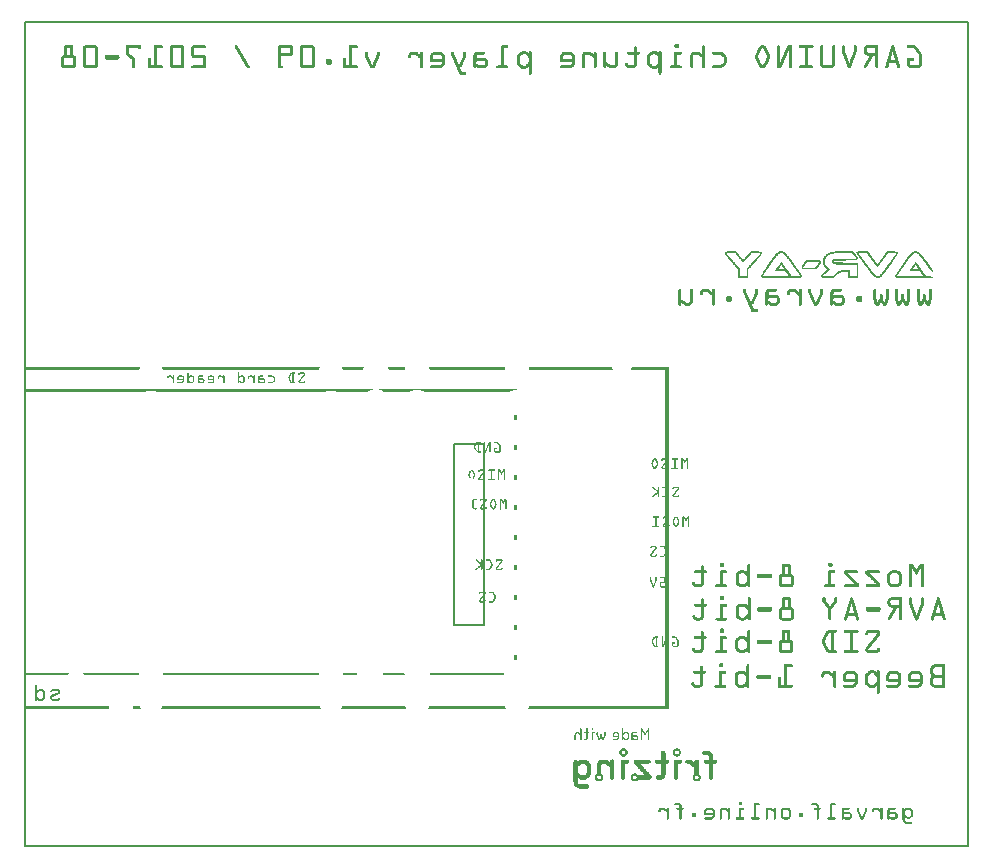
<source format=gbo>
G04 MADE WITH FRITZING*
G04 WWW.FRITZING.ORG*
G04 DOUBLE SIDED*
G04 HOLES PLATED*
G04 CONTOUR ON CENTER OF CONTOUR VECTOR*
%ASAXBY*%
%FSLAX23Y23*%
%MOIN*%
%OFA0B0*%
%SFA1.0B1.0*%
%ADD10R,0.106778X0.611111X0.092889X0.597223*%
%ADD11C,0.006944*%
%ADD12R,3.149610X2.755910X3.133610X2.739910*%
%ADD13C,0.008000*%
%ADD14R,0.001000X0.001000*%
%LNSILK0*%
G90*
G70*
G54D11*
X1435Y1344D02*
X1534Y1344D01*
X1534Y740D01*
X1435Y740D01*
X1435Y1344D01*
D02*
G54D13*
X4Y2752D02*
X3146Y2752D01*
X3146Y4D01*
X4Y4D01*
X4Y2752D01*
D02*
G54D14*
X2173Y2678D02*
X2179Y2678D01*
X2171Y2677D02*
X2181Y2677D01*
X2170Y2676D02*
X2182Y2676D01*
X2169Y2675D02*
X2183Y2675D01*
X2169Y2674D02*
X2183Y2674D01*
X137Y2673D02*
X162Y2673D01*
X203Y2673D02*
X240Y2673D01*
X342Y2673D02*
X389Y2673D01*
X434Y2673D02*
X461Y2673D01*
X492Y2673D02*
X530Y2673D01*
X565Y2673D02*
X605Y2673D01*
X706Y2673D02*
X711Y2673D01*
X850Y2673D02*
X895Y2673D01*
X926Y2673D02*
X963Y2673D01*
X1085Y2673D02*
X1111Y2673D01*
X1593Y2673D02*
X1612Y2673D01*
X2169Y2673D02*
X2183Y2673D01*
X2263Y2673D02*
X2268Y2673D01*
X2458Y2673D02*
X2467Y2673D01*
X2513Y2673D02*
X2517Y2673D01*
X2547Y2673D02*
X2559Y2673D01*
X2585Y2673D02*
X2629Y2673D01*
X2657Y2673D02*
X2662Y2673D01*
X2697Y2673D02*
X2702Y2673D01*
X2730Y2673D02*
X2734Y2673D01*
X2769Y2673D02*
X2774Y2673D01*
X2809Y2673D02*
X2848Y2673D01*
X2894Y2673D02*
X2899Y2673D01*
X2946Y2673D02*
X2969Y2673D01*
X136Y2672D02*
X163Y2672D01*
X202Y2672D02*
X242Y2672D01*
X342Y2672D02*
X390Y2672D01*
X434Y2672D02*
X462Y2672D01*
X491Y2672D02*
X531Y2672D01*
X563Y2672D02*
X607Y2672D01*
X705Y2672D02*
X712Y2672D01*
X849Y2672D02*
X896Y2672D01*
X925Y2672D02*
X965Y2672D01*
X1085Y2672D02*
X1112Y2672D01*
X1592Y2672D02*
X1614Y2672D01*
X2169Y2672D02*
X2183Y2672D01*
X2262Y2672D02*
X2269Y2672D01*
X2456Y2672D02*
X2469Y2672D01*
X2512Y2672D02*
X2518Y2672D01*
X2546Y2672D02*
X2559Y2672D01*
X2584Y2672D02*
X2630Y2672D01*
X2656Y2672D02*
X2663Y2672D01*
X2696Y2672D02*
X2703Y2672D01*
X2728Y2672D02*
X2735Y2672D01*
X2768Y2672D02*
X2775Y2672D01*
X2807Y2672D02*
X2848Y2672D01*
X2893Y2672D02*
X2900Y2672D01*
X2945Y2672D02*
X2971Y2672D01*
X136Y2671D02*
X164Y2671D01*
X201Y2671D02*
X243Y2671D01*
X342Y2671D02*
X390Y2671D01*
X434Y2671D02*
X463Y2671D01*
X490Y2671D02*
X532Y2671D01*
X562Y2671D02*
X607Y2671D01*
X704Y2671D02*
X712Y2671D01*
X848Y2671D02*
X896Y2671D01*
X923Y2671D02*
X966Y2671D01*
X1085Y2671D02*
X1113Y2671D01*
X1591Y2671D02*
X1614Y2671D01*
X2169Y2671D02*
X2183Y2671D01*
X2262Y2671D02*
X2270Y2671D01*
X2455Y2671D02*
X2470Y2671D01*
X2511Y2671D02*
X2519Y2671D01*
X2546Y2671D02*
X2559Y2671D01*
X2583Y2671D02*
X2631Y2671D01*
X2656Y2671D02*
X2664Y2671D01*
X2695Y2671D02*
X2703Y2671D01*
X2728Y2671D02*
X2736Y2671D01*
X2768Y2671D02*
X2776Y2671D01*
X2806Y2671D02*
X2848Y2671D01*
X2892Y2671D02*
X2900Y2671D01*
X2945Y2671D02*
X2972Y2671D01*
X135Y2670D02*
X164Y2670D01*
X200Y2670D02*
X244Y2670D01*
X342Y2670D02*
X391Y2670D01*
X434Y2670D02*
X463Y2670D01*
X489Y2670D02*
X533Y2670D01*
X561Y2670D02*
X607Y2670D01*
X704Y2670D02*
X713Y2670D01*
X848Y2670D02*
X897Y2670D01*
X922Y2670D02*
X967Y2670D01*
X1085Y2670D02*
X1113Y2670D01*
X1591Y2670D02*
X1614Y2670D01*
X2169Y2670D02*
X2183Y2670D01*
X2261Y2670D02*
X2270Y2670D01*
X2454Y2670D02*
X2471Y2670D01*
X2511Y2670D02*
X2519Y2670D01*
X2545Y2670D02*
X2559Y2670D01*
X2583Y2670D02*
X2631Y2670D01*
X2655Y2670D02*
X2664Y2670D01*
X2695Y2670D02*
X2704Y2670D01*
X2728Y2670D02*
X2736Y2670D01*
X2767Y2670D02*
X2776Y2670D01*
X2805Y2670D02*
X2848Y2670D01*
X2892Y2670D02*
X2901Y2670D01*
X2944Y2670D02*
X2973Y2670D01*
X135Y2669D02*
X164Y2669D01*
X199Y2669D02*
X245Y2669D01*
X342Y2669D02*
X391Y2669D01*
X434Y2669D02*
X463Y2669D01*
X488Y2669D02*
X534Y2669D01*
X560Y2669D02*
X608Y2669D01*
X703Y2669D02*
X713Y2669D01*
X848Y2669D02*
X897Y2669D01*
X922Y2669D02*
X968Y2669D01*
X1085Y2669D02*
X1114Y2669D01*
X1591Y2669D02*
X1615Y2669D01*
X2037Y2669D02*
X2041Y2669D01*
X2169Y2669D02*
X2183Y2669D01*
X2261Y2669D02*
X2270Y2669D01*
X2453Y2669D02*
X2472Y2669D01*
X2510Y2669D02*
X2520Y2669D01*
X2545Y2669D02*
X2559Y2669D01*
X2583Y2669D02*
X2632Y2669D01*
X2655Y2669D02*
X2664Y2669D01*
X2695Y2669D02*
X2704Y2669D01*
X2727Y2669D02*
X2736Y2669D01*
X2767Y2669D02*
X2776Y2669D01*
X2804Y2669D02*
X2848Y2669D01*
X2892Y2669D02*
X2901Y2669D01*
X2944Y2669D02*
X2974Y2669D01*
X135Y2668D02*
X164Y2668D01*
X198Y2668D02*
X245Y2668D01*
X342Y2668D02*
X391Y2668D01*
X434Y2668D02*
X463Y2668D01*
X487Y2668D02*
X534Y2668D01*
X560Y2668D02*
X607Y2668D01*
X704Y2668D02*
X714Y2668D01*
X848Y2668D02*
X897Y2668D01*
X921Y2668D02*
X968Y2668D01*
X1085Y2668D02*
X1113Y2668D01*
X1591Y2668D02*
X1614Y2668D01*
X2036Y2668D02*
X2042Y2668D01*
X2169Y2668D02*
X2183Y2668D01*
X2261Y2668D02*
X2270Y2668D01*
X2452Y2668D02*
X2473Y2668D01*
X2510Y2668D02*
X2520Y2668D01*
X2544Y2668D02*
X2559Y2668D01*
X2583Y2668D02*
X2631Y2668D01*
X2655Y2668D02*
X2664Y2668D01*
X2695Y2668D02*
X2704Y2668D01*
X2727Y2668D02*
X2736Y2668D01*
X2767Y2668D02*
X2776Y2668D01*
X2803Y2668D02*
X2848Y2668D01*
X2891Y2668D02*
X2901Y2668D01*
X2944Y2668D02*
X2975Y2668D01*
X135Y2667D02*
X164Y2667D01*
X198Y2667D02*
X246Y2667D01*
X342Y2667D02*
X391Y2667D01*
X434Y2667D02*
X463Y2667D01*
X487Y2667D02*
X535Y2667D01*
X559Y2667D02*
X607Y2667D01*
X704Y2667D02*
X715Y2667D01*
X848Y2667D02*
X897Y2667D01*
X921Y2667D02*
X969Y2667D01*
X1085Y2667D02*
X1113Y2667D01*
X1591Y2667D02*
X1614Y2667D01*
X2035Y2667D02*
X2043Y2667D01*
X2169Y2667D02*
X2183Y2667D01*
X2261Y2667D02*
X2270Y2667D01*
X2452Y2667D02*
X2474Y2667D01*
X2510Y2667D02*
X2520Y2667D01*
X2544Y2667D02*
X2559Y2667D01*
X2583Y2667D02*
X2631Y2667D01*
X2655Y2667D02*
X2664Y2667D01*
X2695Y2667D02*
X2704Y2667D01*
X2727Y2667D02*
X2736Y2667D01*
X2767Y2667D02*
X2776Y2667D01*
X2802Y2667D02*
X2848Y2667D01*
X2891Y2667D02*
X2902Y2667D01*
X2945Y2667D02*
X2976Y2667D01*
X135Y2666D02*
X164Y2666D01*
X198Y2666D02*
X246Y2666D01*
X342Y2666D02*
X391Y2666D01*
X434Y2666D02*
X462Y2666D01*
X487Y2666D02*
X535Y2666D01*
X559Y2666D02*
X607Y2666D01*
X704Y2666D02*
X715Y2666D01*
X848Y2666D02*
X897Y2666D01*
X920Y2666D02*
X969Y2666D01*
X1085Y2666D02*
X1113Y2666D01*
X1591Y2666D02*
X1614Y2666D01*
X2035Y2666D02*
X2043Y2666D01*
X2170Y2666D02*
X2182Y2666D01*
X2261Y2666D02*
X2270Y2666D01*
X2451Y2666D02*
X2474Y2666D01*
X2510Y2666D02*
X2520Y2666D01*
X2543Y2666D02*
X2559Y2666D01*
X2584Y2666D02*
X2630Y2666D01*
X2655Y2666D02*
X2664Y2666D01*
X2695Y2666D02*
X2704Y2666D01*
X2727Y2666D02*
X2736Y2666D01*
X2767Y2666D02*
X2776Y2666D01*
X2802Y2666D02*
X2848Y2666D01*
X2891Y2666D02*
X2902Y2666D01*
X2945Y2666D02*
X2977Y2666D01*
X135Y2665D02*
X164Y2665D01*
X198Y2665D02*
X246Y2665D01*
X342Y2665D02*
X391Y2665D01*
X434Y2665D02*
X461Y2665D01*
X487Y2665D02*
X535Y2665D01*
X559Y2665D02*
X606Y2665D01*
X705Y2665D02*
X716Y2665D01*
X848Y2665D02*
X897Y2665D01*
X920Y2665D02*
X969Y2665D01*
X1085Y2665D02*
X1112Y2665D01*
X1591Y2665D02*
X1613Y2665D01*
X2034Y2665D02*
X2043Y2665D01*
X2171Y2665D02*
X2181Y2665D01*
X2261Y2665D02*
X2270Y2665D01*
X2450Y2665D02*
X2475Y2665D01*
X2510Y2665D02*
X2520Y2665D01*
X2543Y2665D02*
X2559Y2665D01*
X2585Y2665D02*
X2630Y2665D01*
X2655Y2665D02*
X2664Y2665D01*
X2695Y2665D02*
X2704Y2665D01*
X2727Y2665D02*
X2736Y2665D01*
X2767Y2665D02*
X2776Y2665D01*
X2801Y2665D02*
X2848Y2665D01*
X2890Y2665D02*
X2902Y2665D01*
X2946Y2665D02*
X2978Y2665D01*
X135Y2664D02*
X164Y2664D01*
X197Y2664D02*
X246Y2664D01*
X342Y2664D02*
X391Y2664D01*
X434Y2664D02*
X459Y2664D01*
X487Y2664D02*
X535Y2664D01*
X559Y2664D02*
X603Y2664D01*
X706Y2664D02*
X716Y2664D01*
X848Y2664D02*
X897Y2664D01*
X920Y2664D02*
X969Y2664D01*
X1085Y2664D02*
X1109Y2664D01*
X1591Y2664D02*
X1610Y2664D01*
X2034Y2664D02*
X2043Y2664D01*
X2173Y2664D02*
X2178Y2664D01*
X2261Y2664D02*
X2270Y2664D01*
X2450Y2664D02*
X2475Y2664D01*
X2510Y2664D02*
X2520Y2664D01*
X2543Y2664D02*
X2559Y2664D01*
X2587Y2664D02*
X2627Y2664D01*
X2655Y2664D02*
X2664Y2664D01*
X2695Y2664D02*
X2704Y2664D01*
X2727Y2664D02*
X2736Y2664D01*
X2767Y2664D02*
X2776Y2664D01*
X2801Y2664D02*
X2848Y2664D01*
X2890Y2664D02*
X2903Y2664D01*
X2949Y2664D02*
X2978Y2664D01*
X135Y2663D02*
X144Y2663D01*
X155Y2663D02*
X164Y2663D01*
X197Y2663D02*
X207Y2663D01*
X237Y2663D02*
X246Y2663D01*
X342Y2663D02*
X351Y2663D01*
X382Y2663D02*
X390Y2663D01*
X434Y2663D02*
X443Y2663D01*
X487Y2663D02*
X496Y2663D01*
X526Y2663D02*
X535Y2663D01*
X559Y2663D02*
X568Y2663D01*
X706Y2663D02*
X717Y2663D01*
X848Y2663D02*
X857Y2663D01*
X888Y2663D02*
X897Y2663D01*
X920Y2663D02*
X929Y2663D01*
X960Y2663D02*
X969Y2663D01*
X1085Y2663D02*
X1094Y2663D01*
X1591Y2663D02*
X1600Y2663D01*
X2034Y2663D02*
X2043Y2663D01*
X2261Y2663D02*
X2270Y2663D01*
X2449Y2663D02*
X2460Y2663D01*
X2465Y2663D02*
X2476Y2663D01*
X2510Y2663D02*
X2520Y2663D01*
X2542Y2663D02*
X2559Y2663D01*
X2603Y2663D02*
X2612Y2663D01*
X2655Y2663D02*
X2664Y2663D01*
X2695Y2663D02*
X2704Y2663D01*
X2727Y2663D02*
X2736Y2663D01*
X2767Y2663D02*
X2776Y2663D01*
X2800Y2663D02*
X2811Y2663D01*
X2839Y2663D02*
X2848Y2663D01*
X2890Y2663D02*
X2903Y2663D01*
X2967Y2663D02*
X2979Y2663D01*
X135Y2662D02*
X144Y2662D01*
X155Y2662D02*
X164Y2662D01*
X197Y2662D02*
X207Y2662D01*
X237Y2662D02*
X246Y2662D01*
X342Y2662D02*
X351Y2662D01*
X383Y2662D02*
X390Y2662D01*
X434Y2662D02*
X443Y2662D01*
X487Y2662D02*
X496Y2662D01*
X526Y2662D02*
X535Y2662D01*
X559Y2662D02*
X568Y2662D01*
X707Y2662D02*
X717Y2662D01*
X848Y2662D02*
X857Y2662D01*
X888Y2662D02*
X897Y2662D01*
X920Y2662D02*
X929Y2662D01*
X960Y2662D02*
X969Y2662D01*
X1085Y2662D02*
X1094Y2662D01*
X1591Y2662D02*
X1600Y2662D01*
X2034Y2662D02*
X2043Y2662D01*
X2261Y2662D02*
X2270Y2662D01*
X2449Y2662D02*
X2459Y2662D01*
X2466Y2662D02*
X2476Y2662D01*
X2510Y2662D02*
X2520Y2662D01*
X2542Y2662D02*
X2559Y2662D01*
X2603Y2662D02*
X2612Y2662D01*
X2655Y2662D02*
X2664Y2662D01*
X2695Y2662D02*
X2704Y2662D01*
X2727Y2662D02*
X2736Y2662D01*
X2767Y2662D02*
X2776Y2662D01*
X2800Y2662D02*
X2810Y2662D01*
X2839Y2662D02*
X2848Y2662D01*
X2890Y2662D02*
X2903Y2662D01*
X2968Y2662D02*
X2980Y2662D01*
X135Y2661D02*
X144Y2661D01*
X155Y2661D02*
X164Y2661D01*
X197Y2661D02*
X207Y2661D01*
X237Y2661D02*
X246Y2661D01*
X342Y2661D02*
X351Y2661D01*
X383Y2661D02*
X389Y2661D01*
X434Y2661D02*
X443Y2661D01*
X487Y2661D02*
X496Y2661D01*
X526Y2661D02*
X535Y2661D01*
X559Y2661D02*
X568Y2661D01*
X707Y2661D02*
X718Y2661D01*
X848Y2661D02*
X857Y2661D01*
X888Y2661D02*
X897Y2661D01*
X920Y2661D02*
X929Y2661D01*
X960Y2661D02*
X969Y2661D01*
X1085Y2661D02*
X1094Y2661D01*
X1591Y2661D02*
X1600Y2661D01*
X2034Y2661D02*
X2043Y2661D01*
X2261Y2661D02*
X2270Y2661D01*
X2449Y2661D02*
X2459Y2661D01*
X2466Y2661D02*
X2477Y2661D01*
X2510Y2661D02*
X2520Y2661D01*
X2541Y2661D02*
X2559Y2661D01*
X2603Y2661D02*
X2612Y2661D01*
X2655Y2661D02*
X2664Y2661D01*
X2695Y2661D02*
X2704Y2661D01*
X2727Y2661D02*
X2736Y2661D01*
X2767Y2661D02*
X2776Y2661D01*
X2800Y2661D02*
X2809Y2661D01*
X2839Y2661D02*
X2848Y2661D01*
X2889Y2661D02*
X2903Y2661D01*
X2969Y2661D02*
X2981Y2661D01*
X135Y2660D02*
X144Y2660D01*
X155Y2660D02*
X164Y2660D01*
X197Y2660D02*
X207Y2660D01*
X237Y2660D02*
X246Y2660D01*
X342Y2660D02*
X351Y2660D01*
X385Y2660D02*
X387Y2660D01*
X434Y2660D02*
X443Y2660D01*
X487Y2660D02*
X496Y2660D01*
X526Y2660D02*
X535Y2660D01*
X559Y2660D02*
X568Y2660D01*
X708Y2660D02*
X719Y2660D01*
X848Y2660D02*
X857Y2660D01*
X888Y2660D02*
X897Y2660D01*
X920Y2660D02*
X929Y2660D01*
X960Y2660D02*
X969Y2660D01*
X1085Y2660D02*
X1094Y2660D01*
X1591Y2660D02*
X1600Y2660D01*
X2034Y2660D02*
X2043Y2660D01*
X2261Y2660D02*
X2270Y2660D01*
X2448Y2660D02*
X2458Y2660D01*
X2467Y2660D02*
X2477Y2660D01*
X2510Y2660D02*
X2520Y2660D01*
X2541Y2660D02*
X2559Y2660D01*
X2603Y2660D02*
X2612Y2660D01*
X2655Y2660D02*
X2664Y2660D01*
X2695Y2660D02*
X2704Y2660D01*
X2727Y2660D02*
X2736Y2660D01*
X2767Y2660D02*
X2776Y2660D01*
X2800Y2660D02*
X2809Y2660D01*
X2839Y2660D02*
X2848Y2660D01*
X2889Y2660D02*
X2904Y2660D01*
X2970Y2660D02*
X2982Y2660D01*
X135Y2659D02*
X144Y2659D01*
X155Y2659D02*
X164Y2659D01*
X197Y2659D02*
X207Y2659D01*
X237Y2659D02*
X246Y2659D01*
X342Y2659D02*
X351Y2659D01*
X434Y2659D02*
X443Y2659D01*
X487Y2659D02*
X496Y2659D01*
X526Y2659D02*
X535Y2659D01*
X559Y2659D02*
X568Y2659D01*
X708Y2659D02*
X719Y2659D01*
X848Y2659D02*
X857Y2659D01*
X888Y2659D02*
X897Y2659D01*
X920Y2659D02*
X929Y2659D01*
X960Y2659D02*
X969Y2659D01*
X1085Y2659D02*
X1094Y2659D01*
X1591Y2659D02*
X1600Y2659D01*
X2034Y2659D02*
X2043Y2659D01*
X2261Y2659D02*
X2270Y2659D01*
X2448Y2659D02*
X2458Y2659D01*
X2467Y2659D02*
X2478Y2659D01*
X2510Y2659D02*
X2520Y2659D01*
X2540Y2659D02*
X2559Y2659D01*
X2603Y2659D02*
X2612Y2659D01*
X2655Y2659D02*
X2664Y2659D01*
X2695Y2659D02*
X2704Y2659D01*
X2727Y2659D02*
X2736Y2659D01*
X2767Y2659D02*
X2776Y2659D01*
X2800Y2659D02*
X2809Y2659D01*
X2839Y2659D02*
X2848Y2659D01*
X2889Y2659D02*
X2904Y2659D01*
X2970Y2659D02*
X2982Y2659D01*
X135Y2658D02*
X144Y2658D01*
X155Y2658D02*
X164Y2658D01*
X197Y2658D02*
X207Y2658D01*
X237Y2658D02*
X246Y2658D01*
X342Y2658D02*
X351Y2658D01*
X434Y2658D02*
X443Y2658D01*
X487Y2658D02*
X496Y2658D01*
X526Y2658D02*
X535Y2658D01*
X559Y2658D02*
X568Y2658D01*
X709Y2658D02*
X720Y2658D01*
X848Y2658D02*
X857Y2658D01*
X888Y2658D02*
X897Y2658D01*
X920Y2658D02*
X929Y2658D01*
X960Y2658D02*
X969Y2658D01*
X1085Y2658D02*
X1094Y2658D01*
X1591Y2658D02*
X1600Y2658D01*
X2034Y2658D02*
X2043Y2658D01*
X2261Y2658D02*
X2270Y2658D01*
X2447Y2658D02*
X2457Y2658D01*
X2468Y2658D02*
X2478Y2658D01*
X2510Y2658D02*
X2520Y2658D01*
X2540Y2658D02*
X2559Y2658D01*
X2603Y2658D02*
X2612Y2658D01*
X2655Y2658D02*
X2664Y2658D01*
X2695Y2658D02*
X2704Y2658D01*
X2727Y2658D02*
X2736Y2658D01*
X2767Y2658D02*
X2776Y2658D01*
X2800Y2658D02*
X2809Y2658D01*
X2839Y2658D02*
X2848Y2658D01*
X2888Y2658D02*
X2904Y2658D01*
X2971Y2658D02*
X2983Y2658D01*
X135Y2657D02*
X144Y2657D01*
X155Y2657D02*
X164Y2657D01*
X197Y2657D02*
X207Y2657D01*
X237Y2657D02*
X246Y2657D01*
X342Y2657D02*
X351Y2657D01*
X434Y2657D02*
X443Y2657D01*
X487Y2657D02*
X496Y2657D01*
X526Y2657D02*
X535Y2657D01*
X559Y2657D02*
X568Y2657D01*
X710Y2657D02*
X720Y2657D01*
X848Y2657D02*
X857Y2657D01*
X888Y2657D02*
X897Y2657D01*
X920Y2657D02*
X929Y2657D01*
X960Y2657D02*
X969Y2657D01*
X1085Y2657D02*
X1094Y2657D01*
X1591Y2657D02*
X1600Y2657D01*
X2034Y2657D02*
X2043Y2657D01*
X2261Y2657D02*
X2270Y2657D01*
X2447Y2657D02*
X2457Y2657D01*
X2468Y2657D02*
X2479Y2657D01*
X2510Y2657D02*
X2520Y2657D01*
X2540Y2657D02*
X2559Y2657D01*
X2603Y2657D02*
X2612Y2657D01*
X2655Y2657D02*
X2664Y2657D01*
X2695Y2657D02*
X2704Y2657D01*
X2727Y2657D02*
X2736Y2657D01*
X2767Y2657D02*
X2776Y2657D01*
X2800Y2657D02*
X2809Y2657D01*
X2839Y2657D02*
X2848Y2657D01*
X2888Y2657D02*
X2905Y2657D01*
X2972Y2657D02*
X2984Y2657D01*
X135Y2656D02*
X144Y2656D01*
X155Y2656D02*
X164Y2656D01*
X197Y2656D02*
X207Y2656D01*
X237Y2656D02*
X246Y2656D01*
X342Y2656D02*
X351Y2656D01*
X434Y2656D02*
X443Y2656D01*
X487Y2656D02*
X496Y2656D01*
X526Y2656D02*
X535Y2656D01*
X559Y2656D02*
X568Y2656D01*
X710Y2656D02*
X721Y2656D01*
X848Y2656D02*
X857Y2656D01*
X888Y2656D02*
X897Y2656D01*
X920Y2656D02*
X929Y2656D01*
X960Y2656D02*
X969Y2656D01*
X1085Y2656D02*
X1094Y2656D01*
X1591Y2656D02*
X1600Y2656D01*
X2034Y2656D02*
X2043Y2656D01*
X2261Y2656D02*
X2270Y2656D01*
X2446Y2656D02*
X2456Y2656D01*
X2469Y2656D02*
X2479Y2656D01*
X2510Y2656D02*
X2520Y2656D01*
X2539Y2656D02*
X2559Y2656D01*
X2603Y2656D02*
X2612Y2656D01*
X2655Y2656D02*
X2664Y2656D01*
X2695Y2656D02*
X2704Y2656D01*
X2727Y2656D02*
X2736Y2656D01*
X2767Y2656D02*
X2776Y2656D01*
X2800Y2656D02*
X2809Y2656D01*
X2839Y2656D02*
X2848Y2656D01*
X2888Y2656D02*
X2905Y2656D01*
X2973Y2656D02*
X2985Y2656D01*
X135Y2655D02*
X144Y2655D01*
X155Y2655D02*
X164Y2655D01*
X197Y2655D02*
X207Y2655D01*
X237Y2655D02*
X246Y2655D01*
X342Y2655D02*
X351Y2655D01*
X434Y2655D02*
X443Y2655D01*
X487Y2655D02*
X496Y2655D01*
X526Y2655D02*
X535Y2655D01*
X559Y2655D02*
X568Y2655D01*
X711Y2655D02*
X722Y2655D01*
X848Y2655D02*
X857Y2655D01*
X888Y2655D02*
X897Y2655D01*
X920Y2655D02*
X929Y2655D01*
X960Y2655D02*
X969Y2655D01*
X1085Y2655D02*
X1094Y2655D01*
X1591Y2655D02*
X1600Y2655D01*
X2034Y2655D02*
X2043Y2655D01*
X2261Y2655D02*
X2270Y2655D01*
X2446Y2655D02*
X2456Y2655D01*
X2469Y2655D02*
X2480Y2655D01*
X2510Y2655D02*
X2520Y2655D01*
X2539Y2655D02*
X2559Y2655D01*
X2603Y2655D02*
X2612Y2655D01*
X2655Y2655D02*
X2664Y2655D01*
X2695Y2655D02*
X2704Y2655D01*
X2727Y2655D02*
X2736Y2655D01*
X2767Y2655D02*
X2776Y2655D01*
X2800Y2655D02*
X2809Y2655D01*
X2839Y2655D02*
X2848Y2655D01*
X2888Y2655D02*
X2905Y2655D01*
X2974Y2655D02*
X2985Y2655D01*
X135Y2654D02*
X144Y2654D01*
X155Y2654D02*
X164Y2654D01*
X197Y2654D02*
X207Y2654D01*
X237Y2654D02*
X246Y2654D01*
X342Y2654D02*
X351Y2654D01*
X434Y2654D02*
X443Y2654D01*
X487Y2654D02*
X496Y2654D01*
X526Y2654D02*
X535Y2654D01*
X559Y2654D02*
X568Y2654D01*
X711Y2654D02*
X722Y2654D01*
X848Y2654D02*
X857Y2654D01*
X888Y2654D02*
X897Y2654D01*
X920Y2654D02*
X929Y2654D01*
X960Y2654D02*
X969Y2654D01*
X1085Y2654D02*
X1094Y2654D01*
X1591Y2654D02*
X1600Y2654D01*
X1662Y2654D02*
X1673Y2654D01*
X1685Y2654D02*
X1690Y2654D01*
X2034Y2654D02*
X2043Y2654D01*
X2096Y2654D02*
X2107Y2654D01*
X2119Y2654D02*
X2123Y2654D01*
X2261Y2654D02*
X2270Y2654D01*
X2445Y2654D02*
X2455Y2654D01*
X2470Y2654D02*
X2480Y2654D01*
X2510Y2654D02*
X2520Y2654D01*
X2538Y2654D02*
X2548Y2654D01*
X2550Y2654D02*
X2559Y2654D01*
X2603Y2654D02*
X2612Y2654D01*
X2655Y2654D02*
X2664Y2654D01*
X2695Y2654D02*
X2704Y2654D01*
X2727Y2654D02*
X2736Y2654D01*
X2767Y2654D02*
X2776Y2654D01*
X2800Y2654D02*
X2809Y2654D01*
X2839Y2654D02*
X2848Y2654D01*
X2887Y2654D02*
X2905Y2654D01*
X2974Y2654D02*
X2986Y2654D01*
X135Y2653D02*
X144Y2653D01*
X155Y2653D02*
X164Y2653D01*
X197Y2653D02*
X207Y2653D01*
X237Y2653D02*
X246Y2653D01*
X342Y2653D02*
X351Y2653D01*
X434Y2653D02*
X443Y2653D01*
X487Y2653D02*
X496Y2653D01*
X526Y2653D02*
X535Y2653D01*
X559Y2653D02*
X568Y2653D01*
X712Y2653D02*
X723Y2653D01*
X848Y2653D02*
X857Y2653D01*
X888Y2653D02*
X897Y2653D01*
X920Y2653D02*
X929Y2653D01*
X960Y2653D02*
X969Y2653D01*
X1085Y2653D02*
X1094Y2653D01*
X1591Y2653D02*
X1600Y2653D01*
X1660Y2653D02*
X1675Y2653D01*
X1684Y2653D02*
X1691Y2653D01*
X2034Y2653D02*
X2044Y2653D01*
X2093Y2653D02*
X2109Y2653D01*
X2118Y2653D02*
X2124Y2653D01*
X2261Y2653D02*
X2270Y2653D01*
X2445Y2653D02*
X2455Y2653D01*
X2470Y2653D02*
X2481Y2653D01*
X2510Y2653D02*
X2520Y2653D01*
X2538Y2653D02*
X2548Y2653D01*
X2550Y2653D02*
X2559Y2653D01*
X2603Y2653D02*
X2612Y2653D01*
X2655Y2653D02*
X2664Y2653D01*
X2695Y2653D02*
X2704Y2653D01*
X2727Y2653D02*
X2736Y2653D01*
X2767Y2653D02*
X2776Y2653D01*
X2800Y2653D02*
X2809Y2653D01*
X2839Y2653D02*
X2848Y2653D01*
X2887Y2653D02*
X2906Y2653D01*
X2975Y2653D02*
X2987Y2653D01*
X135Y2652D02*
X144Y2652D01*
X155Y2652D02*
X164Y2652D01*
X197Y2652D02*
X207Y2652D01*
X237Y2652D02*
X246Y2652D01*
X342Y2652D02*
X351Y2652D01*
X434Y2652D02*
X443Y2652D01*
X487Y2652D02*
X496Y2652D01*
X526Y2652D02*
X535Y2652D01*
X559Y2652D02*
X568Y2652D01*
X713Y2652D02*
X723Y2652D01*
X848Y2652D02*
X857Y2652D01*
X888Y2652D02*
X897Y2652D01*
X920Y2652D02*
X929Y2652D01*
X960Y2652D02*
X969Y2652D01*
X1085Y2652D02*
X1094Y2652D01*
X1140Y2652D02*
X1144Y2652D01*
X1179Y2652D02*
X1183Y2652D01*
X1292Y2652D02*
X1308Y2652D01*
X1324Y2652D02*
X1328Y2652D01*
X1368Y2652D02*
X1389Y2652D01*
X1429Y2652D02*
X1433Y2652D01*
X1468Y2652D02*
X1473Y2652D01*
X1510Y2652D02*
X1535Y2652D01*
X1591Y2652D02*
X1600Y2652D01*
X1658Y2652D02*
X1677Y2652D01*
X1683Y2652D02*
X1691Y2652D01*
X1801Y2652D02*
X1823Y2652D01*
X1871Y2652D02*
X1885Y2652D01*
X1902Y2652D02*
X1906Y2652D01*
X1935Y2652D02*
X1939Y2652D01*
X1974Y2652D02*
X1978Y2652D01*
X2012Y2652D02*
X2051Y2652D01*
X2092Y2652D02*
X2110Y2652D01*
X2117Y2652D02*
X2125Y2652D01*
X2171Y2652D02*
X2190Y2652D01*
X2232Y2652D02*
X2247Y2652D01*
X2261Y2652D02*
X2270Y2652D01*
X2296Y2652D02*
X2323Y2652D01*
X2444Y2652D02*
X2454Y2652D01*
X2471Y2652D02*
X2481Y2652D01*
X2510Y2652D02*
X2520Y2652D01*
X2537Y2652D02*
X2547Y2652D01*
X2550Y2652D02*
X2559Y2652D01*
X2603Y2652D02*
X2612Y2652D01*
X2655Y2652D02*
X2664Y2652D01*
X2695Y2652D02*
X2704Y2652D01*
X2727Y2652D02*
X2737Y2652D01*
X2767Y2652D02*
X2776Y2652D01*
X2800Y2652D02*
X2809Y2652D01*
X2839Y2652D02*
X2848Y2652D01*
X2887Y2652D02*
X2906Y2652D01*
X2976Y2652D02*
X2988Y2652D01*
X135Y2651D02*
X144Y2651D01*
X155Y2651D02*
X164Y2651D01*
X197Y2651D02*
X207Y2651D01*
X237Y2651D02*
X246Y2651D01*
X342Y2651D02*
X351Y2651D01*
X434Y2651D02*
X443Y2651D01*
X487Y2651D02*
X496Y2651D01*
X526Y2651D02*
X535Y2651D01*
X559Y2651D02*
X568Y2651D01*
X713Y2651D02*
X724Y2651D01*
X848Y2651D02*
X857Y2651D01*
X888Y2651D02*
X897Y2651D01*
X920Y2651D02*
X929Y2651D01*
X960Y2651D02*
X969Y2651D01*
X1085Y2651D02*
X1094Y2651D01*
X1138Y2651D02*
X1145Y2651D01*
X1178Y2651D02*
X1185Y2651D01*
X1290Y2651D02*
X1310Y2651D01*
X1323Y2651D02*
X1329Y2651D01*
X1366Y2651D02*
X1391Y2651D01*
X1428Y2651D02*
X1434Y2651D01*
X1467Y2651D02*
X1474Y2651D01*
X1507Y2651D02*
X1536Y2651D01*
X1591Y2651D02*
X1600Y2651D01*
X1657Y2651D02*
X1678Y2651D01*
X1683Y2651D02*
X1692Y2651D01*
X1799Y2651D02*
X1825Y2651D01*
X1869Y2651D02*
X1888Y2651D01*
X1901Y2651D02*
X1907Y2651D01*
X1934Y2651D02*
X1940Y2651D01*
X1973Y2651D02*
X1979Y2651D01*
X2011Y2651D02*
X2052Y2651D01*
X2090Y2651D02*
X2112Y2651D01*
X2117Y2651D02*
X2125Y2651D01*
X2170Y2651D02*
X2192Y2651D01*
X2230Y2651D02*
X2249Y2651D01*
X2261Y2651D02*
X2270Y2651D01*
X2295Y2651D02*
X2326Y2651D01*
X2444Y2651D02*
X2454Y2651D01*
X2471Y2651D02*
X2482Y2651D01*
X2510Y2651D02*
X2520Y2651D01*
X2537Y2651D02*
X2547Y2651D01*
X2550Y2651D02*
X2559Y2651D01*
X2603Y2651D02*
X2612Y2651D01*
X2655Y2651D02*
X2664Y2651D01*
X2695Y2651D02*
X2704Y2651D01*
X2727Y2651D02*
X2737Y2651D01*
X2766Y2651D02*
X2776Y2651D01*
X2800Y2651D02*
X2810Y2651D01*
X2839Y2651D02*
X2848Y2651D01*
X2886Y2651D02*
X2906Y2651D01*
X2977Y2651D02*
X2988Y2651D01*
X135Y2650D02*
X144Y2650D01*
X155Y2650D02*
X164Y2650D01*
X197Y2650D02*
X207Y2650D01*
X237Y2650D02*
X246Y2650D01*
X342Y2650D02*
X351Y2650D01*
X434Y2650D02*
X443Y2650D01*
X487Y2650D02*
X496Y2650D01*
X526Y2650D02*
X535Y2650D01*
X559Y2650D02*
X568Y2650D01*
X714Y2650D02*
X724Y2650D01*
X848Y2650D02*
X857Y2650D01*
X888Y2650D02*
X897Y2650D01*
X920Y2650D02*
X929Y2650D01*
X960Y2650D02*
X969Y2650D01*
X1085Y2650D02*
X1094Y2650D01*
X1138Y2650D02*
X1146Y2650D01*
X1177Y2650D02*
X1185Y2650D01*
X1288Y2650D02*
X1311Y2650D01*
X1322Y2650D02*
X1330Y2650D01*
X1364Y2650D02*
X1393Y2650D01*
X1427Y2650D02*
X1435Y2650D01*
X1467Y2650D02*
X1474Y2650D01*
X1506Y2650D02*
X1537Y2650D01*
X1591Y2650D02*
X1600Y2650D01*
X1655Y2650D02*
X1679Y2650D01*
X1683Y2650D02*
X1692Y2650D01*
X1798Y2650D02*
X1826Y2650D01*
X1867Y2650D02*
X1890Y2650D01*
X1900Y2650D02*
X1908Y2650D01*
X1933Y2650D02*
X1941Y2650D01*
X1972Y2650D02*
X1980Y2650D01*
X2010Y2650D02*
X2053Y2650D01*
X2089Y2650D02*
X2113Y2650D01*
X2117Y2650D02*
X2126Y2650D01*
X2170Y2650D02*
X2192Y2650D01*
X2228Y2650D02*
X2251Y2650D01*
X2261Y2650D02*
X2270Y2650D01*
X2294Y2650D02*
X2328Y2650D01*
X2443Y2650D02*
X2453Y2650D01*
X2472Y2650D02*
X2482Y2650D01*
X2510Y2650D02*
X2520Y2650D01*
X2536Y2650D02*
X2547Y2650D01*
X2550Y2650D02*
X2559Y2650D01*
X2603Y2650D02*
X2612Y2650D01*
X2655Y2650D02*
X2664Y2650D01*
X2695Y2650D02*
X2704Y2650D01*
X2728Y2650D02*
X2738Y2650D01*
X2766Y2650D02*
X2776Y2650D01*
X2800Y2650D02*
X2810Y2650D01*
X2839Y2650D02*
X2848Y2650D01*
X2886Y2650D02*
X2907Y2650D01*
X2977Y2650D02*
X2989Y2650D01*
X135Y2649D02*
X144Y2649D01*
X155Y2649D02*
X164Y2649D01*
X197Y2649D02*
X207Y2649D01*
X237Y2649D02*
X246Y2649D01*
X342Y2649D02*
X351Y2649D01*
X434Y2649D02*
X443Y2649D01*
X487Y2649D02*
X496Y2649D01*
X526Y2649D02*
X535Y2649D01*
X559Y2649D02*
X568Y2649D01*
X714Y2649D02*
X725Y2649D01*
X848Y2649D02*
X857Y2649D01*
X888Y2649D02*
X897Y2649D01*
X920Y2649D02*
X929Y2649D01*
X960Y2649D02*
X969Y2649D01*
X1085Y2649D02*
X1094Y2649D01*
X1137Y2649D02*
X1146Y2649D01*
X1177Y2649D02*
X1186Y2649D01*
X1287Y2649D02*
X1312Y2649D01*
X1322Y2649D02*
X1330Y2649D01*
X1363Y2649D02*
X1394Y2649D01*
X1426Y2649D02*
X1435Y2649D01*
X1466Y2649D02*
X1475Y2649D01*
X1504Y2649D02*
X1537Y2649D01*
X1591Y2649D02*
X1600Y2649D01*
X1654Y2649D02*
X1680Y2649D01*
X1683Y2649D02*
X1692Y2649D01*
X1796Y2649D02*
X1828Y2649D01*
X1866Y2649D02*
X1891Y2649D01*
X1900Y2649D02*
X1908Y2649D01*
X1932Y2649D02*
X1941Y2649D01*
X1972Y2649D02*
X1980Y2649D01*
X2010Y2649D02*
X2053Y2649D01*
X2088Y2649D02*
X2114Y2649D01*
X2116Y2649D02*
X2126Y2649D01*
X2169Y2649D02*
X2193Y2649D01*
X2227Y2649D02*
X2253Y2649D01*
X2261Y2649D02*
X2270Y2649D01*
X2294Y2649D02*
X2329Y2649D01*
X2443Y2649D02*
X2453Y2649D01*
X2472Y2649D02*
X2483Y2649D01*
X2510Y2649D02*
X2520Y2649D01*
X2536Y2649D02*
X2546Y2649D01*
X2550Y2649D02*
X2559Y2649D01*
X2603Y2649D02*
X2612Y2649D01*
X2655Y2649D02*
X2664Y2649D01*
X2695Y2649D02*
X2704Y2649D01*
X2728Y2649D02*
X2738Y2649D01*
X2765Y2649D02*
X2775Y2649D01*
X2800Y2649D02*
X2812Y2649D01*
X2839Y2649D02*
X2848Y2649D01*
X2886Y2649D02*
X2895Y2649D01*
X2897Y2649D02*
X2907Y2649D01*
X2978Y2649D02*
X2990Y2649D01*
X135Y2648D02*
X144Y2648D01*
X155Y2648D02*
X164Y2648D01*
X197Y2648D02*
X207Y2648D01*
X237Y2648D02*
X246Y2648D01*
X342Y2648D02*
X351Y2648D01*
X434Y2648D02*
X443Y2648D01*
X487Y2648D02*
X496Y2648D01*
X526Y2648D02*
X535Y2648D01*
X559Y2648D02*
X568Y2648D01*
X715Y2648D02*
X726Y2648D01*
X848Y2648D02*
X897Y2648D01*
X920Y2648D02*
X929Y2648D01*
X960Y2648D02*
X969Y2648D01*
X1085Y2648D02*
X1094Y2648D01*
X1137Y2648D02*
X1146Y2648D01*
X1177Y2648D02*
X1186Y2648D01*
X1286Y2648D02*
X1313Y2648D01*
X1321Y2648D02*
X1330Y2648D01*
X1361Y2648D02*
X1395Y2648D01*
X1426Y2648D02*
X1435Y2648D01*
X1466Y2648D02*
X1475Y2648D01*
X1503Y2648D02*
X1537Y2648D01*
X1591Y2648D02*
X1600Y2648D01*
X1653Y2648D02*
X1681Y2648D01*
X1683Y2648D02*
X1692Y2648D01*
X1795Y2648D02*
X1829Y2648D01*
X1865Y2648D02*
X1893Y2648D01*
X1900Y2648D02*
X1909Y2648D01*
X1932Y2648D02*
X1941Y2648D01*
X1971Y2648D02*
X1980Y2648D01*
X2010Y2648D02*
X2053Y2648D01*
X2087Y2648D02*
X2126Y2648D01*
X2169Y2648D02*
X2193Y2648D01*
X2226Y2648D02*
X2254Y2648D01*
X2261Y2648D02*
X2270Y2648D01*
X2294Y2648D02*
X2330Y2648D01*
X2442Y2648D02*
X2452Y2648D01*
X2473Y2648D02*
X2483Y2648D01*
X2510Y2648D02*
X2520Y2648D01*
X2536Y2648D02*
X2546Y2648D01*
X2550Y2648D02*
X2559Y2648D01*
X2603Y2648D02*
X2612Y2648D01*
X2655Y2648D02*
X2664Y2648D01*
X2695Y2648D02*
X2704Y2648D01*
X2728Y2648D02*
X2738Y2648D01*
X2765Y2648D02*
X2775Y2648D01*
X2801Y2648D02*
X2848Y2648D01*
X2885Y2648D02*
X2895Y2648D01*
X2898Y2648D02*
X2907Y2648D01*
X2979Y2648D02*
X2990Y2648D01*
X135Y2647D02*
X144Y2647D01*
X155Y2647D02*
X164Y2647D01*
X197Y2647D02*
X207Y2647D01*
X237Y2647D02*
X246Y2647D01*
X342Y2647D02*
X351Y2647D01*
X434Y2647D02*
X443Y2647D01*
X487Y2647D02*
X496Y2647D01*
X526Y2647D02*
X535Y2647D01*
X559Y2647D02*
X568Y2647D01*
X715Y2647D02*
X726Y2647D01*
X848Y2647D02*
X897Y2647D01*
X920Y2647D02*
X929Y2647D01*
X960Y2647D02*
X969Y2647D01*
X1085Y2647D02*
X1094Y2647D01*
X1137Y2647D02*
X1146Y2647D01*
X1177Y2647D02*
X1186Y2647D01*
X1285Y2647D02*
X1314Y2647D01*
X1321Y2647D02*
X1330Y2647D01*
X1360Y2647D02*
X1396Y2647D01*
X1426Y2647D02*
X1435Y2647D01*
X1466Y2647D02*
X1475Y2647D01*
X1502Y2647D02*
X1537Y2647D01*
X1591Y2647D02*
X1600Y2647D01*
X1652Y2647D02*
X1692Y2647D01*
X1794Y2647D02*
X1830Y2647D01*
X1864Y2647D02*
X1894Y2647D01*
X1900Y2647D02*
X1909Y2647D01*
X1932Y2647D02*
X1941Y2647D01*
X1971Y2647D02*
X1980Y2647D01*
X2010Y2647D02*
X2053Y2647D01*
X2086Y2647D02*
X2126Y2647D01*
X2169Y2647D02*
X2193Y2647D01*
X2225Y2647D02*
X2256Y2647D01*
X2261Y2647D02*
X2270Y2647D01*
X2294Y2647D02*
X2332Y2647D01*
X2442Y2647D02*
X2452Y2647D01*
X2473Y2647D02*
X2484Y2647D01*
X2510Y2647D02*
X2520Y2647D01*
X2535Y2647D02*
X2545Y2647D01*
X2550Y2647D02*
X2559Y2647D01*
X2603Y2647D02*
X2612Y2647D01*
X2655Y2647D02*
X2664Y2647D01*
X2695Y2647D02*
X2704Y2647D01*
X2729Y2647D02*
X2739Y2647D01*
X2765Y2647D02*
X2775Y2647D01*
X2801Y2647D02*
X2848Y2647D01*
X2885Y2647D02*
X2895Y2647D01*
X2898Y2647D02*
X2908Y2647D01*
X2980Y2647D02*
X2991Y2647D01*
X135Y2646D02*
X144Y2646D01*
X155Y2646D02*
X164Y2646D01*
X197Y2646D02*
X207Y2646D01*
X237Y2646D02*
X246Y2646D01*
X342Y2646D02*
X351Y2646D01*
X434Y2646D02*
X443Y2646D01*
X487Y2646D02*
X496Y2646D01*
X526Y2646D02*
X535Y2646D01*
X559Y2646D02*
X568Y2646D01*
X716Y2646D02*
X727Y2646D01*
X848Y2646D02*
X897Y2646D01*
X920Y2646D02*
X929Y2646D01*
X960Y2646D02*
X969Y2646D01*
X1085Y2646D02*
X1094Y2646D01*
X1137Y2646D02*
X1146Y2646D01*
X1177Y2646D02*
X1186Y2646D01*
X1284Y2646D02*
X1315Y2646D01*
X1321Y2646D02*
X1330Y2646D01*
X1359Y2646D02*
X1398Y2646D01*
X1426Y2646D02*
X1435Y2646D01*
X1466Y2646D02*
X1475Y2646D01*
X1502Y2646D02*
X1537Y2646D01*
X1591Y2646D02*
X1600Y2646D01*
X1651Y2646D02*
X1692Y2646D01*
X1793Y2646D02*
X1831Y2646D01*
X1863Y2646D02*
X1896Y2646D01*
X1900Y2646D02*
X1909Y2646D01*
X1932Y2646D02*
X1941Y2646D01*
X1971Y2646D02*
X1980Y2646D01*
X2010Y2646D02*
X2053Y2646D01*
X2084Y2646D02*
X2126Y2646D01*
X2169Y2646D02*
X2193Y2646D01*
X2224Y2646D02*
X2257Y2646D01*
X2261Y2646D02*
X2270Y2646D01*
X2294Y2646D02*
X2333Y2646D01*
X2441Y2646D02*
X2451Y2646D01*
X2474Y2646D02*
X2484Y2646D01*
X2510Y2646D02*
X2520Y2646D01*
X2535Y2646D02*
X2545Y2646D01*
X2550Y2646D02*
X2559Y2646D01*
X2603Y2646D02*
X2612Y2646D01*
X2655Y2646D02*
X2664Y2646D01*
X2695Y2646D02*
X2704Y2646D01*
X2729Y2646D02*
X2739Y2646D01*
X2764Y2646D02*
X2774Y2646D01*
X2802Y2646D02*
X2848Y2646D01*
X2885Y2646D02*
X2894Y2646D01*
X2898Y2646D02*
X2908Y2646D01*
X2981Y2646D02*
X2991Y2646D01*
X135Y2645D02*
X144Y2645D01*
X155Y2645D02*
X164Y2645D01*
X197Y2645D02*
X207Y2645D01*
X237Y2645D02*
X246Y2645D01*
X342Y2645D02*
X352Y2645D01*
X434Y2645D02*
X443Y2645D01*
X487Y2645D02*
X496Y2645D01*
X526Y2645D02*
X535Y2645D01*
X559Y2645D02*
X568Y2645D01*
X717Y2645D02*
X727Y2645D01*
X848Y2645D02*
X897Y2645D01*
X920Y2645D02*
X929Y2645D01*
X960Y2645D02*
X969Y2645D01*
X1085Y2645D02*
X1094Y2645D01*
X1137Y2645D02*
X1146Y2645D01*
X1177Y2645D02*
X1186Y2645D01*
X1284Y2645D02*
X1317Y2645D01*
X1321Y2645D02*
X1330Y2645D01*
X1358Y2645D02*
X1399Y2645D01*
X1426Y2645D02*
X1435Y2645D01*
X1466Y2645D02*
X1475Y2645D01*
X1501Y2645D02*
X1537Y2645D01*
X1591Y2645D02*
X1600Y2645D01*
X1650Y2645D02*
X1692Y2645D01*
X1792Y2645D02*
X1832Y2645D01*
X1862Y2645D02*
X1898Y2645D01*
X1900Y2645D02*
X1909Y2645D01*
X1932Y2645D02*
X1941Y2645D01*
X1971Y2645D02*
X1980Y2645D01*
X2010Y2645D02*
X2052Y2645D01*
X2083Y2645D02*
X2126Y2645D01*
X2169Y2645D02*
X2192Y2645D01*
X2224Y2645D02*
X2259Y2645D01*
X2261Y2645D02*
X2270Y2645D01*
X2295Y2645D02*
X2334Y2645D01*
X2441Y2645D02*
X2451Y2645D01*
X2474Y2645D02*
X2485Y2645D01*
X2510Y2645D02*
X2520Y2645D01*
X2534Y2645D02*
X2544Y2645D01*
X2550Y2645D02*
X2559Y2645D01*
X2603Y2645D02*
X2612Y2645D01*
X2655Y2645D02*
X2664Y2645D01*
X2695Y2645D02*
X2704Y2645D01*
X2730Y2645D02*
X2740Y2645D01*
X2764Y2645D02*
X2774Y2645D01*
X2802Y2645D02*
X2848Y2645D01*
X2885Y2645D02*
X2894Y2645D01*
X2899Y2645D02*
X2908Y2645D01*
X2981Y2645D02*
X2992Y2645D01*
X135Y2644D02*
X144Y2644D01*
X155Y2644D02*
X164Y2644D01*
X197Y2644D02*
X207Y2644D01*
X237Y2644D02*
X246Y2644D01*
X342Y2644D02*
X353Y2644D01*
X434Y2644D02*
X443Y2644D01*
X487Y2644D02*
X496Y2644D01*
X526Y2644D02*
X535Y2644D01*
X559Y2644D02*
X568Y2644D01*
X717Y2644D02*
X728Y2644D01*
X848Y2644D02*
X897Y2644D01*
X920Y2644D02*
X929Y2644D01*
X960Y2644D02*
X969Y2644D01*
X1085Y2644D02*
X1094Y2644D01*
X1137Y2644D02*
X1146Y2644D01*
X1177Y2644D02*
X1186Y2644D01*
X1283Y2644D02*
X1318Y2644D01*
X1321Y2644D02*
X1330Y2644D01*
X1357Y2644D02*
X1399Y2644D01*
X1426Y2644D02*
X1435Y2644D01*
X1466Y2644D02*
X1475Y2644D01*
X1501Y2644D02*
X1536Y2644D01*
X1591Y2644D02*
X1600Y2644D01*
X1649Y2644D02*
X1663Y2644D01*
X1671Y2644D02*
X1692Y2644D01*
X1791Y2644D02*
X1833Y2644D01*
X1862Y2644D02*
X1909Y2644D01*
X1932Y2644D02*
X1941Y2644D01*
X1971Y2644D02*
X1980Y2644D01*
X2011Y2644D02*
X2052Y2644D01*
X2082Y2644D02*
X2097Y2644D01*
X2105Y2644D02*
X2126Y2644D01*
X2169Y2644D02*
X2191Y2644D01*
X2223Y2644D02*
X2270Y2644D01*
X2295Y2644D02*
X2335Y2644D01*
X2440Y2644D02*
X2450Y2644D01*
X2475Y2644D02*
X2485Y2644D01*
X2510Y2644D02*
X2520Y2644D01*
X2534Y2644D02*
X2544Y2644D01*
X2550Y2644D02*
X2559Y2644D01*
X2603Y2644D02*
X2612Y2644D01*
X2655Y2644D02*
X2664Y2644D01*
X2695Y2644D02*
X2704Y2644D01*
X2730Y2644D02*
X2740Y2644D01*
X2764Y2644D02*
X2773Y2644D01*
X2803Y2644D02*
X2848Y2644D01*
X2884Y2644D02*
X2894Y2644D01*
X2899Y2644D02*
X2908Y2644D01*
X2982Y2644D02*
X2992Y2644D01*
X135Y2643D02*
X144Y2643D01*
X155Y2643D02*
X164Y2643D01*
X197Y2643D02*
X207Y2643D01*
X237Y2643D02*
X246Y2643D01*
X342Y2643D02*
X354Y2643D01*
X434Y2643D02*
X443Y2643D01*
X487Y2643D02*
X496Y2643D01*
X526Y2643D02*
X535Y2643D01*
X559Y2643D02*
X568Y2643D01*
X718Y2643D02*
X729Y2643D01*
X848Y2643D02*
X897Y2643D01*
X920Y2643D02*
X929Y2643D01*
X960Y2643D02*
X969Y2643D01*
X1085Y2643D02*
X1094Y2643D01*
X1137Y2643D02*
X1146Y2643D01*
X1177Y2643D02*
X1186Y2643D01*
X1283Y2643D02*
X1319Y2643D01*
X1321Y2643D02*
X1330Y2643D01*
X1357Y2643D02*
X1400Y2643D01*
X1426Y2643D02*
X1435Y2643D01*
X1466Y2643D02*
X1475Y2643D01*
X1500Y2643D02*
X1534Y2643D01*
X1591Y2643D02*
X1600Y2643D01*
X1648Y2643D02*
X1662Y2643D01*
X1673Y2643D02*
X1692Y2643D01*
X1790Y2643D02*
X1834Y2643D01*
X1862Y2643D02*
X1909Y2643D01*
X1932Y2643D02*
X1941Y2643D01*
X1971Y2643D02*
X1980Y2643D01*
X2013Y2643D02*
X2050Y2643D01*
X2081Y2643D02*
X2096Y2643D01*
X2106Y2643D02*
X2126Y2643D01*
X2169Y2643D02*
X2189Y2643D01*
X2223Y2643D02*
X2270Y2643D01*
X2297Y2643D02*
X2336Y2643D01*
X2440Y2643D02*
X2450Y2643D01*
X2475Y2643D02*
X2486Y2643D01*
X2510Y2643D02*
X2520Y2643D01*
X2533Y2643D02*
X2543Y2643D01*
X2550Y2643D02*
X2559Y2643D01*
X2603Y2643D02*
X2612Y2643D01*
X2655Y2643D02*
X2664Y2643D01*
X2695Y2643D02*
X2704Y2643D01*
X2730Y2643D02*
X2740Y2643D01*
X2763Y2643D02*
X2773Y2643D01*
X2804Y2643D02*
X2848Y2643D01*
X2884Y2643D02*
X2894Y2643D01*
X2899Y2643D02*
X2909Y2643D01*
X2983Y2643D02*
X2992Y2643D01*
X135Y2642D02*
X144Y2642D01*
X155Y2642D02*
X164Y2642D01*
X197Y2642D02*
X207Y2642D01*
X237Y2642D02*
X246Y2642D01*
X342Y2642D02*
X356Y2642D01*
X434Y2642D02*
X443Y2642D01*
X487Y2642D02*
X496Y2642D01*
X526Y2642D02*
X535Y2642D01*
X559Y2642D02*
X568Y2642D01*
X718Y2642D02*
X729Y2642D01*
X848Y2642D02*
X896Y2642D01*
X920Y2642D02*
X929Y2642D01*
X960Y2642D02*
X969Y2642D01*
X1085Y2642D02*
X1094Y2642D01*
X1137Y2642D02*
X1146Y2642D01*
X1177Y2642D02*
X1186Y2642D01*
X1282Y2642D02*
X1293Y2642D01*
X1306Y2642D02*
X1330Y2642D01*
X1356Y2642D02*
X1369Y2642D01*
X1388Y2642D02*
X1401Y2642D01*
X1426Y2642D02*
X1435Y2642D01*
X1466Y2642D02*
X1475Y2642D01*
X1500Y2642D02*
X1511Y2642D01*
X1591Y2642D02*
X1600Y2642D01*
X1647Y2642D02*
X1661Y2642D01*
X1674Y2642D02*
X1692Y2642D01*
X1790Y2642D02*
X1803Y2642D01*
X1821Y2642D02*
X1834Y2642D01*
X1861Y2642D02*
X1872Y2642D01*
X1884Y2642D02*
X1909Y2642D01*
X1932Y2642D02*
X1941Y2642D01*
X1971Y2642D02*
X1980Y2642D01*
X2034Y2642D02*
X2043Y2642D01*
X2080Y2642D02*
X2094Y2642D01*
X2107Y2642D02*
X2126Y2642D01*
X2169Y2642D02*
X2178Y2642D01*
X2223Y2642D02*
X2234Y2642D01*
X2246Y2642D02*
X2270Y2642D01*
X2322Y2642D02*
X2337Y2642D01*
X2439Y2642D02*
X2449Y2642D01*
X2476Y2642D02*
X2486Y2642D01*
X2510Y2642D02*
X2520Y2642D01*
X2533Y2642D02*
X2543Y2642D01*
X2550Y2642D02*
X2559Y2642D01*
X2603Y2642D02*
X2612Y2642D01*
X2655Y2642D02*
X2664Y2642D01*
X2695Y2642D02*
X2704Y2642D01*
X2731Y2642D02*
X2741Y2642D01*
X2763Y2642D02*
X2773Y2642D01*
X2805Y2642D02*
X2848Y2642D01*
X2884Y2642D02*
X2893Y2642D01*
X2899Y2642D02*
X2909Y2642D01*
X2983Y2642D02*
X2993Y2642D01*
X135Y2641D02*
X144Y2641D01*
X155Y2641D02*
X164Y2641D01*
X197Y2641D02*
X207Y2641D01*
X237Y2641D02*
X246Y2641D01*
X343Y2641D02*
X357Y2641D01*
X434Y2641D02*
X443Y2641D01*
X487Y2641D02*
X496Y2641D01*
X526Y2641D02*
X535Y2641D01*
X559Y2641D02*
X568Y2641D01*
X719Y2641D02*
X730Y2641D01*
X848Y2641D02*
X896Y2641D01*
X920Y2641D02*
X929Y2641D01*
X960Y2641D02*
X969Y2641D01*
X1085Y2641D02*
X1094Y2641D01*
X1137Y2641D02*
X1146Y2641D01*
X1177Y2641D02*
X1186Y2641D01*
X1282Y2641D02*
X1292Y2641D01*
X1307Y2641D02*
X1330Y2641D01*
X1355Y2641D02*
X1367Y2641D01*
X1389Y2641D02*
X1401Y2641D01*
X1426Y2641D02*
X1435Y2641D01*
X1466Y2641D02*
X1475Y2641D01*
X1500Y2641D02*
X1510Y2641D01*
X1591Y2641D02*
X1600Y2641D01*
X1646Y2641D02*
X1660Y2641D01*
X1675Y2641D02*
X1692Y2641D01*
X1789Y2641D02*
X1801Y2641D01*
X1823Y2641D02*
X1835Y2641D01*
X1861Y2641D02*
X1871Y2641D01*
X1886Y2641D02*
X1909Y2641D01*
X1932Y2641D02*
X1941Y2641D01*
X1971Y2641D02*
X1980Y2641D01*
X2034Y2641D02*
X2043Y2641D01*
X2080Y2641D02*
X2093Y2641D01*
X2108Y2641D02*
X2126Y2641D01*
X2169Y2641D02*
X2178Y2641D01*
X2222Y2641D02*
X2233Y2641D01*
X2247Y2641D02*
X2270Y2641D01*
X2324Y2641D02*
X2338Y2641D01*
X2439Y2641D02*
X2449Y2641D01*
X2476Y2641D02*
X2486Y2641D01*
X2510Y2641D02*
X2520Y2641D01*
X2533Y2641D02*
X2543Y2641D01*
X2550Y2641D02*
X2559Y2641D01*
X2603Y2641D02*
X2612Y2641D01*
X2655Y2641D02*
X2664Y2641D01*
X2695Y2641D02*
X2704Y2641D01*
X2731Y2641D02*
X2741Y2641D01*
X2762Y2641D02*
X2772Y2641D01*
X2806Y2641D02*
X2848Y2641D01*
X2883Y2641D02*
X2893Y2641D01*
X2900Y2641D02*
X2909Y2641D01*
X2983Y2641D02*
X2993Y2641D01*
X134Y2640D02*
X165Y2640D01*
X197Y2640D02*
X207Y2640D01*
X237Y2640D02*
X246Y2640D01*
X274Y2640D02*
X314Y2640D01*
X343Y2640D02*
X358Y2640D01*
X434Y2640D02*
X443Y2640D01*
X487Y2640D02*
X496Y2640D01*
X526Y2640D02*
X535Y2640D01*
X559Y2640D02*
X597Y2640D01*
X720Y2640D02*
X730Y2640D01*
X848Y2640D02*
X895Y2640D01*
X920Y2640D02*
X929Y2640D01*
X960Y2640D02*
X969Y2640D01*
X1085Y2640D02*
X1094Y2640D01*
X1137Y2640D02*
X1146Y2640D01*
X1177Y2640D02*
X1186Y2640D01*
X1282Y2640D02*
X1291Y2640D01*
X1308Y2640D02*
X1330Y2640D01*
X1355Y2640D02*
X1366Y2640D01*
X1390Y2640D02*
X1402Y2640D01*
X1426Y2640D02*
X1436Y2640D01*
X1466Y2640D02*
X1475Y2640D01*
X1499Y2640D02*
X1510Y2640D01*
X1591Y2640D02*
X1600Y2640D01*
X1645Y2640D02*
X1658Y2640D01*
X1676Y2640D02*
X1692Y2640D01*
X1789Y2640D02*
X1800Y2640D01*
X1824Y2640D02*
X1835Y2640D01*
X1861Y2640D02*
X1870Y2640D01*
X1888Y2640D02*
X1909Y2640D01*
X1932Y2640D02*
X1941Y2640D01*
X1971Y2640D02*
X1980Y2640D01*
X2034Y2640D02*
X2043Y2640D01*
X2079Y2640D02*
X2092Y2640D01*
X2109Y2640D02*
X2126Y2640D01*
X2169Y2640D02*
X2178Y2640D01*
X2222Y2640D02*
X2232Y2640D01*
X2249Y2640D02*
X2270Y2640D01*
X2325Y2640D02*
X2339Y2640D01*
X2439Y2640D02*
X2448Y2640D01*
X2477Y2640D02*
X2486Y2640D01*
X2510Y2640D02*
X2520Y2640D01*
X2532Y2640D02*
X2542Y2640D01*
X2550Y2640D02*
X2559Y2640D01*
X2603Y2640D02*
X2612Y2640D01*
X2655Y2640D02*
X2664Y2640D01*
X2695Y2640D02*
X2704Y2640D01*
X2732Y2640D02*
X2741Y2640D01*
X2762Y2640D02*
X2772Y2640D01*
X2808Y2640D02*
X2848Y2640D01*
X2883Y2640D02*
X2893Y2640D01*
X2900Y2640D02*
X2910Y2640D01*
X2984Y2640D02*
X2993Y2640D01*
X131Y2639D02*
X168Y2639D01*
X197Y2639D02*
X207Y2639D01*
X237Y2639D02*
X246Y2639D01*
X272Y2639D02*
X316Y2639D01*
X345Y2639D02*
X359Y2639D01*
X434Y2639D02*
X443Y2639D01*
X487Y2639D02*
X496Y2639D01*
X526Y2639D02*
X535Y2639D01*
X559Y2639D02*
X602Y2639D01*
X720Y2639D02*
X731Y2639D01*
X848Y2639D02*
X894Y2639D01*
X920Y2639D02*
X929Y2639D01*
X960Y2639D02*
X969Y2639D01*
X1085Y2639D02*
X1094Y2639D01*
X1137Y2639D02*
X1147Y2639D01*
X1176Y2639D02*
X1186Y2639D01*
X1282Y2639D02*
X1291Y2639D01*
X1309Y2639D02*
X1330Y2639D01*
X1355Y2639D02*
X1365Y2639D01*
X1391Y2639D02*
X1402Y2639D01*
X1426Y2639D02*
X1436Y2639D01*
X1465Y2639D02*
X1475Y2639D01*
X1499Y2639D02*
X1509Y2639D01*
X1591Y2639D02*
X1600Y2639D01*
X1645Y2639D02*
X1657Y2639D01*
X1677Y2639D02*
X1692Y2639D01*
X1788Y2639D02*
X1799Y2639D01*
X1825Y2639D02*
X1836Y2639D01*
X1861Y2639D02*
X1870Y2639D01*
X1889Y2639D02*
X1909Y2639D01*
X1932Y2639D02*
X1941Y2639D01*
X1971Y2639D02*
X1980Y2639D01*
X2034Y2639D02*
X2043Y2639D01*
X2078Y2639D02*
X2091Y2639D01*
X2110Y2639D02*
X2126Y2639D01*
X2169Y2639D02*
X2178Y2639D01*
X2222Y2639D02*
X2231Y2639D01*
X2250Y2639D02*
X2270Y2639D01*
X2326Y2639D02*
X2340Y2639D01*
X2439Y2639D02*
X2448Y2639D01*
X2477Y2639D02*
X2487Y2639D01*
X2510Y2639D02*
X2520Y2639D01*
X2532Y2639D02*
X2542Y2639D01*
X2550Y2639D02*
X2559Y2639D01*
X2603Y2639D02*
X2612Y2639D01*
X2655Y2639D02*
X2664Y2639D01*
X2695Y2639D02*
X2704Y2639D01*
X2732Y2639D02*
X2742Y2639D01*
X2762Y2639D02*
X2771Y2639D01*
X2811Y2639D02*
X2848Y2639D01*
X2883Y2639D02*
X2892Y2639D01*
X2900Y2639D02*
X2910Y2639D01*
X2984Y2639D02*
X2993Y2639D01*
X129Y2638D02*
X170Y2638D01*
X197Y2638D02*
X207Y2638D01*
X237Y2638D02*
X246Y2638D01*
X271Y2638D02*
X317Y2638D01*
X346Y2638D02*
X360Y2638D01*
X434Y2638D02*
X443Y2638D01*
X487Y2638D02*
X496Y2638D01*
X526Y2638D02*
X535Y2638D01*
X559Y2638D02*
X603Y2638D01*
X721Y2638D02*
X731Y2638D01*
X848Y2638D02*
X857Y2638D01*
X920Y2638D02*
X929Y2638D01*
X960Y2638D02*
X969Y2638D01*
X1085Y2638D02*
X1094Y2638D01*
X1137Y2638D02*
X1147Y2638D01*
X1176Y2638D02*
X1186Y2638D01*
X1282Y2638D02*
X1291Y2638D01*
X1310Y2638D02*
X1330Y2638D01*
X1354Y2638D02*
X1364Y2638D01*
X1392Y2638D02*
X1402Y2638D01*
X1426Y2638D02*
X1436Y2638D01*
X1465Y2638D02*
X1475Y2638D01*
X1499Y2638D02*
X1509Y2638D01*
X1591Y2638D02*
X1600Y2638D01*
X1644Y2638D02*
X1656Y2638D01*
X1678Y2638D02*
X1692Y2638D01*
X1788Y2638D02*
X1798Y2638D01*
X1826Y2638D02*
X1836Y2638D01*
X1861Y2638D02*
X1870Y2638D01*
X1891Y2638D02*
X1909Y2638D01*
X1932Y2638D02*
X1941Y2638D01*
X1971Y2638D02*
X1980Y2638D01*
X2034Y2638D02*
X2043Y2638D01*
X2078Y2638D02*
X2090Y2638D01*
X2111Y2638D02*
X2126Y2638D01*
X2169Y2638D02*
X2178Y2638D01*
X2222Y2638D02*
X2231Y2638D01*
X2252Y2638D02*
X2270Y2638D01*
X2327Y2638D02*
X2340Y2638D01*
X2438Y2638D02*
X2448Y2638D01*
X2478Y2638D02*
X2487Y2638D01*
X2510Y2638D02*
X2520Y2638D01*
X2531Y2638D02*
X2541Y2638D01*
X2550Y2638D02*
X2559Y2638D01*
X2603Y2638D02*
X2612Y2638D01*
X2655Y2638D02*
X2664Y2638D01*
X2695Y2638D02*
X2704Y2638D01*
X2732Y2638D02*
X2742Y2638D01*
X2761Y2638D02*
X2771Y2638D01*
X2820Y2638D02*
X2831Y2638D01*
X2839Y2638D02*
X2848Y2638D01*
X2883Y2638D02*
X2892Y2638D01*
X2901Y2638D02*
X2910Y2638D01*
X2984Y2638D02*
X2993Y2638D01*
X128Y2637D02*
X171Y2637D01*
X197Y2637D02*
X207Y2637D01*
X237Y2637D02*
X246Y2637D01*
X270Y2637D02*
X318Y2637D01*
X347Y2637D02*
X361Y2637D01*
X434Y2637D02*
X443Y2637D01*
X487Y2637D02*
X496Y2637D01*
X526Y2637D02*
X535Y2637D01*
X559Y2637D02*
X605Y2637D01*
X721Y2637D02*
X732Y2637D01*
X848Y2637D02*
X857Y2637D01*
X920Y2637D02*
X929Y2637D01*
X960Y2637D02*
X969Y2637D01*
X1085Y2637D02*
X1094Y2637D01*
X1138Y2637D02*
X1148Y2637D01*
X1175Y2637D02*
X1185Y2637D01*
X1282Y2637D02*
X1291Y2637D01*
X1311Y2637D02*
X1330Y2637D01*
X1354Y2637D02*
X1364Y2637D01*
X1393Y2637D02*
X1402Y2637D01*
X1427Y2637D02*
X1437Y2637D01*
X1464Y2637D02*
X1475Y2637D01*
X1499Y2637D02*
X1509Y2637D01*
X1591Y2637D02*
X1600Y2637D01*
X1644Y2637D02*
X1655Y2637D01*
X1679Y2637D02*
X1692Y2637D01*
X1788Y2637D02*
X1797Y2637D01*
X1827Y2637D02*
X1836Y2637D01*
X1861Y2637D02*
X1870Y2637D01*
X1892Y2637D02*
X1909Y2637D01*
X1932Y2637D02*
X1941Y2637D01*
X1971Y2637D02*
X1980Y2637D01*
X2034Y2637D02*
X2043Y2637D01*
X2077Y2637D02*
X2089Y2637D01*
X2112Y2637D02*
X2126Y2637D01*
X2169Y2637D02*
X2178Y2637D01*
X2222Y2637D02*
X2231Y2637D01*
X2254Y2637D02*
X2270Y2637D01*
X2328Y2637D02*
X2341Y2637D01*
X2438Y2637D02*
X2448Y2637D01*
X2478Y2637D02*
X2487Y2637D01*
X2510Y2637D02*
X2520Y2637D01*
X2531Y2637D02*
X2541Y2637D01*
X2550Y2637D02*
X2559Y2637D01*
X2603Y2637D02*
X2612Y2637D01*
X2655Y2637D02*
X2664Y2637D01*
X2695Y2637D02*
X2704Y2637D01*
X2733Y2637D02*
X2743Y2637D01*
X2761Y2637D02*
X2771Y2637D01*
X2820Y2637D02*
X2831Y2637D01*
X2839Y2637D02*
X2848Y2637D01*
X2882Y2637D02*
X2892Y2637D01*
X2901Y2637D02*
X2910Y2637D01*
X2984Y2637D02*
X2993Y2637D01*
X127Y2636D02*
X172Y2636D01*
X197Y2636D02*
X207Y2636D01*
X237Y2636D02*
X246Y2636D01*
X270Y2636D02*
X318Y2636D01*
X348Y2636D02*
X363Y2636D01*
X434Y2636D02*
X443Y2636D01*
X487Y2636D02*
X496Y2636D01*
X526Y2636D02*
X535Y2636D01*
X560Y2636D02*
X606Y2636D01*
X722Y2636D02*
X733Y2636D01*
X848Y2636D02*
X857Y2636D01*
X920Y2636D02*
X929Y2636D01*
X960Y2636D02*
X969Y2636D01*
X1085Y2636D02*
X1094Y2636D01*
X1138Y2636D02*
X1148Y2636D01*
X1175Y2636D02*
X1185Y2636D01*
X1282Y2636D02*
X1291Y2636D01*
X1313Y2636D02*
X1330Y2636D01*
X1354Y2636D02*
X1363Y2636D01*
X1393Y2636D02*
X1403Y2636D01*
X1427Y2636D02*
X1437Y2636D01*
X1464Y2636D02*
X1474Y2636D01*
X1499Y2636D02*
X1509Y2636D01*
X1591Y2636D02*
X1600Y2636D01*
X1643Y2636D02*
X1654Y2636D01*
X1680Y2636D02*
X1692Y2636D01*
X1788Y2636D02*
X1797Y2636D01*
X1827Y2636D02*
X1836Y2636D01*
X1861Y2636D02*
X1870Y2636D01*
X1894Y2636D02*
X1909Y2636D01*
X1932Y2636D02*
X1941Y2636D01*
X1971Y2636D02*
X1980Y2636D01*
X2034Y2636D02*
X2043Y2636D01*
X2077Y2636D02*
X2088Y2636D01*
X2113Y2636D02*
X2126Y2636D01*
X2169Y2636D02*
X2178Y2636D01*
X2222Y2636D02*
X2231Y2636D01*
X2255Y2636D02*
X2270Y2636D01*
X2329Y2636D02*
X2341Y2636D01*
X2438Y2636D02*
X2447Y2636D01*
X2478Y2636D02*
X2487Y2636D01*
X2510Y2636D02*
X2520Y2636D01*
X2530Y2636D02*
X2540Y2636D01*
X2550Y2636D02*
X2559Y2636D01*
X2603Y2636D02*
X2612Y2636D01*
X2655Y2636D02*
X2664Y2636D01*
X2695Y2636D02*
X2704Y2636D01*
X2733Y2636D02*
X2743Y2636D01*
X2760Y2636D02*
X2770Y2636D01*
X2819Y2636D02*
X2830Y2636D01*
X2839Y2636D02*
X2848Y2636D01*
X2882Y2636D02*
X2891Y2636D01*
X2901Y2636D02*
X2911Y2636D01*
X2984Y2636D02*
X2993Y2636D01*
X127Y2635D02*
X173Y2635D01*
X197Y2635D02*
X207Y2635D01*
X237Y2635D02*
X246Y2635D01*
X270Y2635D02*
X318Y2635D01*
X349Y2635D02*
X364Y2635D01*
X434Y2635D02*
X443Y2635D01*
X487Y2635D02*
X496Y2635D01*
X526Y2635D02*
X535Y2635D01*
X560Y2635D02*
X606Y2635D01*
X722Y2635D02*
X733Y2635D01*
X848Y2635D02*
X857Y2635D01*
X920Y2635D02*
X929Y2635D01*
X960Y2635D02*
X969Y2635D01*
X1085Y2635D02*
X1094Y2635D01*
X1139Y2635D02*
X1149Y2635D01*
X1174Y2635D02*
X1185Y2635D01*
X1282Y2635D02*
X1291Y2635D01*
X1314Y2635D02*
X1330Y2635D01*
X1354Y2635D02*
X1363Y2635D01*
X1394Y2635D02*
X1403Y2635D01*
X1428Y2635D02*
X1438Y2635D01*
X1464Y2635D02*
X1474Y2635D01*
X1499Y2635D02*
X1509Y2635D01*
X1591Y2635D02*
X1600Y2635D01*
X1643Y2635D02*
X1653Y2635D01*
X1681Y2635D02*
X1692Y2635D01*
X1788Y2635D02*
X1797Y2635D01*
X1827Y2635D02*
X1836Y2635D01*
X1861Y2635D02*
X1870Y2635D01*
X1895Y2635D02*
X1909Y2635D01*
X1932Y2635D02*
X1941Y2635D01*
X1971Y2635D02*
X1980Y2635D01*
X2034Y2635D02*
X2043Y2635D01*
X2077Y2635D02*
X2087Y2635D01*
X2114Y2635D02*
X2126Y2635D01*
X2169Y2635D02*
X2178Y2635D01*
X2222Y2635D02*
X2231Y2635D01*
X2257Y2635D02*
X2270Y2635D01*
X2331Y2635D02*
X2342Y2635D01*
X2438Y2635D02*
X2447Y2635D01*
X2478Y2635D02*
X2487Y2635D01*
X2510Y2635D02*
X2520Y2635D01*
X2530Y2635D02*
X2540Y2635D01*
X2550Y2635D02*
X2559Y2635D01*
X2603Y2635D02*
X2612Y2635D01*
X2655Y2635D02*
X2664Y2635D01*
X2695Y2635D02*
X2704Y2635D01*
X2734Y2635D02*
X2743Y2635D01*
X2760Y2635D02*
X2770Y2635D01*
X2819Y2635D02*
X2829Y2635D01*
X2839Y2635D02*
X2848Y2635D01*
X2882Y2635D02*
X2891Y2635D01*
X2902Y2635D02*
X2911Y2635D01*
X2984Y2635D02*
X2993Y2635D01*
X126Y2634D02*
X173Y2634D01*
X197Y2634D02*
X207Y2634D01*
X237Y2634D02*
X246Y2634D01*
X270Y2634D02*
X319Y2634D01*
X350Y2634D02*
X365Y2634D01*
X434Y2634D02*
X443Y2634D01*
X487Y2634D02*
X496Y2634D01*
X526Y2634D02*
X535Y2634D01*
X561Y2634D02*
X607Y2634D01*
X723Y2634D02*
X734Y2634D01*
X848Y2634D02*
X857Y2634D01*
X920Y2634D02*
X929Y2634D01*
X960Y2634D02*
X969Y2634D01*
X1085Y2634D02*
X1094Y2634D01*
X1139Y2634D02*
X1149Y2634D01*
X1174Y2634D02*
X1184Y2634D01*
X1282Y2634D02*
X1291Y2634D01*
X1315Y2634D02*
X1330Y2634D01*
X1354Y2634D02*
X1363Y2634D01*
X1394Y2634D02*
X1403Y2634D01*
X1428Y2634D02*
X1438Y2634D01*
X1463Y2634D02*
X1473Y2634D01*
X1499Y2634D02*
X1509Y2634D01*
X1591Y2634D02*
X1600Y2634D01*
X1643Y2634D02*
X1652Y2634D01*
X1682Y2634D02*
X1692Y2634D01*
X1788Y2634D02*
X1797Y2634D01*
X1827Y2634D02*
X1836Y2634D01*
X1861Y2634D02*
X1870Y2634D01*
X1897Y2634D02*
X1909Y2634D01*
X1932Y2634D02*
X1941Y2634D01*
X1971Y2634D02*
X1980Y2634D01*
X2034Y2634D02*
X2043Y2634D01*
X2077Y2634D02*
X2086Y2634D01*
X2115Y2634D02*
X2126Y2634D01*
X2169Y2634D02*
X2178Y2634D01*
X2222Y2634D02*
X2231Y2634D01*
X2258Y2634D02*
X2270Y2634D01*
X2332Y2634D02*
X2342Y2634D01*
X2438Y2634D02*
X2447Y2634D01*
X2478Y2634D02*
X2487Y2634D01*
X2510Y2634D02*
X2520Y2634D01*
X2529Y2634D02*
X2540Y2634D01*
X2550Y2634D02*
X2559Y2634D01*
X2603Y2634D02*
X2612Y2634D01*
X2655Y2634D02*
X2664Y2634D01*
X2695Y2634D02*
X2704Y2634D01*
X2734Y2634D02*
X2744Y2634D01*
X2760Y2634D02*
X2770Y2634D01*
X2818Y2634D02*
X2829Y2634D01*
X2839Y2634D02*
X2848Y2634D01*
X2881Y2634D02*
X2891Y2634D01*
X2902Y2634D02*
X2911Y2634D01*
X2984Y2634D02*
X2993Y2634D01*
X126Y2633D02*
X173Y2633D01*
X197Y2633D02*
X207Y2633D01*
X237Y2633D02*
X246Y2633D01*
X270Y2633D02*
X319Y2633D01*
X352Y2633D02*
X366Y2633D01*
X434Y2633D02*
X443Y2633D01*
X487Y2633D02*
X496Y2633D01*
X526Y2633D02*
X535Y2633D01*
X562Y2633D02*
X607Y2633D01*
X724Y2633D02*
X734Y2633D01*
X848Y2633D02*
X857Y2633D01*
X920Y2633D02*
X929Y2633D01*
X960Y2633D02*
X969Y2633D01*
X1085Y2633D02*
X1094Y2633D01*
X1139Y2633D02*
X1149Y2633D01*
X1174Y2633D02*
X1184Y2633D01*
X1282Y2633D02*
X1290Y2633D01*
X1316Y2633D02*
X1330Y2633D01*
X1354Y2633D02*
X1363Y2633D01*
X1394Y2633D02*
X1403Y2633D01*
X1429Y2633D02*
X1439Y2633D01*
X1463Y2633D02*
X1473Y2633D01*
X1499Y2633D02*
X1509Y2633D01*
X1591Y2633D02*
X1600Y2633D01*
X1643Y2633D02*
X1652Y2633D01*
X1682Y2633D02*
X1692Y2633D01*
X1788Y2633D02*
X1797Y2633D01*
X1827Y2633D02*
X1836Y2633D01*
X1861Y2633D02*
X1870Y2633D01*
X1898Y2633D02*
X1909Y2633D01*
X1932Y2633D02*
X1941Y2633D01*
X1971Y2633D02*
X1980Y2633D01*
X2034Y2633D02*
X2043Y2633D01*
X2077Y2633D02*
X2086Y2633D01*
X2116Y2633D02*
X2126Y2633D01*
X2169Y2633D02*
X2178Y2633D01*
X2222Y2633D02*
X2231Y2633D01*
X2260Y2633D02*
X2270Y2633D01*
X2333Y2633D02*
X2342Y2633D01*
X2438Y2633D02*
X2448Y2633D01*
X2478Y2633D02*
X2487Y2633D01*
X2510Y2633D02*
X2520Y2633D01*
X2529Y2633D02*
X2539Y2633D01*
X2550Y2633D02*
X2559Y2633D01*
X2603Y2633D02*
X2612Y2633D01*
X2655Y2633D02*
X2664Y2633D01*
X2695Y2633D02*
X2704Y2633D01*
X2734Y2633D02*
X2744Y2633D01*
X2759Y2633D02*
X2769Y2633D01*
X2817Y2633D02*
X2828Y2633D01*
X2839Y2633D02*
X2848Y2633D01*
X2881Y2633D02*
X2891Y2633D01*
X2902Y2633D02*
X2912Y2633D01*
X2984Y2633D02*
X2993Y2633D01*
X125Y2632D02*
X174Y2632D01*
X197Y2632D02*
X207Y2632D01*
X237Y2632D02*
X246Y2632D01*
X270Y2632D02*
X319Y2632D01*
X353Y2632D02*
X367Y2632D01*
X434Y2632D02*
X443Y2632D01*
X487Y2632D02*
X496Y2632D01*
X526Y2632D02*
X535Y2632D01*
X563Y2632D02*
X607Y2632D01*
X724Y2632D02*
X735Y2632D01*
X848Y2632D02*
X857Y2632D01*
X920Y2632D02*
X929Y2632D01*
X960Y2632D02*
X969Y2632D01*
X1085Y2632D02*
X1094Y2632D01*
X1140Y2632D02*
X1150Y2632D01*
X1173Y2632D02*
X1183Y2632D01*
X1283Y2632D02*
X1290Y2632D01*
X1317Y2632D02*
X1330Y2632D01*
X1354Y2632D02*
X1363Y2632D01*
X1394Y2632D02*
X1403Y2632D01*
X1429Y2632D02*
X1439Y2632D01*
X1462Y2632D02*
X1472Y2632D01*
X1499Y2632D02*
X1509Y2632D01*
X1591Y2632D02*
X1600Y2632D01*
X1643Y2632D02*
X1652Y2632D01*
X1683Y2632D02*
X1692Y2632D01*
X1788Y2632D02*
X1797Y2632D01*
X1827Y2632D02*
X1836Y2632D01*
X1861Y2632D02*
X1870Y2632D01*
X1900Y2632D02*
X1909Y2632D01*
X1932Y2632D02*
X1941Y2632D01*
X1971Y2632D02*
X1980Y2632D01*
X2034Y2632D02*
X2043Y2632D01*
X2077Y2632D02*
X2086Y2632D01*
X2116Y2632D02*
X2126Y2632D01*
X2169Y2632D02*
X2178Y2632D01*
X2222Y2632D02*
X2231Y2632D01*
X2261Y2632D02*
X2270Y2632D01*
X2333Y2632D02*
X2342Y2632D01*
X2438Y2632D02*
X2448Y2632D01*
X2478Y2632D02*
X2487Y2632D01*
X2510Y2632D02*
X2520Y2632D01*
X2529Y2632D02*
X2539Y2632D01*
X2550Y2632D02*
X2559Y2632D01*
X2603Y2632D02*
X2612Y2632D01*
X2655Y2632D02*
X2664Y2632D01*
X2695Y2632D02*
X2704Y2632D01*
X2735Y2632D02*
X2745Y2632D01*
X2759Y2632D02*
X2769Y2632D01*
X2817Y2632D02*
X2828Y2632D01*
X2839Y2632D02*
X2848Y2632D01*
X2881Y2632D02*
X2890Y2632D01*
X2902Y2632D02*
X2912Y2632D01*
X2984Y2632D02*
X2993Y2632D01*
X125Y2631D02*
X174Y2631D01*
X197Y2631D02*
X207Y2631D01*
X237Y2631D02*
X246Y2631D01*
X270Y2631D02*
X318Y2631D01*
X354Y2631D02*
X368Y2631D01*
X417Y2631D02*
X421Y2631D01*
X434Y2631D02*
X443Y2631D01*
X487Y2631D02*
X496Y2631D01*
X526Y2631D02*
X535Y2631D01*
X565Y2631D02*
X608Y2631D01*
X725Y2631D02*
X736Y2631D01*
X848Y2631D02*
X857Y2631D01*
X920Y2631D02*
X929Y2631D01*
X960Y2631D02*
X969Y2631D01*
X1068Y2631D02*
X1071Y2631D01*
X1085Y2631D02*
X1094Y2631D01*
X1140Y2631D02*
X1150Y2631D01*
X1173Y2631D02*
X1183Y2631D01*
X1284Y2631D02*
X1289Y2631D01*
X1318Y2631D02*
X1330Y2631D01*
X1354Y2631D02*
X1363Y2631D01*
X1394Y2631D02*
X1403Y2631D01*
X1429Y2631D02*
X1440Y2631D01*
X1462Y2631D02*
X1472Y2631D01*
X1499Y2631D02*
X1537Y2631D01*
X1591Y2631D02*
X1600Y2631D01*
X1643Y2631D02*
X1652Y2631D01*
X1683Y2631D02*
X1692Y2631D01*
X1788Y2631D02*
X1797Y2631D01*
X1827Y2631D02*
X1836Y2631D01*
X1861Y2631D02*
X1870Y2631D01*
X1900Y2631D02*
X1909Y2631D01*
X1932Y2631D02*
X1941Y2631D01*
X1971Y2631D02*
X1980Y2631D01*
X2034Y2631D02*
X2043Y2631D01*
X2077Y2631D02*
X2086Y2631D01*
X2116Y2631D02*
X2126Y2631D01*
X2169Y2631D02*
X2178Y2631D01*
X2222Y2631D02*
X2231Y2631D01*
X2261Y2631D02*
X2270Y2631D01*
X2333Y2631D02*
X2342Y2631D01*
X2439Y2631D02*
X2448Y2631D01*
X2477Y2631D02*
X2487Y2631D01*
X2510Y2631D02*
X2520Y2631D01*
X2528Y2631D02*
X2538Y2631D01*
X2550Y2631D02*
X2559Y2631D01*
X2603Y2631D02*
X2612Y2631D01*
X2655Y2631D02*
X2664Y2631D01*
X2695Y2631D02*
X2704Y2631D01*
X2735Y2631D02*
X2745Y2631D01*
X2758Y2631D02*
X2768Y2631D01*
X2816Y2631D02*
X2827Y2631D01*
X2839Y2631D02*
X2848Y2631D01*
X2881Y2631D02*
X2890Y2631D01*
X2903Y2631D02*
X2912Y2631D01*
X2944Y2631D02*
X2965Y2631D01*
X2984Y2631D02*
X2993Y2631D01*
X125Y2630D02*
X174Y2630D01*
X197Y2630D02*
X207Y2630D01*
X237Y2630D02*
X246Y2630D01*
X270Y2630D02*
X318Y2630D01*
X355Y2630D02*
X369Y2630D01*
X416Y2630D02*
X422Y2630D01*
X434Y2630D02*
X443Y2630D01*
X487Y2630D02*
X496Y2630D01*
X526Y2630D02*
X535Y2630D01*
X569Y2630D02*
X608Y2630D01*
X725Y2630D02*
X736Y2630D01*
X848Y2630D02*
X857Y2630D01*
X920Y2630D02*
X929Y2630D01*
X960Y2630D02*
X969Y2630D01*
X1066Y2630D02*
X1072Y2630D01*
X1085Y2630D02*
X1094Y2630D01*
X1141Y2630D02*
X1151Y2630D01*
X1172Y2630D02*
X1182Y2630D01*
X1320Y2630D02*
X1330Y2630D01*
X1354Y2630D02*
X1363Y2630D01*
X1394Y2630D02*
X1403Y2630D01*
X1430Y2630D02*
X1440Y2630D01*
X1461Y2630D02*
X1471Y2630D01*
X1499Y2630D02*
X1539Y2630D01*
X1591Y2630D02*
X1600Y2630D01*
X1643Y2630D02*
X1652Y2630D01*
X1683Y2630D02*
X1692Y2630D01*
X1788Y2630D02*
X1797Y2630D01*
X1827Y2630D02*
X1836Y2630D01*
X1861Y2630D02*
X1870Y2630D01*
X1900Y2630D02*
X1909Y2630D01*
X1932Y2630D02*
X1941Y2630D01*
X1971Y2630D02*
X1980Y2630D01*
X2034Y2630D02*
X2043Y2630D01*
X2077Y2630D02*
X2086Y2630D01*
X2116Y2630D02*
X2126Y2630D01*
X2169Y2630D02*
X2178Y2630D01*
X2222Y2630D02*
X2231Y2630D01*
X2261Y2630D02*
X2270Y2630D01*
X2333Y2630D02*
X2342Y2630D01*
X2439Y2630D02*
X2448Y2630D01*
X2477Y2630D02*
X2486Y2630D01*
X2510Y2630D02*
X2520Y2630D01*
X2528Y2630D02*
X2538Y2630D01*
X2550Y2630D02*
X2559Y2630D01*
X2603Y2630D02*
X2612Y2630D01*
X2655Y2630D02*
X2664Y2630D01*
X2695Y2630D02*
X2704Y2630D01*
X2736Y2630D02*
X2745Y2630D01*
X2758Y2630D02*
X2768Y2630D01*
X2816Y2630D02*
X2826Y2630D01*
X2839Y2630D02*
X2848Y2630D01*
X2880Y2630D02*
X2890Y2630D01*
X2903Y2630D02*
X2913Y2630D01*
X2944Y2630D02*
X2967Y2630D01*
X2984Y2630D02*
X2993Y2630D01*
X125Y2629D02*
X134Y2629D01*
X165Y2629D02*
X174Y2629D01*
X197Y2629D02*
X207Y2629D01*
X237Y2629D02*
X246Y2629D01*
X270Y2629D02*
X318Y2629D01*
X356Y2629D02*
X370Y2629D01*
X415Y2629D02*
X423Y2629D01*
X434Y2629D02*
X443Y2629D01*
X487Y2629D02*
X496Y2629D01*
X526Y2629D02*
X535Y2629D01*
X599Y2629D02*
X608Y2629D01*
X726Y2629D02*
X737Y2629D01*
X848Y2629D02*
X857Y2629D01*
X920Y2629D02*
X929Y2629D01*
X960Y2629D02*
X969Y2629D01*
X1066Y2629D02*
X1073Y2629D01*
X1085Y2629D02*
X1094Y2629D01*
X1141Y2629D02*
X1151Y2629D01*
X1172Y2629D02*
X1182Y2629D01*
X1321Y2629D02*
X1330Y2629D01*
X1354Y2629D02*
X1363Y2629D01*
X1394Y2629D02*
X1403Y2629D01*
X1430Y2629D02*
X1440Y2629D01*
X1461Y2629D02*
X1471Y2629D01*
X1499Y2629D02*
X1541Y2629D01*
X1591Y2629D02*
X1600Y2629D01*
X1643Y2629D02*
X1652Y2629D01*
X1683Y2629D02*
X1692Y2629D01*
X1788Y2629D02*
X1797Y2629D01*
X1827Y2629D02*
X1836Y2629D01*
X1861Y2629D02*
X1870Y2629D01*
X1900Y2629D02*
X1909Y2629D01*
X1932Y2629D02*
X1941Y2629D01*
X1971Y2629D02*
X1980Y2629D01*
X2034Y2629D02*
X2043Y2629D01*
X2077Y2629D02*
X2086Y2629D01*
X2116Y2629D02*
X2126Y2629D01*
X2169Y2629D02*
X2178Y2629D01*
X2222Y2629D02*
X2231Y2629D01*
X2261Y2629D02*
X2270Y2629D01*
X2333Y2629D02*
X2342Y2629D01*
X2439Y2629D02*
X2449Y2629D01*
X2476Y2629D02*
X2486Y2629D01*
X2510Y2629D02*
X2520Y2629D01*
X2527Y2629D02*
X2537Y2629D01*
X2550Y2629D02*
X2559Y2629D01*
X2603Y2629D02*
X2612Y2629D01*
X2655Y2629D02*
X2664Y2629D01*
X2695Y2629D02*
X2704Y2629D01*
X2736Y2629D02*
X2746Y2629D01*
X2758Y2629D02*
X2768Y2629D01*
X2815Y2629D02*
X2826Y2629D01*
X2839Y2629D02*
X2848Y2629D01*
X2880Y2629D02*
X2889Y2629D01*
X2903Y2629D02*
X2913Y2629D01*
X2944Y2629D02*
X2967Y2629D01*
X2984Y2629D02*
X2993Y2629D01*
X125Y2628D02*
X134Y2628D01*
X165Y2628D02*
X174Y2628D01*
X197Y2628D02*
X207Y2628D01*
X237Y2628D02*
X246Y2628D01*
X271Y2628D02*
X318Y2628D01*
X357Y2628D02*
X371Y2628D01*
X415Y2628D02*
X423Y2628D01*
X434Y2628D02*
X443Y2628D01*
X487Y2628D02*
X496Y2628D01*
X526Y2628D02*
X535Y2628D01*
X599Y2628D02*
X608Y2628D01*
X727Y2628D02*
X737Y2628D01*
X848Y2628D02*
X857Y2628D01*
X920Y2628D02*
X929Y2628D01*
X960Y2628D02*
X969Y2628D01*
X1065Y2628D02*
X1074Y2628D01*
X1085Y2628D02*
X1094Y2628D01*
X1142Y2628D02*
X1152Y2628D01*
X1171Y2628D02*
X1181Y2628D01*
X1321Y2628D02*
X1330Y2628D01*
X1354Y2628D02*
X1363Y2628D01*
X1394Y2628D02*
X1403Y2628D01*
X1431Y2628D02*
X1441Y2628D01*
X1461Y2628D02*
X1471Y2628D01*
X1499Y2628D02*
X1542Y2628D01*
X1591Y2628D02*
X1600Y2628D01*
X1643Y2628D02*
X1652Y2628D01*
X1683Y2628D02*
X1692Y2628D01*
X1788Y2628D02*
X1797Y2628D01*
X1827Y2628D02*
X1836Y2628D01*
X1861Y2628D02*
X1870Y2628D01*
X1900Y2628D02*
X1909Y2628D01*
X1932Y2628D02*
X1941Y2628D01*
X1971Y2628D02*
X1980Y2628D01*
X2034Y2628D02*
X2043Y2628D01*
X2077Y2628D02*
X2086Y2628D01*
X2116Y2628D02*
X2126Y2628D01*
X2169Y2628D02*
X2178Y2628D01*
X2222Y2628D02*
X2231Y2628D01*
X2261Y2628D02*
X2270Y2628D01*
X2333Y2628D02*
X2342Y2628D01*
X2439Y2628D02*
X2449Y2628D01*
X2476Y2628D02*
X2486Y2628D01*
X2510Y2628D02*
X2520Y2628D01*
X2527Y2628D02*
X2537Y2628D01*
X2550Y2628D02*
X2559Y2628D01*
X2603Y2628D02*
X2612Y2628D01*
X2655Y2628D02*
X2664Y2628D01*
X2695Y2628D02*
X2704Y2628D01*
X2736Y2628D02*
X2746Y2628D01*
X2757Y2628D02*
X2767Y2628D01*
X2815Y2628D02*
X2825Y2628D01*
X2839Y2628D02*
X2848Y2628D01*
X2880Y2628D02*
X2889Y2628D01*
X2904Y2628D02*
X2913Y2628D01*
X2944Y2628D02*
X2968Y2628D01*
X2984Y2628D02*
X2993Y2628D01*
X125Y2627D02*
X134Y2627D01*
X165Y2627D02*
X174Y2627D01*
X197Y2627D02*
X207Y2627D01*
X237Y2627D02*
X246Y2627D01*
X272Y2627D02*
X317Y2627D01*
X359Y2627D02*
X371Y2627D01*
X414Y2627D02*
X423Y2627D01*
X434Y2627D02*
X443Y2627D01*
X487Y2627D02*
X496Y2627D01*
X526Y2627D02*
X535Y2627D01*
X599Y2627D02*
X608Y2627D01*
X727Y2627D02*
X738Y2627D01*
X848Y2627D02*
X857Y2627D01*
X920Y2627D02*
X929Y2627D01*
X960Y2627D02*
X969Y2627D01*
X1011Y2627D02*
X1023Y2627D01*
X1065Y2627D02*
X1074Y2627D01*
X1085Y2627D02*
X1094Y2627D01*
X1142Y2627D02*
X1152Y2627D01*
X1171Y2627D02*
X1181Y2627D01*
X1321Y2627D02*
X1330Y2627D01*
X1354Y2627D02*
X1403Y2627D01*
X1431Y2627D02*
X1441Y2627D01*
X1460Y2627D02*
X1470Y2627D01*
X1499Y2627D02*
X1543Y2627D01*
X1591Y2627D02*
X1600Y2627D01*
X1643Y2627D02*
X1652Y2627D01*
X1683Y2627D02*
X1692Y2627D01*
X1788Y2627D02*
X1836Y2627D01*
X1861Y2627D02*
X1870Y2627D01*
X1900Y2627D02*
X1909Y2627D01*
X1932Y2627D02*
X1941Y2627D01*
X1971Y2627D02*
X1980Y2627D01*
X2034Y2627D02*
X2043Y2627D01*
X2077Y2627D02*
X2086Y2627D01*
X2116Y2627D02*
X2126Y2627D01*
X2169Y2627D02*
X2178Y2627D01*
X2222Y2627D02*
X2231Y2627D01*
X2261Y2627D02*
X2270Y2627D01*
X2333Y2627D02*
X2342Y2627D01*
X2440Y2627D02*
X2450Y2627D01*
X2475Y2627D02*
X2486Y2627D01*
X2510Y2627D02*
X2520Y2627D01*
X2526Y2627D02*
X2536Y2627D01*
X2550Y2627D02*
X2559Y2627D01*
X2603Y2627D02*
X2612Y2627D01*
X2655Y2627D02*
X2664Y2627D01*
X2695Y2627D02*
X2704Y2627D01*
X2737Y2627D02*
X2747Y2627D01*
X2757Y2627D02*
X2767Y2627D01*
X2814Y2627D02*
X2825Y2627D01*
X2839Y2627D02*
X2848Y2627D01*
X2879Y2627D02*
X2889Y2627D01*
X2904Y2627D02*
X2913Y2627D01*
X2944Y2627D02*
X2968Y2627D01*
X2984Y2627D02*
X2993Y2627D01*
X125Y2626D02*
X134Y2626D01*
X165Y2626D02*
X174Y2626D01*
X197Y2626D02*
X207Y2626D01*
X237Y2626D02*
X246Y2626D01*
X273Y2626D02*
X315Y2626D01*
X360Y2626D02*
X371Y2626D01*
X414Y2626D02*
X423Y2626D01*
X434Y2626D02*
X443Y2626D01*
X487Y2626D02*
X496Y2626D01*
X526Y2626D02*
X535Y2626D01*
X599Y2626D02*
X608Y2626D01*
X728Y2626D02*
X739Y2626D01*
X848Y2626D02*
X857Y2626D01*
X920Y2626D02*
X929Y2626D01*
X960Y2626D02*
X969Y2626D01*
X1009Y2626D02*
X1025Y2626D01*
X1065Y2626D02*
X1074Y2626D01*
X1085Y2626D02*
X1094Y2626D01*
X1142Y2626D02*
X1152Y2626D01*
X1171Y2626D02*
X1181Y2626D01*
X1321Y2626D02*
X1330Y2626D01*
X1354Y2626D02*
X1403Y2626D01*
X1432Y2626D02*
X1442Y2626D01*
X1460Y2626D02*
X1470Y2626D01*
X1499Y2626D02*
X1544Y2626D01*
X1591Y2626D02*
X1600Y2626D01*
X1643Y2626D02*
X1652Y2626D01*
X1683Y2626D02*
X1692Y2626D01*
X1788Y2626D02*
X1836Y2626D01*
X1861Y2626D02*
X1870Y2626D01*
X1900Y2626D02*
X1909Y2626D01*
X1932Y2626D02*
X1941Y2626D01*
X1971Y2626D02*
X1980Y2626D01*
X2034Y2626D02*
X2043Y2626D01*
X2077Y2626D02*
X2086Y2626D01*
X2116Y2626D02*
X2126Y2626D01*
X2169Y2626D02*
X2178Y2626D01*
X2222Y2626D02*
X2231Y2626D01*
X2261Y2626D02*
X2270Y2626D01*
X2333Y2626D02*
X2342Y2626D01*
X2440Y2626D02*
X2450Y2626D01*
X2475Y2626D02*
X2485Y2626D01*
X2510Y2626D02*
X2520Y2626D01*
X2526Y2626D02*
X2536Y2626D01*
X2550Y2626D02*
X2559Y2626D01*
X2603Y2626D02*
X2612Y2626D01*
X2655Y2626D02*
X2664Y2626D01*
X2695Y2626D02*
X2704Y2626D01*
X2737Y2626D02*
X2747Y2626D01*
X2756Y2626D02*
X2766Y2626D01*
X2813Y2626D02*
X2824Y2626D01*
X2839Y2626D02*
X2848Y2626D01*
X2879Y2626D02*
X2889Y2626D01*
X2904Y2626D02*
X2914Y2626D01*
X2944Y2626D02*
X2968Y2626D01*
X2984Y2626D02*
X2993Y2626D01*
X125Y2625D02*
X134Y2625D01*
X165Y2625D02*
X174Y2625D01*
X197Y2625D02*
X207Y2625D01*
X237Y2625D02*
X246Y2625D01*
X361Y2625D02*
X371Y2625D01*
X414Y2625D02*
X423Y2625D01*
X434Y2625D02*
X443Y2625D01*
X487Y2625D02*
X496Y2625D01*
X526Y2625D02*
X535Y2625D01*
X599Y2625D02*
X608Y2625D01*
X728Y2625D02*
X739Y2625D01*
X848Y2625D02*
X857Y2625D01*
X920Y2625D02*
X929Y2625D01*
X960Y2625D02*
X969Y2625D01*
X1008Y2625D02*
X1026Y2625D01*
X1065Y2625D02*
X1074Y2625D01*
X1085Y2625D02*
X1094Y2625D01*
X1143Y2625D02*
X1153Y2625D01*
X1170Y2625D02*
X1180Y2625D01*
X1321Y2625D02*
X1330Y2625D01*
X1354Y2625D02*
X1403Y2625D01*
X1432Y2625D02*
X1442Y2625D01*
X1459Y2625D02*
X1469Y2625D01*
X1499Y2625D02*
X1545Y2625D01*
X1591Y2625D02*
X1600Y2625D01*
X1643Y2625D02*
X1652Y2625D01*
X1683Y2625D02*
X1692Y2625D01*
X1788Y2625D02*
X1836Y2625D01*
X1861Y2625D02*
X1870Y2625D01*
X1900Y2625D02*
X1909Y2625D01*
X1932Y2625D02*
X1941Y2625D01*
X1971Y2625D02*
X1980Y2625D01*
X2034Y2625D02*
X2043Y2625D01*
X2077Y2625D02*
X2086Y2625D01*
X2116Y2625D02*
X2126Y2625D01*
X2169Y2625D02*
X2178Y2625D01*
X2222Y2625D02*
X2231Y2625D01*
X2261Y2625D02*
X2270Y2625D01*
X2333Y2625D02*
X2342Y2625D01*
X2441Y2625D02*
X2451Y2625D01*
X2474Y2625D02*
X2485Y2625D01*
X2510Y2625D02*
X2520Y2625D01*
X2525Y2625D02*
X2536Y2625D01*
X2550Y2625D02*
X2559Y2625D01*
X2603Y2625D02*
X2612Y2625D01*
X2655Y2625D02*
X2664Y2625D01*
X2695Y2625D02*
X2704Y2625D01*
X2737Y2625D02*
X2747Y2625D01*
X2756Y2625D02*
X2766Y2625D01*
X2813Y2625D02*
X2824Y2625D01*
X2839Y2625D02*
X2848Y2625D01*
X2879Y2625D02*
X2888Y2625D01*
X2904Y2625D02*
X2914Y2625D01*
X2944Y2625D02*
X2968Y2625D01*
X2984Y2625D02*
X2993Y2625D01*
X125Y2624D02*
X134Y2624D01*
X165Y2624D02*
X174Y2624D01*
X197Y2624D02*
X207Y2624D01*
X237Y2624D02*
X246Y2624D01*
X362Y2624D02*
X371Y2624D01*
X414Y2624D02*
X423Y2624D01*
X434Y2624D02*
X443Y2624D01*
X487Y2624D02*
X496Y2624D01*
X526Y2624D02*
X535Y2624D01*
X599Y2624D02*
X608Y2624D01*
X729Y2624D02*
X740Y2624D01*
X848Y2624D02*
X857Y2624D01*
X920Y2624D02*
X929Y2624D01*
X960Y2624D02*
X969Y2624D01*
X1008Y2624D02*
X1026Y2624D01*
X1065Y2624D02*
X1074Y2624D01*
X1085Y2624D02*
X1094Y2624D01*
X1143Y2624D02*
X1153Y2624D01*
X1170Y2624D02*
X1180Y2624D01*
X1321Y2624D02*
X1330Y2624D01*
X1354Y2624D02*
X1403Y2624D01*
X1433Y2624D02*
X1443Y2624D01*
X1459Y2624D02*
X1469Y2624D01*
X1499Y2624D02*
X1545Y2624D01*
X1591Y2624D02*
X1600Y2624D01*
X1643Y2624D02*
X1652Y2624D01*
X1683Y2624D02*
X1692Y2624D01*
X1788Y2624D02*
X1836Y2624D01*
X1861Y2624D02*
X1870Y2624D01*
X1900Y2624D02*
X1909Y2624D01*
X1932Y2624D02*
X1941Y2624D01*
X1971Y2624D02*
X1980Y2624D01*
X2034Y2624D02*
X2043Y2624D01*
X2077Y2624D02*
X2086Y2624D01*
X2116Y2624D02*
X2126Y2624D01*
X2169Y2624D02*
X2178Y2624D01*
X2222Y2624D02*
X2231Y2624D01*
X2261Y2624D02*
X2270Y2624D01*
X2333Y2624D02*
X2342Y2624D01*
X2441Y2624D02*
X2451Y2624D01*
X2474Y2624D02*
X2484Y2624D01*
X2510Y2624D02*
X2520Y2624D01*
X2525Y2624D02*
X2535Y2624D01*
X2550Y2624D02*
X2559Y2624D01*
X2603Y2624D02*
X2612Y2624D01*
X2655Y2624D02*
X2664Y2624D01*
X2695Y2624D02*
X2704Y2624D01*
X2738Y2624D02*
X2748Y2624D01*
X2756Y2624D02*
X2766Y2624D01*
X2812Y2624D02*
X2823Y2624D01*
X2839Y2624D02*
X2848Y2624D01*
X2878Y2624D02*
X2888Y2624D01*
X2905Y2624D02*
X2914Y2624D01*
X2944Y2624D02*
X2967Y2624D01*
X2984Y2624D02*
X2993Y2624D01*
X125Y2623D02*
X134Y2623D01*
X165Y2623D02*
X174Y2623D01*
X197Y2623D02*
X207Y2623D01*
X237Y2623D02*
X246Y2623D01*
X362Y2623D02*
X371Y2623D01*
X414Y2623D02*
X423Y2623D01*
X434Y2623D02*
X443Y2623D01*
X487Y2623D02*
X496Y2623D01*
X526Y2623D02*
X535Y2623D01*
X599Y2623D02*
X608Y2623D01*
X729Y2623D02*
X740Y2623D01*
X848Y2623D02*
X857Y2623D01*
X920Y2623D02*
X929Y2623D01*
X960Y2623D02*
X969Y2623D01*
X1008Y2623D02*
X1026Y2623D01*
X1065Y2623D02*
X1074Y2623D01*
X1085Y2623D02*
X1094Y2623D01*
X1144Y2623D02*
X1154Y2623D01*
X1169Y2623D02*
X1179Y2623D01*
X1321Y2623D02*
X1330Y2623D01*
X1354Y2623D02*
X1403Y2623D01*
X1433Y2623D02*
X1443Y2623D01*
X1458Y2623D02*
X1468Y2623D01*
X1499Y2623D02*
X1546Y2623D01*
X1591Y2623D02*
X1600Y2623D01*
X1643Y2623D02*
X1652Y2623D01*
X1683Y2623D02*
X1692Y2623D01*
X1788Y2623D02*
X1836Y2623D01*
X1861Y2623D02*
X1870Y2623D01*
X1900Y2623D02*
X1909Y2623D01*
X1932Y2623D02*
X1941Y2623D01*
X1971Y2623D02*
X1980Y2623D01*
X2034Y2623D02*
X2043Y2623D01*
X2077Y2623D02*
X2086Y2623D01*
X2116Y2623D02*
X2126Y2623D01*
X2169Y2623D02*
X2178Y2623D01*
X2222Y2623D02*
X2231Y2623D01*
X2261Y2623D02*
X2270Y2623D01*
X2333Y2623D02*
X2342Y2623D01*
X2442Y2623D02*
X2452Y2623D01*
X2473Y2623D02*
X2484Y2623D01*
X2510Y2623D02*
X2520Y2623D01*
X2525Y2623D02*
X2535Y2623D01*
X2550Y2623D02*
X2559Y2623D01*
X2603Y2623D02*
X2612Y2623D01*
X2655Y2623D02*
X2664Y2623D01*
X2695Y2623D02*
X2704Y2623D01*
X2738Y2623D02*
X2748Y2623D01*
X2755Y2623D02*
X2765Y2623D01*
X2812Y2623D02*
X2822Y2623D01*
X2839Y2623D02*
X2848Y2623D01*
X2878Y2623D02*
X2915Y2623D01*
X2944Y2623D02*
X2967Y2623D01*
X2984Y2623D02*
X2993Y2623D01*
X125Y2622D02*
X134Y2622D01*
X165Y2622D02*
X174Y2622D01*
X197Y2622D02*
X207Y2622D01*
X237Y2622D02*
X246Y2622D01*
X362Y2622D02*
X371Y2622D01*
X414Y2622D02*
X423Y2622D01*
X434Y2622D02*
X443Y2622D01*
X487Y2622D02*
X496Y2622D01*
X526Y2622D02*
X535Y2622D01*
X599Y2622D02*
X608Y2622D01*
X730Y2622D02*
X741Y2622D01*
X848Y2622D02*
X857Y2622D01*
X920Y2622D02*
X929Y2622D01*
X960Y2622D02*
X969Y2622D01*
X1007Y2622D02*
X1027Y2622D01*
X1065Y2622D02*
X1074Y2622D01*
X1085Y2622D02*
X1094Y2622D01*
X1144Y2622D02*
X1154Y2622D01*
X1169Y2622D02*
X1179Y2622D01*
X1321Y2622D02*
X1330Y2622D01*
X1354Y2622D02*
X1403Y2622D01*
X1433Y2622D02*
X1443Y2622D01*
X1458Y2622D02*
X1468Y2622D01*
X1499Y2622D02*
X1546Y2622D01*
X1591Y2622D02*
X1600Y2622D01*
X1643Y2622D02*
X1652Y2622D01*
X1683Y2622D02*
X1692Y2622D01*
X1788Y2622D02*
X1836Y2622D01*
X1861Y2622D02*
X1870Y2622D01*
X1900Y2622D02*
X1909Y2622D01*
X1932Y2622D02*
X1941Y2622D01*
X1971Y2622D02*
X1980Y2622D01*
X2034Y2622D02*
X2043Y2622D01*
X2077Y2622D02*
X2086Y2622D01*
X2116Y2622D02*
X2126Y2622D01*
X2169Y2622D02*
X2178Y2622D01*
X2222Y2622D02*
X2231Y2622D01*
X2261Y2622D02*
X2270Y2622D01*
X2333Y2622D02*
X2342Y2622D01*
X2442Y2622D02*
X2452Y2622D01*
X2473Y2622D02*
X2483Y2622D01*
X2510Y2622D02*
X2520Y2622D01*
X2524Y2622D02*
X2534Y2622D01*
X2550Y2622D02*
X2559Y2622D01*
X2603Y2622D02*
X2612Y2622D01*
X2655Y2622D02*
X2664Y2622D01*
X2695Y2622D02*
X2704Y2622D01*
X2739Y2622D02*
X2749Y2622D01*
X2755Y2622D02*
X2765Y2622D01*
X2811Y2622D02*
X2822Y2622D01*
X2839Y2622D02*
X2848Y2622D01*
X2878Y2622D02*
X2915Y2622D01*
X2944Y2622D02*
X2965Y2622D01*
X2984Y2622D02*
X2993Y2622D01*
X125Y2621D02*
X134Y2621D01*
X165Y2621D02*
X174Y2621D01*
X197Y2621D02*
X207Y2621D01*
X237Y2621D02*
X246Y2621D01*
X362Y2621D02*
X371Y2621D01*
X414Y2621D02*
X423Y2621D01*
X434Y2621D02*
X443Y2621D01*
X487Y2621D02*
X496Y2621D01*
X526Y2621D02*
X535Y2621D01*
X599Y2621D02*
X608Y2621D01*
X731Y2621D02*
X741Y2621D01*
X848Y2621D02*
X857Y2621D01*
X920Y2621D02*
X929Y2621D01*
X960Y2621D02*
X969Y2621D01*
X1007Y2621D02*
X1027Y2621D01*
X1065Y2621D02*
X1074Y2621D01*
X1085Y2621D02*
X1094Y2621D01*
X1145Y2621D02*
X1155Y2621D01*
X1168Y2621D02*
X1178Y2621D01*
X1321Y2621D02*
X1330Y2621D01*
X1354Y2621D02*
X1403Y2621D01*
X1434Y2621D02*
X1444Y2621D01*
X1457Y2621D02*
X1467Y2621D01*
X1499Y2621D02*
X1511Y2621D01*
X1535Y2621D02*
X1547Y2621D01*
X1591Y2621D02*
X1600Y2621D01*
X1643Y2621D02*
X1652Y2621D01*
X1683Y2621D02*
X1692Y2621D01*
X1788Y2621D02*
X1836Y2621D01*
X1861Y2621D02*
X1870Y2621D01*
X1900Y2621D02*
X1909Y2621D01*
X1932Y2621D02*
X1941Y2621D01*
X1971Y2621D02*
X1980Y2621D01*
X2034Y2621D02*
X2043Y2621D01*
X2077Y2621D02*
X2086Y2621D01*
X2116Y2621D02*
X2126Y2621D01*
X2169Y2621D02*
X2178Y2621D01*
X2222Y2621D02*
X2231Y2621D01*
X2261Y2621D02*
X2270Y2621D01*
X2333Y2621D02*
X2342Y2621D01*
X2443Y2621D02*
X2453Y2621D01*
X2472Y2621D02*
X2483Y2621D01*
X2510Y2621D02*
X2520Y2621D01*
X2524Y2621D02*
X2534Y2621D01*
X2550Y2621D02*
X2559Y2621D01*
X2603Y2621D02*
X2612Y2621D01*
X2655Y2621D02*
X2664Y2621D01*
X2695Y2621D02*
X2704Y2621D01*
X2739Y2621D02*
X2749Y2621D01*
X2755Y2621D02*
X2764Y2621D01*
X2810Y2621D02*
X2821Y2621D01*
X2839Y2621D02*
X2848Y2621D01*
X2878Y2621D02*
X2915Y2621D01*
X2944Y2621D02*
X2953Y2621D01*
X2984Y2621D02*
X2993Y2621D01*
X125Y2620D02*
X134Y2620D01*
X165Y2620D02*
X174Y2620D01*
X197Y2620D02*
X207Y2620D01*
X237Y2620D02*
X246Y2620D01*
X362Y2620D02*
X371Y2620D01*
X414Y2620D02*
X423Y2620D01*
X434Y2620D02*
X443Y2620D01*
X487Y2620D02*
X496Y2620D01*
X526Y2620D02*
X535Y2620D01*
X599Y2620D02*
X608Y2620D01*
X731Y2620D02*
X742Y2620D01*
X848Y2620D02*
X857Y2620D01*
X920Y2620D02*
X929Y2620D01*
X960Y2620D02*
X969Y2620D01*
X1007Y2620D02*
X1027Y2620D01*
X1065Y2620D02*
X1074Y2620D01*
X1085Y2620D02*
X1094Y2620D01*
X1145Y2620D02*
X1155Y2620D01*
X1168Y2620D02*
X1178Y2620D01*
X1321Y2620D02*
X1330Y2620D01*
X1355Y2620D02*
X1403Y2620D01*
X1434Y2620D02*
X1444Y2620D01*
X1457Y2620D02*
X1467Y2620D01*
X1499Y2620D02*
X1510Y2620D01*
X1537Y2620D02*
X1547Y2620D01*
X1591Y2620D02*
X1600Y2620D01*
X1643Y2620D02*
X1652Y2620D01*
X1683Y2620D02*
X1692Y2620D01*
X1788Y2620D02*
X1836Y2620D01*
X1861Y2620D02*
X1870Y2620D01*
X1900Y2620D02*
X1909Y2620D01*
X1932Y2620D02*
X1941Y2620D01*
X1971Y2620D02*
X1980Y2620D01*
X2034Y2620D02*
X2043Y2620D01*
X2077Y2620D02*
X2086Y2620D01*
X2116Y2620D02*
X2126Y2620D01*
X2169Y2620D02*
X2178Y2620D01*
X2222Y2620D02*
X2231Y2620D01*
X2261Y2620D02*
X2270Y2620D01*
X2333Y2620D02*
X2342Y2620D01*
X2443Y2620D02*
X2453Y2620D01*
X2472Y2620D02*
X2482Y2620D01*
X2510Y2620D02*
X2520Y2620D01*
X2523Y2620D02*
X2533Y2620D01*
X2550Y2620D02*
X2559Y2620D01*
X2603Y2620D02*
X2612Y2620D01*
X2655Y2620D02*
X2664Y2620D01*
X2695Y2620D02*
X2704Y2620D01*
X2739Y2620D02*
X2749Y2620D01*
X2754Y2620D02*
X2764Y2620D01*
X2810Y2620D02*
X2821Y2620D01*
X2839Y2620D02*
X2848Y2620D01*
X2877Y2620D02*
X2915Y2620D01*
X2944Y2620D02*
X2953Y2620D01*
X2984Y2620D02*
X2993Y2620D01*
X125Y2619D02*
X134Y2619D01*
X165Y2619D02*
X174Y2619D01*
X197Y2619D02*
X207Y2619D01*
X237Y2619D02*
X246Y2619D01*
X362Y2619D02*
X371Y2619D01*
X414Y2619D02*
X423Y2619D01*
X434Y2619D02*
X443Y2619D01*
X487Y2619D02*
X496Y2619D01*
X526Y2619D02*
X535Y2619D01*
X599Y2619D02*
X608Y2619D01*
X732Y2619D02*
X743Y2619D01*
X848Y2619D02*
X857Y2619D01*
X920Y2619D02*
X929Y2619D01*
X960Y2619D02*
X969Y2619D01*
X1007Y2619D02*
X1027Y2619D01*
X1065Y2619D02*
X1074Y2619D01*
X1085Y2619D02*
X1094Y2619D01*
X1146Y2619D02*
X1156Y2619D01*
X1168Y2619D02*
X1178Y2619D01*
X1321Y2619D02*
X1330Y2619D01*
X1355Y2619D02*
X1403Y2619D01*
X1435Y2619D02*
X1445Y2619D01*
X1457Y2619D02*
X1467Y2619D01*
X1499Y2619D02*
X1509Y2619D01*
X1537Y2619D02*
X1547Y2619D01*
X1591Y2619D02*
X1600Y2619D01*
X1643Y2619D02*
X1652Y2619D01*
X1683Y2619D02*
X1692Y2619D01*
X1789Y2619D02*
X1836Y2619D01*
X1861Y2619D02*
X1870Y2619D01*
X1900Y2619D02*
X1909Y2619D01*
X1932Y2619D02*
X1941Y2619D01*
X1971Y2619D02*
X1980Y2619D01*
X2034Y2619D02*
X2043Y2619D01*
X2077Y2619D02*
X2086Y2619D01*
X2116Y2619D02*
X2126Y2619D01*
X2169Y2619D02*
X2178Y2619D01*
X2222Y2619D02*
X2231Y2619D01*
X2261Y2619D02*
X2270Y2619D01*
X2333Y2619D02*
X2342Y2619D01*
X2444Y2619D02*
X2454Y2619D01*
X2471Y2619D02*
X2482Y2619D01*
X2510Y2619D02*
X2520Y2619D01*
X2523Y2619D02*
X2533Y2619D01*
X2550Y2619D02*
X2559Y2619D01*
X2603Y2619D02*
X2612Y2619D01*
X2655Y2619D02*
X2664Y2619D01*
X2695Y2619D02*
X2704Y2619D01*
X2740Y2619D02*
X2750Y2619D01*
X2754Y2619D02*
X2764Y2619D01*
X2809Y2619D02*
X2820Y2619D01*
X2839Y2619D02*
X2848Y2619D01*
X2877Y2619D02*
X2916Y2619D01*
X2944Y2619D02*
X2953Y2619D01*
X2984Y2619D02*
X2993Y2619D01*
X125Y2618D02*
X134Y2618D01*
X165Y2618D02*
X174Y2618D01*
X197Y2618D02*
X207Y2618D01*
X237Y2618D02*
X246Y2618D01*
X362Y2618D02*
X371Y2618D01*
X414Y2618D02*
X423Y2618D01*
X434Y2618D02*
X443Y2618D01*
X487Y2618D02*
X496Y2618D01*
X526Y2618D02*
X535Y2618D01*
X599Y2618D02*
X608Y2618D01*
X732Y2618D02*
X743Y2618D01*
X848Y2618D02*
X857Y2618D01*
X920Y2618D02*
X929Y2618D01*
X960Y2618D02*
X969Y2618D01*
X1007Y2618D02*
X1027Y2618D01*
X1065Y2618D02*
X1074Y2618D01*
X1085Y2618D02*
X1094Y2618D01*
X1146Y2618D02*
X1156Y2618D01*
X1167Y2618D02*
X1177Y2618D01*
X1321Y2618D02*
X1330Y2618D01*
X1357Y2618D02*
X1403Y2618D01*
X1435Y2618D02*
X1445Y2618D01*
X1456Y2618D02*
X1466Y2618D01*
X1499Y2618D02*
X1508Y2618D01*
X1538Y2618D02*
X1547Y2618D01*
X1591Y2618D02*
X1600Y2618D01*
X1643Y2618D02*
X1652Y2618D01*
X1683Y2618D02*
X1692Y2618D01*
X1790Y2618D02*
X1836Y2618D01*
X1861Y2618D02*
X1870Y2618D01*
X1900Y2618D02*
X1909Y2618D01*
X1932Y2618D02*
X1941Y2618D01*
X1971Y2618D02*
X1980Y2618D01*
X2034Y2618D02*
X2043Y2618D01*
X2077Y2618D02*
X2086Y2618D01*
X2116Y2618D02*
X2126Y2618D01*
X2169Y2618D02*
X2178Y2618D01*
X2222Y2618D02*
X2231Y2618D01*
X2261Y2618D02*
X2270Y2618D01*
X2333Y2618D02*
X2342Y2618D01*
X2444Y2618D02*
X2454Y2618D01*
X2471Y2618D02*
X2481Y2618D01*
X2510Y2618D02*
X2520Y2618D01*
X2522Y2618D02*
X2533Y2618D01*
X2550Y2618D02*
X2559Y2618D01*
X2603Y2618D02*
X2612Y2618D01*
X2655Y2618D02*
X2664Y2618D01*
X2695Y2618D02*
X2704Y2618D01*
X2740Y2618D02*
X2750Y2618D01*
X2753Y2618D02*
X2763Y2618D01*
X2809Y2618D02*
X2819Y2618D01*
X2839Y2618D02*
X2848Y2618D01*
X2877Y2618D02*
X2916Y2618D01*
X2944Y2618D02*
X2953Y2618D01*
X2984Y2618D02*
X2993Y2618D01*
X125Y2617D02*
X134Y2617D01*
X165Y2617D02*
X174Y2617D01*
X197Y2617D02*
X207Y2617D01*
X237Y2617D02*
X246Y2617D01*
X362Y2617D02*
X371Y2617D01*
X414Y2617D02*
X423Y2617D01*
X434Y2617D02*
X443Y2617D01*
X487Y2617D02*
X496Y2617D01*
X526Y2617D02*
X535Y2617D01*
X599Y2617D02*
X608Y2617D01*
X733Y2617D02*
X744Y2617D01*
X848Y2617D02*
X857Y2617D01*
X920Y2617D02*
X929Y2617D01*
X960Y2617D02*
X969Y2617D01*
X1007Y2617D02*
X1027Y2617D01*
X1065Y2617D02*
X1074Y2617D01*
X1085Y2617D02*
X1094Y2617D01*
X1146Y2617D02*
X1156Y2617D01*
X1167Y2617D02*
X1177Y2617D01*
X1321Y2617D02*
X1330Y2617D01*
X1393Y2617D02*
X1403Y2617D01*
X1436Y2617D02*
X1446Y2617D01*
X1456Y2617D02*
X1466Y2617D01*
X1499Y2617D02*
X1508Y2617D01*
X1538Y2617D02*
X1547Y2617D01*
X1591Y2617D02*
X1600Y2617D01*
X1643Y2617D02*
X1652Y2617D01*
X1683Y2617D02*
X1692Y2617D01*
X1827Y2617D02*
X1836Y2617D01*
X1861Y2617D02*
X1870Y2617D01*
X1900Y2617D02*
X1909Y2617D01*
X1932Y2617D02*
X1941Y2617D01*
X1971Y2617D02*
X1980Y2617D01*
X2034Y2617D02*
X2043Y2617D01*
X2077Y2617D02*
X2086Y2617D01*
X2116Y2617D02*
X2126Y2617D01*
X2169Y2617D02*
X2178Y2617D01*
X2222Y2617D02*
X2231Y2617D01*
X2261Y2617D02*
X2270Y2617D01*
X2333Y2617D02*
X2342Y2617D01*
X2445Y2617D02*
X2455Y2617D01*
X2470Y2617D02*
X2481Y2617D01*
X2510Y2617D02*
X2520Y2617D01*
X2522Y2617D02*
X2532Y2617D01*
X2550Y2617D02*
X2559Y2617D01*
X2603Y2617D02*
X2612Y2617D01*
X2655Y2617D02*
X2664Y2617D01*
X2695Y2617D02*
X2704Y2617D01*
X2741Y2617D02*
X2750Y2617D01*
X2753Y2617D02*
X2763Y2617D01*
X2808Y2617D02*
X2819Y2617D01*
X2839Y2617D02*
X2848Y2617D01*
X2876Y2617D02*
X2916Y2617D01*
X2944Y2617D02*
X2953Y2617D01*
X2984Y2617D02*
X2993Y2617D01*
X125Y2616D02*
X134Y2616D01*
X165Y2616D02*
X174Y2616D01*
X197Y2616D02*
X207Y2616D01*
X237Y2616D02*
X246Y2616D01*
X362Y2616D02*
X371Y2616D01*
X414Y2616D02*
X423Y2616D01*
X434Y2616D02*
X443Y2616D01*
X487Y2616D02*
X496Y2616D01*
X526Y2616D02*
X535Y2616D01*
X599Y2616D02*
X608Y2616D01*
X734Y2616D02*
X744Y2616D01*
X848Y2616D02*
X857Y2616D01*
X920Y2616D02*
X929Y2616D01*
X960Y2616D02*
X969Y2616D01*
X1007Y2616D02*
X1027Y2616D01*
X1065Y2616D02*
X1074Y2616D01*
X1085Y2616D02*
X1094Y2616D01*
X1147Y2616D02*
X1157Y2616D01*
X1166Y2616D02*
X1176Y2616D01*
X1321Y2616D02*
X1330Y2616D01*
X1394Y2616D02*
X1403Y2616D01*
X1436Y2616D02*
X1446Y2616D01*
X1455Y2616D02*
X1465Y2616D01*
X1499Y2616D02*
X1508Y2616D01*
X1538Y2616D02*
X1547Y2616D01*
X1591Y2616D02*
X1600Y2616D01*
X1643Y2616D02*
X1652Y2616D01*
X1682Y2616D02*
X1692Y2616D01*
X1827Y2616D02*
X1836Y2616D01*
X1861Y2616D02*
X1870Y2616D01*
X1900Y2616D02*
X1909Y2616D01*
X1932Y2616D02*
X1942Y2616D01*
X1971Y2616D02*
X1980Y2616D01*
X2034Y2616D02*
X2043Y2616D01*
X2077Y2616D02*
X2086Y2616D01*
X2116Y2616D02*
X2126Y2616D01*
X2169Y2616D02*
X2178Y2616D01*
X2222Y2616D02*
X2231Y2616D01*
X2261Y2616D02*
X2270Y2616D01*
X2333Y2616D02*
X2342Y2616D01*
X2445Y2616D02*
X2455Y2616D01*
X2470Y2616D02*
X2480Y2616D01*
X2510Y2616D02*
X2520Y2616D01*
X2522Y2616D02*
X2532Y2616D01*
X2550Y2616D02*
X2559Y2616D01*
X2603Y2616D02*
X2612Y2616D01*
X2655Y2616D02*
X2664Y2616D01*
X2695Y2616D02*
X2704Y2616D01*
X2741Y2616D02*
X2751Y2616D01*
X2753Y2616D02*
X2763Y2616D01*
X2808Y2616D02*
X2818Y2616D01*
X2839Y2616D02*
X2848Y2616D01*
X2876Y2616D02*
X2917Y2616D01*
X2944Y2616D02*
X2953Y2616D01*
X2984Y2616D02*
X2993Y2616D01*
X125Y2615D02*
X134Y2615D01*
X165Y2615D02*
X174Y2615D01*
X197Y2615D02*
X207Y2615D01*
X237Y2615D02*
X246Y2615D01*
X362Y2615D02*
X371Y2615D01*
X414Y2615D02*
X423Y2615D01*
X434Y2615D02*
X443Y2615D01*
X487Y2615D02*
X496Y2615D01*
X526Y2615D02*
X535Y2615D01*
X599Y2615D02*
X608Y2615D01*
X734Y2615D02*
X745Y2615D01*
X848Y2615D02*
X857Y2615D01*
X920Y2615D02*
X929Y2615D01*
X960Y2615D02*
X969Y2615D01*
X1007Y2615D02*
X1027Y2615D01*
X1065Y2615D02*
X1074Y2615D01*
X1085Y2615D02*
X1094Y2615D01*
X1147Y2615D02*
X1157Y2615D01*
X1166Y2615D02*
X1176Y2615D01*
X1321Y2615D02*
X1330Y2615D01*
X1394Y2615D02*
X1403Y2615D01*
X1436Y2615D02*
X1447Y2615D01*
X1455Y2615D02*
X1465Y2615D01*
X1499Y2615D02*
X1508Y2615D01*
X1538Y2615D02*
X1547Y2615D01*
X1591Y2615D02*
X1600Y2615D01*
X1643Y2615D02*
X1652Y2615D01*
X1682Y2615D02*
X1692Y2615D01*
X1827Y2615D02*
X1836Y2615D01*
X1861Y2615D02*
X1870Y2615D01*
X1900Y2615D02*
X1909Y2615D01*
X1932Y2615D02*
X1944Y2615D01*
X1971Y2615D02*
X1980Y2615D01*
X2034Y2615D02*
X2043Y2615D01*
X2077Y2615D02*
X2086Y2615D01*
X2116Y2615D02*
X2126Y2615D01*
X2169Y2615D02*
X2178Y2615D01*
X2222Y2615D02*
X2231Y2615D01*
X2261Y2615D02*
X2270Y2615D01*
X2332Y2615D02*
X2342Y2615D01*
X2446Y2615D02*
X2456Y2615D01*
X2469Y2615D02*
X2480Y2615D01*
X2510Y2615D02*
X2531Y2615D01*
X2550Y2615D02*
X2559Y2615D01*
X2603Y2615D02*
X2612Y2615D01*
X2655Y2615D02*
X2664Y2615D01*
X2695Y2615D02*
X2704Y2615D01*
X2741Y2615D02*
X2762Y2615D01*
X2807Y2615D02*
X2818Y2615D01*
X2839Y2615D02*
X2848Y2615D01*
X2876Y2615D02*
X2917Y2615D01*
X2944Y2615D02*
X2953Y2615D01*
X2984Y2615D02*
X2993Y2615D01*
X125Y2614D02*
X134Y2614D01*
X165Y2614D02*
X174Y2614D01*
X197Y2614D02*
X207Y2614D01*
X237Y2614D02*
X246Y2614D01*
X362Y2614D02*
X371Y2614D01*
X414Y2614D02*
X423Y2614D01*
X434Y2614D02*
X443Y2614D01*
X487Y2614D02*
X496Y2614D01*
X526Y2614D02*
X535Y2614D01*
X599Y2614D02*
X608Y2614D01*
X735Y2614D02*
X746Y2614D01*
X848Y2614D02*
X857Y2614D01*
X920Y2614D02*
X929Y2614D01*
X960Y2614D02*
X969Y2614D01*
X1007Y2614D02*
X1027Y2614D01*
X1065Y2614D02*
X1074Y2614D01*
X1085Y2614D02*
X1094Y2614D01*
X1148Y2614D02*
X1158Y2614D01*
X1165Y2614D02*
X1175Y2614D01*
X1321Y2614D02*
X1330Y2614D01*
X1394Y2614D02*
X1403Y2614D01*
X1437Y2614D02*
X1447Y2614D01*
X1454Y2614D02*
X1464Y2614D01*
X1499Y2614D02*
X1508Y2614D01*
X1538Y2614D02*
X1547Y2614D01*
X1591Y2614D02*
X1600Y2614D01*
X1643Y2614D02*
X1653Y2614D01*
X1681Y2614D02*
X1692Y2614D01*
X1827Y2614D02*
X1836Y2614D01*
X1861Y2614D02*
X1870Y2614D01*
X1900Y2614D02*
X1909Y2614D01*
X1932Y2614D02*
X1945Y2614D01*
X1971Y2614D02*
X1980Y2614D01*
X2007Y2614D02*
X2011Y2614D01*
X2034Y2614D02*
X2043Y2614D01*
X2077Y2614D02*
X2086Y2614D01*
X2115Y2614D02*
X2126Y2614D01*
X2169Y2614D02*
X2178Y2614D01*
X2222Y2614D02*
X2231Y2614D01*
X2261Y2614D02*
X2270Y2614D01*
X2331Y2614D02*
X2342Y2614D01*
X2446Y2614D02*
X2456Y2614D01*
X2469Y2614D02*
X2479Y2614D01*
X2510Y2614D02*
X2531Y2614D01*
X2550Y2614D02*
X2559Y2614D01*
X2603Y2614D02*
X2612Y2614D01*
X2655Y2614D02*
X2664Y2614D01*
X2695Y2614D02*
X2704Y2614D01*
X2742Y2614D02*
X2762Y2614D01*
X2806Y2614D02*
X2817Y2614D01*
X2839Y2614D02*
X2848Y2614D01*
X2876Y2614D02*
X2917Y2614D01*
X2944Y2614D02*
X2953Y2614D01*
X2984Y2614D02*
X2993Y2614D01*
X125Y2613D02*
X134Y2613D01*
X165Y2613D02*
X174Y2613D01*
X197Y2613D02*
X207Y2613D01*
X237Y2613D02*
X246Y2613D01*
X362Y2613D02*
X371Y2613D01*
X414Y2613D02*
X423Y2613D01*
X434Y2613D02*
X443Y2613D01*
X487Y2613D02*
X496Y2613D01*
X526Y2613D02*
X535Y2613D01*
X599Y2613D02*
X608Y2613D01*
X735Y2613D02*
X746Y2613D01*
X848Y2613D02*
X857Y2613D01*
X920Y2613D02*
X929Y2613D01*
X960Y2613D02*
X969Y2613D01*
X1008Y2613D02*
X1026Y2613D01*
X1065Y2613D02*
X1074Y2613D01*
X1085Y2613D02*
X1094Y2613D01*
X1148Y2613D02*
X1158Y2613D01*
X1165Y2613D02*
X1175Y2613D01*
X1321Y2613D02*
X1330Y2613D01*
X1393Y2613D02*
X1403Y2613D01*
X1437Y2613D02*
X1447Y2613D01*
X1454Y2613D02*
X1464Y2613D01*
X1499Y2613D02*
X1508Y2613D01*
X1538Y2613D02*
X1547Y2613D01*
X1591Y2613D02*
X1600Y2613D01*
X1643Y2613D02*
X1654Y2613D01*
X1680Y2613D02*
X1692Y2613D01*
X1827Y2613D02*
X1836Y2613D01*
X1861Y2613D02*
X1870Y2613D01*
X1900Y2613D02*
X1909Y2613D01*
X1932Y2613D02*
X1947Y2613D01*
X1971Y2613D02*
X1980Y2613D01*
X2006Y2613D02*
X2012Y2613D01*
X2034Y2613D02*
X2043Y2613D01*
X2077Y2613D02*
X2087Y2613D01*
X2114Y2613D02*
X2126Y2613D01*
X2169Y2613D02*
X2178Y2613D01*
X2222Y2613D02*
X2231Y2613D01*
X2261Y2613D02*
X2270Y2613D01*
X2330Y2613D02*
X2341Y2613D01*
X2447Y2613D02*
X2457Y2613D01*
X2468Y2613D02*
X2479Y2613D01*
X2510Y2613D02*
X2530Y2613D01*
X2550Y2613D02*
X2559Y2613D01*
X2603Y2613D02*
X2612Y2613D01*
X2655Y2613D02*
X2664Y2613D01*
X2695Y2613D02*
X2704Y2613D01*
X2742Y2613D02*
X2761Y2613D01*
X2806Y2613D02*
X2817Y2613D01*
X2839Y2613D02*
X2848Y2613D01*
X2875Y2613D02*
X2885Y2613D01*
X2908Y2613D02*
X2917Y2613D01*
X2944Y2613D02*
X2953Y2613D01*
X2984Y2613D02*
X2993Y2613D01*
X125Y2612D02*
X134Y2612D01*
X165Y2612D02*
X174Y2612D01*
X197Y2612D02*
X207Y2612D01*
X237Y2612D02*
X246Y2612D01*
X362Y2612D02*
X371Y2612D01*
X414Y2612D02*
X423Y2612D01*
X434Y2612D02*
X443Y2612D01*
X487Y2612D02*
X496Y2612D01*
X526Y2612D02*
X535Y2612D01*
X599Y2612D02*
X608Y2612D01*
X736Y2612D02*
X747Y2612D01*
X848Y2612D02*
X857Y2612D01*
X920Y2612D02*
X929Y2612D01*
X960Y2612D02*
X969Y2612D01*
X1008Y2612D02*
X1026Y2612D01*
X1065Y2612D02*
X1074Y2612D01*
X1085Y2612D02*
X1094Y2612D01*
X1149Y2612D02*
X1159Y2612D01*
X1165Y2612D02*
X1174Y2612D01*
X1321Y2612D02*
X1330Y2612D01*
X1393Y2612D02*
X1403Y2612D01*
X1438Y2612D02*
X1448Y2612D01*
X1454Y2612D02*
X1464Y2612D01*
X1499Y2612D02*
X1509Y2612D01*
X1538Y2612D02*
X1547Y2612D01*
X1591Y2612D02*
X1600Y2612D01*
X1644Y2612D02*
X1655Y2612D01*
X1679Y2612D02*
X1692Y2612D01*
X1827Y2612D02*
X1836Y2612D01*
X1861Y2612D02*
X1870Y2612D01*
X1900Y2612D02*
X1909Y2612D01*
X1932Y2612D02*
X1948Y2612D01*
X1971Y2612D02*
X1980Y2612D01*
X2005Y2612D02*
X2013Y2612D01*
X2034Y2612D02*
X2043Y2612D01*
X2077Y2612D02*
X2088Y2612D01*
X2113Y2612D02*
X2126Y2612D01*
X2169Y2612D02*
X2178Y2612D01*
X2222Y2612D02*
X2231Y2612D01*
X2261Y2612D02*
X2270Y2612D01*
X2329Y2612D02*
X2341Y2612D01*
X2447Y2612D02*
X2457Y2612D01*
X2468Y2612D02*
X2478Y2612D01*
X2510Y2612D02*
X2530Y2612D01*
X2550Y2612D02*
X2559Y2612D01*
X2603Y2612D02*
X2612Y2612D01*
X2655Y2612D02*
X2664Y2612D01*
X2695Y2612D02*
X2704Y2612D01*
X2743Y2612D02*
X2761Y2612D01*
X2805Y2612D02*
X2816Y2612D01*
X2839Y2612D02*
X2848Y2612D01*
X2875Y2612D02*
X2884Y2612D01*
X2908Y2612D02*
X2918Y2612D01*
X2944Y2612D02*
X2953Y2612D01*
X2984Y2612D02*
X2993Y2612D01*
X125Y2611D02*
X134Y2611D01*
X165Y2611D02*
X174Y2611D01*
X197Y2611D02*
X207Y2611D01*
X237Y2611D02*
X246Y2611D01*
X362Y2611D02*
X371Y2611D01*
X414Y2611D02*
X423Y2611D01*
X434Y2611D02*
X443Y2611D01*
X487Y2611D02*
X496Y2611D01*
X526Y2611D02*
X535Y2611D01*
X599Y2611D02*
X608Y2611D01*
X736Y2611D02*
X747Y2611D01*
X848Y2611D02*
X857Y2611D01*
X920Y2611D02*
X929Y2611D01*
X960Y2611D02*
X969Y2611D01*
X1008Y2611D02*
X1026Y2611D01*
X1065Y2611D02*
X1074Y2611D01*
X1085Y2611D02*
X1094Y2611D01*
X1149Y2611D02*
X1159Y2611D01*
X1164Y2611D02*
X1174Y2611D01*
X1321Y2611D02*
X1330Y2611D01*
X1392Y2611D02*
X1402Y2611D01*
X1438Y2611D02*
X1448Y2611D01*
X1453Y2611D02*
X1463Y2611D01*
X1499Y2611D02*
X1511Y2611D01*
X1538Y2611D02*
X1547Y2611D01*
X1591Y2611D02*
X1600Y2611D01*
X1644Y2611D02*
X1656Y2611D01*
X1678Y2611D02*
X1692Y2611D01*
X1826Y2611D02*
X1836Y2611D01*
X1861Y2611D02*
X1870Y2611D01*
X1900Y2611D02*
X1909Y2611D01*
X1932Y2611D02*
X1950Y2611D01*
X1971Y2611D02*
X1980Y2611D01*
X2005Y2611D02*
X2013Y2611D01*
X2034Y2611D02*
X2043Y2611D01*
X2078Y2611D02*
X2089Y2611D01*
X2112Y2611D02*
X2126Y2611D01*
X2169Y2611D02*
X2178Y2611D01*
X2222Y2611D02*
X2231Y2611D01*
X2261Y2611D02*
X2270Y2611D01*
X2327Y2611D02*
X2340Y2611D01*
X2448Y2611D02*
X2458Y2611D01*
X2467Y2611D02*
X2478Y2611D01*
X2510Y2611D02*
X2529Y2611D01*
X2550Y2611D02*
X2559Y2611D01*
X2603Y2611D02*
X2612Y2611D01*
X2655Y2611D02*
X2664Y2611D01*
X2695Y2611D02*
X2704Y2611D01*
X2743Y2611D02*
X2761Y2611D01*
X2805Y2611D02*
X2815Y2611D01*
X2839Y2611D02*
X2848Y2611D01*
X2875Y2611D02*
X2884Y2611D01*
X2909Y2611D02*
X2918Y2611D01*
X2944Y2611D02*
X2953Y2611D01*
X2984Y2611D02*
X2993Y2611D01*
X125Y2610D02*
X134Y2610D01*
X165Y2610D02*
X174Y2610D01*
X197Y2610D02*
X207Y2610D01*
X237Y2610D02*
X246Y2610D01*
X362Y2610D02*
X371Y2610D01*
X414Y2610D02*
X423Y2610D01*
X434Y2610D02*
X443Y2610D01*
X487Y2610D02*
X496Y2610D01*
X526Y2610D02*
X535Y2610D01*
X599Y2610D02*
X608Y2610D01*
X737Y2610D02*
X748Y2610D01*
X848Y2610D02*
X857Y2610D01*
X920Y2610D02*
X929Y2610D01*
X960Y2610D02*
X969Y2610D01*
X1009Y2610D02*
X1025Y2610D01*
X1065Y2610D02*
X1074Y2610D01*
X1085Y2610D02*
X1094Y2610D01*
X1149Y2610D02*
X1160Y2610D01*
X1164Y2610D02*
X1174Y2610D01*
X1321Y2610D02*
X1330Y2610D01*
X1392Y2610D02*
X1402Y2610D01*
X1439Y2610D02*
X1463Y2610D01*
X1499Y2610D02*
X1512Y2610D01*
X1538Y2610D02*
X1547Y2610D01*
X1591Y2610D02*
X1600Y2610D01*
X1644Y2610D02*
X1657Y2610D01*
X1677Y2610D02*
X1692Y2610D01*
X1825Y2610D02*
X1836Y2610D01*
X1861Y2610D02*
X1870Y2610D01*
X1900Y2610D02*
X1909Y2610D01*
X1932Y2610D02*
X1952Y2610D01*
X1971Y2610D02*
X1980Y2610D01*
X2005Y2610D02*
X2014Y2610D01*
X2034Y2610D02*
X2043Y2610D01*
X2078Y2610D02*
X2091Y2610D01*
X2111Y2610D02*
X2126Y2610D01*
X2169Y2610D02*
X2178Y2610D01*
X2222Y2610D02*
X2231Y2610D01*
X2261Y2610D02*
X2270Y2610D01*
X2326Y2610D02*
X2340Y2610D01*
X2448Y2610D02*
X2458Y2610D01*
X2467Y2610D02*
X2477Y2610D01*
X2510Y2610D02*
X2529Y2610D01*
X2550Y2610D02*
X2559Y2610D01*
X2603Y2610D02*
X2612Y2610D01*
X2655Y2610D02*
X2664Y2610D01*
X2695Y2610D02*
X2704Y2610D01*
X2743Y2610D02*
X2760Y2610D01*
X2804Y2610D02*
X2815Y2610D01*
X2839Y2610D02*
X2848Y2610D01*
X2874Y2610D02*
X2884Y2610D01*
X2909Y2610D02*
X2918Y2610D01*
X2944Y2610D02*
X2954Y2610D01*
X2984Y2610D02*
X2993Y2610D01*
X125Y2609D02*
X134Y2609D01*
X165Y2609D02*
X174Y2609D01*
X197Y2609D02*
X207Y2609D01*
X237Y2609D02*
X246Y2609D01*
X362Y2609D02*
X371Y2609D01*
X414Y2609D02*
X423Y2609D01*
X434Y2609D02*
X443Y2609D01*
X487Y2609D02*
X496Y2609D01*
X526Y2609D02*
X535Y2609D01*
X599Y2609D02*
X608Y2609D01*
X738Y2609D02*
X748Y2609D01*
X848Y2609D02*
X857Y2609D01*
X920Y2609D02*
X929Y2609D01*
X960Y2609D02*
X969Y2609D01*
X1011Y2609D02*
X1023Y2609D01*
X1065Y2609D02*
X1074Y2609D01*
X1085Y2609D02*
X1094Y2609D01*
X1150Y2609D02*
X1160Y2609D01*
X1163Y2609D02*
X1173Y2609D01*
X1321Y2609D02*
X1330Y2609D01*
X1390Y2609D02*
X1402Y2609D01*
X1439Y2609D02*
X1462Y2609D01*
X1499Y2609D02*
X1514Y2609D01*
X1538Y2609D02*
X1547Y2609D01*
X1591Y2609D02*
X1600Y2609D01*
X1645Y2609D02*
X1658Y2609D01*
X1676Y2609D02*
X1692Y2609D01*
X1824Y2609D02*
X1836Y2609D01*
X1861Y2609D02*
X1870Y2609D01*
X1900Y2609D02*
X1909Y2609D01*
X1932Y2609D02*
X1953Y2609D01*
X1971Y2609D02*
X1980Y2609D01*
X2005Y2609D02*
X2014Y2609D01*
X2034Y2609D02*
X2043Y2609D01*
X2079Y2609D02*
X2092Y2609D01*
X2110Y2609D02*
X2126Y2609D01*
X2169Y2609D02*
X2178Y2609D01*
X2222Y2609D02*
X2231Y2609D01*
X2261Y2609D02*
X2270Y2609D01*
X2325Y2609D02*
X2339Y2609D01*
X2449Y2609D02*
X2459Y2609D01*
X2466Y2609D02*
X2477Y2609D01*
X2510Y2609D02*
X2529Y2609D01*
X2550Y2609D02*
X2559Y2609D01*
X2603Y2609D02*
X2612Y2609D01*
X2655Y2609D02*
X2665Y2609D01*
X2694Y2609D02*
X2704Y2609D01*
X2744Y2609D02*
X2760Y2609D01*
X2803Y2609D02*
X2814Y2609D01*
X2839Y2609D02*
X2848Y2609D01*
X2874Y2609D02*
X2884Y2609D01*
X2909Y2609D02*
X2919Y2609D01*
X2944Y2609D02*
X2954Y2609D01*
X2983Y2609D02*
X2993Y2609D01*
X125Y2608D02*
X134Y2608D01*
X165Y2608D02*
X174Y2608D01*
X197Y2608D02*
X207Y2608D01*
X237Y2608D02*
X246Y2608D01*
X362Y2608D02*
X371Y2608D01*
X414Y2608D02*
X423Y2608D01*
X434Y2608D02*
X443Y2608D01*
X487Y2608D02*
X496Y2608D01*
X526Y2608D02*
X535Y2608D01*
X599Y2608D02*
X608Y2608D01*
X738Y2608D02*
X749Y2608D01*
X848Y2608D02*
X857Y2608D01*
X920Y2608D02*
X929Y2608D01*
X960Y2608D02*
X969Y2608D01*
X1065Y2608D02*
X1074Y2608D01*
X1085Y2608D02*
X1094Y2608D01*
X1150Y2608D02*
X1160Y2608D01*
X1163Y2608D02*
X1173Y2608D01*
X1321Y2608D02*
X1330Y2608D01*
X1389Y2608D02*
X1402Y2608D01*
X1440Y2608D02*
X1462Y2608D01*
X1499Y2608D02*
X1516Y2608D01*
X1537Y2608D02*
X1547Y2608D01*
X1591Y2608D02*
X1600Y2608D01*
X1646Y2608D02*
X1659Y2608D01*
X1675Y2608D02*
X1692Y2608D01*
X1823Y2608D02*
X1835Y2608D01*
X1861Y2608D02*
X1870Y2608D01*
X1900Y2608D02*
X1909Y2608D01*
X1932Y2608D02*
X1955Y2608D01*
X1970Y2608D02*
X1980Y2608D01*
X2005Y2608D02*
X2015Y2608D01*
X2033Y2608D02*
X2043Y2608D01*
X2079Y2608D02*
X2093Y2608D01*
X2109Y2608D02*
X2126Y2608D01*
X2169Y2608D02*
X2178Y2608D01*
X2222Y2608D02*
X2231Y2608D01*
X2261Y2608D02*
X2270Y2608D01*
X2324Y2608D02*
X2338Y2608D01*
X2449Y2608D02*
X2459Y2608D01*
X2466Y2608D02*
X2476Y2608D01*
X2510Y2608D02*
X2528Y2608D01*
X2550Y2608D02*
X2559Y2608D01*
X2603Y2608D02*
X2612Y2608D01*
X2655Y2608D02*
X2665Y2608D01*
X2694Y2608D02*
X2704Y2608D01*
X2744Y2608D02*
X2759Y2608D01*
X2803Y2608D02*
X2814Y2608D01*
X2839Y2608D02*
X2848Y2608D01*
X2874Y2608D02*
X2883Y2608D01*
X2909Y2608D02*
X2919Y2608D01*
X2945Y2608D02*
X2955Y2608D01*
X2983Y2608D02*
X2993Y2608D01*
X125Y2607D02*
X134Y2607D01*
X165Y2607D02*
X174Y2607D01*
X197Y2607D02*
X207Y2607D01*
X237Y2607D02*
X246Y2607D01*
X362Y2607D02*
X371Y2607D01*
X414Y2607D02*
X423Y2607D01*
X434Y2607D02*
X443Y2607D01*
X487Y2607D02*
X496Y2607D01*
X526Y2607D02*
X535Y2607D01*
X599Y2607D02*
X608Y2607D01*
X739Y2607D02*
X750Y2607D01*
X848Y2607D02*
X857Y2607D01*
X920Y2607D02*
X929Y2607D01*
X960Y2607D02*
X969Y2607D01*
X1065Y2607D02*
X1074Y2607D01*
X1085Y2607D02*
X1094Y2607D01*
X1151Y2607D02*
X1172Y2607D01*
X1321Y2607D02*
X1330Y2607D01*
X1388Y2607D02*
X1401Y2607D01*
X1440Y2607D02*
X1461Y2607D01*
X1499Y2607D02*
X1517Y2607D01*
X1536Y2607D02*
X1547Y2607D01*
X1591Y2607D02*
X1600Y2607D01*
X1646Y2607D02*
X1660Y2607D01*
X1674Y2607D02*
X1692Y2607D01*
X1822Y2607D02*
X1835Y2607D01*
X1861Y2607D02*
X1870Y2607D01*
X1900Y2607D02*
X1909Y2607D01*
X1932Y2607D02*
X1956Y2607D01*
X1969Y2607D02*
X1980Y2607D01*
X2005Y2607D02*
X2016Y2607D01*
X2032Y2607D02*
X2043Y2607D01*
X2080Y2607D02*
X2094Y2607D01*
X2108Y2607D02*
X2126Y2607D01*
X2169Y2607D02*
X2178Y2607D01*
X2222Y2607D02*
X2231Y2607D01*
X2261Y2607D02*
X2270Y2607D01*
X2323Y2607D02*
X2337Y2607D01*
X2450Y2607D02*
X2460Y2607D01*
X2465Y2607D02*
X2476Y2607D01*
X2510Y2607D02*
X2528Y2607D01*
X2550Y2607D02*
X2559Y2607D01*
X2603Y2607D02*
X2612Y2607D01*
X2656Y2607D02*
X2667Y2607D01*
X2692Y2607D02*
X2703Y2607D01*
X2744Y2607D02*
X2759Y2607D01*
X2802Y2607D02*
X2813Y2607D01*
X2839Y2607D02*
X2848Y2607D01*
X2874Y2607D02*
X2883Y2607D01*
X2910Y2607D02*
X2919Y2607D01*
X2945Y2607D02*
X2956Y2607D01*
X2981Y2607D02*
X2992Y2607D01*
X125Y2606D02*
X174Y2606D01*
X197Y2606D02*
X246Y2606D01*
X362Y2606D02*
X371Y2606D01*
X414Y2606D02*
X459Y2606D01*
X487Y2606D02*
X535Y2606D01*
X563Y2606D02*
X608Y2606D01*
X739Y2606D02*
X750Y2606D01*
X848Y2606D02*
X858Y2606D01*
X920Y2606D02*
X969Y2606D01*
X1065Y2606D02*
X1109Y2606D01*
X1151Y2606D02*
X1172Y2606D01*
X1321Y2606D02*
X1330Y2606D01*
X1358Y2606D02*
X1400Y2606D01*
X1440Y2606D02*
X1461Y2606D01*
X1499Y2606D02*
X1546Y2606D01*
X1580Y2606D02*
X1610Y2606D01*
X1647Y2606D02*
X1662Y2606D01*
X1673Y2606D02*
X1692Y2606D01*
X1792Y2606D02*
X1834Y2606D01*
X1861Y2606D02*
X1870Y2606D01*
X1900Y2606D02*
X1909Y2606D01*
X1932Y2606D02*
X1980Y2606D01*
X2005Y2606D02*
X2042Y2606D01*
X2081Y2606D02*
X2095Y2606D01*
X2107Y2606D02*
X2126Y2606D01*
X2159Y2606D02*
X2188Y2606D01*
X2222Y2606D02*
X2231Y2606D01*
X2261Y2606D02*
X2270Y2606D01*
X2298Y2606D02*
X2336Y2606D01*
X2450Y2606D02*
X2475Y2606D01*
X2510Y2606D02*
X2527Y2606D01*
X2550Y2606D02*
X2559Y2606D01*
X2587Y2606D02*
X2627Y2606D01*
X2656Y2606D02*
X2703Y2606D01*
X2745Y2606D02*
X2759Y2606D01*
X2802Y2606D02*
X2812Y2606D01*
X2839Y2606D02*
X2848Y2606D01*
X2873Y2606D02*
X2883Y2606D01*
X2910Y2606D02*
X2920Y2606D01*
X2945Y2606D02*
X2992Y2606D01*
X125Y2605D02*
X174Y2605D01*
X198Y2605D02*
X246Y2605D01*
X362Y2605D02*
X371Y2605D01*
X414Y2605D02*
X461Y2605D01*
X487Y2605D02*
X535Y2605D01*
X561Y2605D02*
X608Y2605D01*
X740Y2605D02*
X751Y2605D01*
X848Y2605D02*
X860Y2605D01*
X920Y2605D02*
X969Y2605D01*
X1065Y2605D02*
X1112Y2605D01*
X1152Y2605D02*
X1171Y2605D01*
X1321Y2605D02*
X1330Y2605D01*
X1356Y2605D02*
X1400Y2605D01*
X1441Y2605D02*
X1460Y2605D01*
X1499Y2605D02*
X1546Y2605D01*
X1578Y2605D02*
X1613Y2605D01*
X1648Y2605D02*
X1663Y2605D01*
X1672Y2605D02*
X1692Y2605D01*
X1790Y2605D02*
X1833Y2605D01*
X1861Y2605D02*
X1870Y2605D01*
X1900Y2605D02*
X1909Y2605D01*
X1932Y2605D02*
X1979Y2605D01*
X2006Y2605D02*
X2042Y2605D01*
X2082Y2605D02*
X2097Y2605D01*
X2105Y2605D02*
X2126Y2605D01*
X2156Y2605D02*
X2191Y2605D01*
X2222Y2605D02*
X2231Y2605D01*
X2261Y2605D02*
X2270Y2605D01*
X2296Y2605D02*
X2335Y2605D01*
X2451Y2605D02*
X2475Y2605D01*
X2510Y2605D02*
X2527Y2605D01*
X2550Y2605D02*
X2559Y2605D01*
X2585Y2605D02*
X2630Y2605D01*
X2656Y2605D02*
X2703Y2605D01*
X2745Y2605D02*
X2758Y2605D01*
X2801Y2605D02*
X2812Y2605D01*
X2839Y2605D02*
X2848Y2605D01*
X2873Y2605D02*
X2882Y2605D01*
X2910Y2605D02*
X2920Y2605D01*
X2946Y2605D02*
X2992Y2605D01*
X125Y2604D02*
X174Y2604D01*
X198Y2604D02*
X246Y2604D01*
X362Y2604D02*
X371Y2604D01*
X414Y2604D02*
X462Y2604D01*
X487Y2604D02*
X535Y2604D01*
X560Y2604D02*
X608Y2604D01*
X741Y2604D02*
X751Y2604D01*
X848Y2604D02*
X861Y2604D01*
X920Y2604D02*
X969Y2604D01*
X1065Y2604D02*
X1113Y2604D01*
X1152Y2604D02*
X1171Y2604D01*
X1321Y2604D02*
X1330Y2604D01*
X1355Y2604D02*
X1399Y2604D01*
X1441Y2604D02*
X1460Y2604D01*
X1499Y2604D02*
X1546Y2604D01*
X1577Y2604D02*
X1614Y2604D01*
X1649Y2604D02*
X1692Y2604D01*
X1789Y2604D02*
X1832Y2604D01*
X1861Y2604D02*
X1870Y2604D01*
X1900Y2604D02*
X1909Y2604D01*
X1932Y2604D02*
X1941Y2604D01*
X1943Y2604D02*
X1979Y2604D01*
X2006Y2604D02*
X2042Y2604D01*
X2083Y2604D02*
X2126Y2604D01*
X2155Y2604D02*
X2192Y2604D01*
X2222Y2604D02*
X2231Y2604D01*
X2261Y2604D02*
X2270Y2604D01*
X2295Y2604D02*
X2334Y2604D01*
X2451Y2604D02*
X2474Y2604D01*
X2510Y2604D02*
X2526Y2604D01*
X2550Y2604D02*
X2559Y2604D01*
X2584Y2604D02*
X2631Y2604D01*
X2657Y2604D02*
X2702Y2604D01*
X2746Y2604D02*
X2758Y2604D01*
X2801Y2604D02*
X2811Y2604D01*
X2839Y2604D02*
X2848Y2604D01*
X2873Y2604D02*
X2882Y2604D01*
X2911Y2604D02*
X2920Y2604D01*
X2946Y2604D02*
X2991Y2604D01*
X126Y2603D02*
X173Y2603D01*
X198Y2603D02*
X246Y2603D01*
X362Y2603D02*
X371Y2603D01*
X414Y2603D02*
X463Y2603D01*
X487Y2603D02*
X535Y2603D01*
X559Y2603D02*
X608Y2603D01*
X741Y2603D02*
X752Y2603D01*
X848Y2603D02*
X862Y2603D01*
X921Y2603D02*
X969Y2603D01*
X1065Y2603D02*
X1113Y2603D01*
X1153Y2603D02*
X1171Y2603D01*
X1321Y2603D02*
X1330Y2603D01*
X1354Y2603D02*
X1398Y2603D01*
X1442Y2603D02*
X1460Y2603D01*
X1499Y2603D02*
X1545Y2603D01*
X1576Y2603D02*
X1614Y2603D01*
X1651Y2603D02*
X1692Y2603D01*
X1788Y2603D02*
X1832Y2603D01*
X1861Y2603D02*
X1870Y2603D01*
X1900Y2603D02*
X1909Y2603D01*
X1932Y2603D02*
X1941Y2603D01*
X1945Y2603D02*
X1978Y2603D01*
X2007Y2603D02*
X2041Y2603D01*
X2084Y2603D02*
X2126Y2603D01*
X2155Y2603D02*
X2193Y2603D01*
X2222Y2603D02*
X2231Y2603D01*
X2261Y2603D02*
X2270Y2603D01*
X2294Y2603D02*
X2333Y2603D01*
X2452Y2603D02*
X2474Y2603D01*
X2510Y2603D02*
X2526Y2603D01*
X2550Y2603D02*
X2559Y2603D01*
X2583Y2603D02*
X2631Y2603D01*
X2657Y2603D02*
X2701Y2603D01*
X2746Y2603D02*
X2757Y2603D01*
X2800Y2603D02*
X2811Y2603D01*
X2839Y2603D02*
X2848Y2603D01*
X2872Y2603D02*
X2882Y2603D01*
X2911Y2603D02*
X2920Y2603D01*
X2947Y2603D02*
X2991Y2603D01*
X126Y2602D02*
X173Y2602D01*
X198Y2602D02*
X245Y2602D01*
X362Y2602D02*
X371Y2602D01*
X414Y2602D02*
X463Y2602D01*
X487Y2602D02*
X534Y2602D01*
X559Y2602D02*
X608Y2602D01*
X742Y2602D02*
X752Y2602D01*
X848Y2602D02*
X862Y2602D01*
X921Y2602D02*
X968Y2602D01*
X1065Y2602D02*
X1113Y2602D01*
X1153Y2602D02*
X1170Y2602D01*
X1321Y2602D02*
X1330Y2602D01*
X1354Y2602D02*
X1397Y2602D01*
X1442Y2602D02*
X1459Y2602D01*
X1499Y2602D02*
X1544Y2602D01*
X1576Y2602D02*
X1615Y2602D01*
X1652Y2602D02*
X1692Y2602D01*
X1788Y2602D02*
X1830Y2602D01*
X1861Y2602D02*
X1870Y2602D01*
X1900Y2602D02*
X1909Y2602D01*
X1932Y2602D02*
X1941Y2602D01*
X1946Y2602D02*
X1977Y2602D01*
X2008Y2602D02*
X2040Y2602D01*
X2085Y2602D02*
X2126Y2602D01*
X2154Y2602D02*
X2193Y2602D01*
X2222Y2602D02*
X2231Y2602D01*
X2261Y2602D02*
X2270Y2602D01*
X2294Y2602D02*
X2331Y2602D01*
X2452Y2602D02*
X2473Y2602D01*
X2510Y2602D02*
X2525Y2602D01*
X2550Y2602D02*
X2559Y2602D01*
X2583Y2602D02*
X2631Y2602D01*
X2658Y2602D02*
X2701Y2602D01*
X2746Y2602D02*
X2757Y2602D01*
X2800Y2602D02*
X2810Y2602D01*
X2839Y2602D02*
X2848Y2602D01*
X2872Y2602D02*
X2881Y2602D01*
X2911Y2602D02*
X2921Y2602D01*
X2947Y2602D02*
X2990Y2602D01*
X127Y2601D02*
X173Y2601D01*
X199Y2601D02*
X245Y2601D01*
X362Y2601D02*
X371Y2601D01*
X414Y2601D02*
X463Y2601D01*
X488Y2601D02*
X534Y2601D01*
X559Y2601D02*
X608Y2601D01*
X742Y2601D02*
X752Y2601D01*
X848Y2601D02*
X862Y2601D01*
X922Y2601D02*
X968Y2601D01*
X1065Y2601D02*
X1114Y2601D01*
X1153Y2601D02*
X1170Y2601D01*
X1321Y2601D02*
X1330Y2601D01*
X1354Y2601D02*
X1396Y2601D01*
X1443Y2601D02*
X1458Y2601D01*
X1499Y2601D02*
X1543Y2601D01*
X1576Y2601D02*
X1615Y2601D01*
X1653Y2601D02*
X1692Y2601D01*
X1788Y2601D02*
X1829Y2601D01*
X1861Y2601D02*
X1870Y2601D01*
X1900Y2601D02*
X1909Y2601D01*
X1932Y2601D02*
X1941Y2601D01*
X1948Y2601D02*
X1976Y2601D01*
X2009Y2601D02*
X2039Y2601D01*
X2087Y2601D02*
X2126Y2601D01*
X2154Y2601D02*
X2193Y2601D01*
X2222Y2601D02*
X2231Y2601D01*
X2261Y2601D02*
X2270Y2601D01*
X2294Y2601D02*
X2330Y2601D01*
X2453Y2601D02*
X2472Y2601D01*
X2510Y2601D02*
X2525Y2601D01*
X2550Y2601D02*
X2559Y2601D01*
X2583Y2601D02*
X2632Y2601D01*
X2659Y2601D02*
X2700Y2601D01*
X2747Y2601D02*
X2757Y2601D01*
X2800Y2601D02*
X2810Y2601D01*
X2839Y2601D02*
X2848Y2601D01*
X2872Y2601D02*
X2881Y2601D01*
X2911Y2601D02*
X2921Y2601D01*
X2948Y2601D02*
X2989Y2601D01*
X127Y2600D02*
X172Y2600D01*
X200Y2600D02*
X244Y2600D01*
X362Y2600D02*
X371Y2600D01*
X414Y2600D02*
X463Y2600D01*
X489Y2600D02*
X533Y2600D01*
X559Y2600D02*
X608Y2600D01*
X743Y2600D02*
X752Y2600D01*
X848Y2600D02*
X862Y2600D01*
X922Y2600D02*
X967Y2600D01*
X1065Y2600D02*
X1113Y2600D01*
X1154Y2600D02*
X1169Y2600D01*
X1322Y2600D02*
X1330Y2600D01*
X1354Y2600D02*
X1394Y2600D01*
X1443Y2600D02*
X1453Y2600D01*
X1500Y2600D02*
X1507Y2600D01*
X1510Y2600D02*
X1542Y2600D01*
X1576Y2600D02*
X1614Y2600D01*
X1654Y2600D02*
X1680Y2600D01*
X1683Y2600D02*
X1692Y2600D01*
X1788Y2600D02*
X1828Y2600D01*
X1861Y2600D02*
X1870Y2600D01*
X1900Y2600D02*
X1909Y2600D01*
X1932Y2600D02*
X1941Y2600D01*
X1950Y2600D02*
X1975Y2600D01*
X2010Y2600D02*
X2038Y2600D01*
X2088Y2600D02*
X2114Y2600D01*
X2116Y2600D02*
X2126Y2600D01*
X2154Y2600D02*
X2193Y2600D01*
X2222Y2600D02*
X2231Y2600D01*
X2261Y2600D02*
X2270Y2600D01*
X2294Y2600D02*
X2329Y2600D01*
X2454Y2600D02*
X2471Y2600D01*
X2510Y2600D02*
X2525Y2600D01*
X2550Y2600D02*
X2559Y2600D01*
X2583Y2600D02*
X2631Y2600D01*
X2660Y2600D02*
X2699Y2600D01*
X2747Y2600D02*
X2756Y2600D01*
X2800Y2600D02*
X2809Y2600D01*
X2840Y2600D02*
X2848Y2600D01*
X2872Y2600D02*
X2881Y2600D01*
X2912Y2600D02*
X2921Y2600D01*
X2949Y2600D02*
X2988Y2600D01*
X128Y2599D02*
X171Y2599D01*
X201Y2599D02*
X243Y2599D01*
X362Y2599D02*
X370Y2599D01*
X415Y2599D02*
X463Y2599D01*
X490Y2599D02*
X532Y2599D01*
X559Y2599D02*
X608Y2599D01*
X744Y2599D02*
X752Y2599D01*
X848Y2599D02*
X862Y2599D01*
X923Y2599D02*
X966Y2599D01*
X1065Y2599D02*
X1113Y2599D01*
X1154Y2599D02*
X1169Y2599D01*
X1322Y2599D02*
X1330Y2599D01*
X1354Y2599D02*
X1393Y2599D01*
X1443Y2599D02*
X1454Y2599D01*
X1500Y2599D02*
X1507Y2599D01*
X1512Y2599D02*
X1541Y2599D01*
X1576Y2599D02*
X1614Y2599D01*
X1655Y2599D02*
X1679Y2599D01*
X1683Y2599D02*
X1692Y2599D01*
X1788Y2599D02*
X1827Y2599D01*
X1861Y2599D02*
X1869Y2599D01*
X1900Y2599D02*
X1908Y2599D01*
X1933Y2599D02*
X1941Y2599D01*
X1951Y2599D02*
X1974Y2599D01*
X2011Y2599D02*
X2037Y2599D01*
X2089Y2599D02*
X2113Y2599D01*
X2116Y2599D02*
X2126Y2599D01*
X2155Y2599D02*
X2192Y2599D01*
X2223Y2599D02*
X2231Y2599D01*
X2262Y2599D02*
X2270Y2599D01*
X2294Y2599D02*
X2328Y2599D01*
X2455Y2599D02*
X2470Y2599D01*
X2510Y2599D02*
X2524Y2599D01*
X2551Y2599D02*
X2559Y2599D01*
X2583Y2599D02*
X2631Y2599D01*
X2661Y2599D02*
X2698Y2599D01*
X2748Y2599D02*
X2756Y2599D01*
X2800Y2599D02*
X2808Y2599D01*
X2840Y2599D02*
X2848Y2599D01*
X2872Y2599D02*
X2880Y2599D01*
X2912Y2599D02*
X2920Y2599D01*
X2950Y2599D02*
X2987Y2599D01*
X129Y2598D02*
X170Y2598D01*
X202Y2598D02*
X242Y2598D01*
X363Y2598D02*
X370Y2598D01*
X415Y2598D02*
X462Y2598D01*
X491Y2598D02*
X531Y2598D01*
X560Y2598D02*
X608Y2598D01*
X744Y2598D02*
X751Y2598D01*
X849Y2598D02*
X861Y2598D01*
X925Y2598D02*
X965Y2598D01*
X1066Y2598D02*
X1112Y2598D01*
X1155Y2598D02*
X1168Y2598D01*
X1323Y2598D02*
X1329Y2598D01*
X1355Y2598D02*
X1392Y2598D01*
X1444Y2598D02*
X1454Y2598D01*
X1500Y2598D02*
X1507Y2598D01*
X1514Y2598D02*
X1540Y2598D01*
X1577Y2598D02*
X1614Y2598D01*
X1656Y2598D02*
X1678Y2598D01*
X1683Y2598D02*
X1692Y2598D01*
X1789Y2598D02*
X1825Y2598D01*
X1862Y2598D02*
X1869Y2598D01*
X1901Y2598D02*
X1908Y2598D01*
X1933Y2598D02*
X1940Y2598D01*
X1953Y2598D02*
X1973Y2598D01*
X2012Y2598D02*
X2036Y2598D01*
X2090Y2598D02*
X2112Y2598D01*
X2116Y2598D02*
X2126Y2598D01*
X2155Y2598D02*
X2192Y2598D01*
X2223Y2598D02*
X2230Y2598D01*
X2262Y2598D02*
X2269Y2598D01*
X2295Y2598D02*
X2326Y2598D01*
X2456Y2598D02*
X2469Y2598D01*
X2510Y2598D02*
X2524Y2598D01*
X2551Y2598D02*
X2558Y2598D01*
X2584Y2598D02*
X2630Y2598D01*
X2663Y2598D02*
X2696Y2598D01*
X2748Y2598D02*
X2755Y2598D01*
X2801Y2598D02*
X2808Y2598D01*
X2840Y2598D02*
X2847Y2598D01*
X2873Y2598D02*
X2880Y2598D01*
X2913Y2598D02*
X2920Y2598D01*
X2952Y2598D02*
X2985Y2598D01*
X131Y2597D02*
X168Y2597D01*
X203Y2597D02*
X240Y2597D01*
X364Y2597D02*
X369Y2597D01*
X417Y2597D02*
X461Y2597D01*
X492Y2597D02*
X529Y2597D01*
X561Y2597D02*
X608Y2597D01*
X745Y2597D02*
X750Y2597D01*
X850Y2597D02*
X860Y2597D01*
X926Y2597D02*
X963Y2597D01*
X1067Y2597D02*
X1111Y2597D01*
X1156Y2597D02*
X1167Y2597D01*
X1324Y2597D02*
X1328Y2597D01*
X1356Y2597D02*
X1390Y2597D01*
X1444Y2597D02*
X1454Y2597D01*
X1501Y2597D02*
X1506Y2597D01*
X1516Y2597D02*
X1538Y2597D01*
X1578Y2597D02*
X1612Y2597D01*
X1658Y2597D02*
X1677Y2597D01*
X1683Y2597D02*
X1692Y2597D01*
X1790Y2597D02*
X1823Y2597D01*
X1863Y2597D02*
X1868Y2597D01*
X1902Y2597D02*
X1907Y2597D01*
X1934Y2597D02*
X1939Y2597D01*
X1955Y2597D02*
X1971Y2597D01*
X2014Y2597D02*
X2034Y2597D01*
X2091Y2597D02*
X2111Y2597D01*
X2116Y2597D02*
X2126Y2597D01*
X2156Y2597D02*
X2191Y2597D01*
X2224Y2597D02*
X2229Y2597D01*
X2263Y2597D02*
X2268Y2597D01*
X2296Y2597D02*
X2324Y2597D01*
X2458Y2597D02*
X2467Y2597D01*
X2510Y2597D02*
X2523Y2597D01*
X2552Y2597D02*
X2557Y2597D01*
X2585Y2597D02*
X2629Y2597D01*
X2665Y2597D02*
X2694Y2597D01*
X2749Y2597D02*
X2754Y2597D01*
X2802Y2597D02*
X2807Y2597D01*
X2842Y2597D02*
X2846Y2597D01*
X2874Y2597D02*
X2879Y2597D01*
X2914Y2597D02*
X2919Y2597D01*
X2954Y2597D02*
X2983Y2597D01*
X1445Y2596D02*
X1455Y2596D01*
X1659Y2596D02*
X1675Y2596D01*
X1683Y2596D02*
X1692Y2596D01*
X2093Y2596D02*
X2109Y2596D01*
X2116Y2596D02*
X2126Y2596D01*
X1445Y2595D02*
X1455Y2595D01*
X1661Y2595D02*
X1673Y2595D01*
X1683Y2595D02*
X1692Y2595D01*
X2095Y2595D02*
X2107Y2595D01*
X2116Y2595D02*
X2126Y2595D01*
X1446Y2594D02*
X1456Y2594D01*
X1666Y2594D02*
X1669Y2594D01*
X1683Y2594D02*
X1692Y2594D01*
X2100Y2594D02*
X2102Y2594D01*
X2116Y2594D02*
X2126Y2594D01*
X1446Y2593D02*
X1456Y2593D01*
X1683Y2593D02*
X1692Y2593D01*
X2116Y2593D02*
X2126Y2593D01*
X1447Y2592D02*
X1457Y2592D01*
X1683Y2592D02*
X1692Y2592D01*
X2116Y2592D02*
X2126Y2592D01*
X1447Y2591D02*
X1457Y2591D01*
X1683Y2591D02*
X1692Y2591D01*
X2116Y2591D02*
X2126Y2591D01*
X1447Y2590D02*
X1457Y2590D01*
X1683Y2590D02*
X1692Y2590D01*
X2116Y2590D02*
X2126Y2590D01*
X1448Y2589D02*
X1458Y2589D01*
X1683Y2589D02*
X1692Y2589D01*
X2116Y2589D02*
X2126Y2589D01*
X1448Y2588D02*
X1458Y2588D01*
X1683Y2588D02*
X1692Y2588D01*
X2116Y2588D02*
X2126Y2588D01*
X1449Y2587D02*
X1459Y2587D01*
X1683Y2587D02*
X1692Y2587D01*
X2116Y2587D02*
X2126Y2587D01*
X1449Y2586D02*
X1459Y2586D01*
X1683Y2586D02*
X1692Y2586D01*
X2116Y2586D02*
X2126Y2586D01*
X1450Y2585D02*
X1460Y2585D01*
X1683Y2585D02*
X1692Y2585D01*
X2116Y2585D02*
X2126Y2585D01*
X1450Y2584D02*
X1473Y2584D01*
X1683Y2584D02*
X1692Y2584D01*
X2116Y2584D02*
X2126Y2584D01*
X1450Y2583D02*
X1474Y2583D01*
X1683Y2583D02*
X1692Y2583D01*
X2116Y2583D02*
X2126Y2583D01*
X1451Y2582D02*
X1475Y2582D01*
X1683Y2582D02*
X1692Y2582D01*
X2116Y2582D02*
X2126Y2582D01*
X1451Y2581D02*
X1475Y2581D01*
X1683Y2581D02*
X1692Y2581D01*
X2116Y2581D02*
X2126Y2581D01*
X1452Y2580D02*
X1475Y2580D01*
X1683Y2580D02*
X1692Y2580D01*
X2116Y2580D02*
X2126Y2580D01*
X1452Y2579D02*
X1475Y2579D01*
X1683Y2579D02*
X1692Y2579D01*
X2117Y2579D02*
X2125Y2579D01*
X1453Y2578D02*
X1475Y2578D01*
X1683Y2578D02*
X1691Y2578D01*
X2117Y2578D02*
X2125Y2578D01*
X1453Y2577D02*
X1474Y2577D01*
X1684Y2577D02*
X1691Y2577D01*
X2117Y2577D02*
X2125Y2577D01*
X1454Y2576D02*
X1473Y2576D01*
X1685Y2576D02*
X1690Y2576D01*
X2118Y2576D02*
X2124Y2576D01*
X1456Y2575D02*
X1471Y2575D01*
X1687Y2575D02*
X1688Y2575D01*
X2121Y2575D02*
X2121Y2575D01*
X2366Y1987D02*
X2373Y1987D01*
X2425Y1987D02*
X2432Y1987D01*
X2728Y1987D02*
X2763Y1987D01*
X2793Y1987D02*
X2813Y1987D01*
X2878Y1987D02*
X2884Y1987D01*
X2346Y1986D02*
X2373Y1986D01*
X2424Y1986D02*
X2451Y1986D01*
X2519Y1986D02*
X2530Y1986D01*
X2705Y1986D02*
X2764Y1986D01*
X2780Y1986D02*
X2814Y1986D01*
X2877Y1986D02*
X2904Y1986D01*
X2967Y1986D02*
X2978Y1986D01*
X2341Y1985D02*
X2374Y1985D01*
X2424Y1985D02*
X2457Y1985D01*
X2517Y1985D02*
X2533Y1985D01*
X2697Y1985D02*
X2765Y1985D01*
X2778Y1985D02*
X2815Y1985D01*
X2876Y1985D02*
X2909Y1985D01*
X2964Y1985D02*
X2981Y1985D01*
X2338Y1984D02*
X2375Y1984D01*
X2423Y1984D02*
X2459Y1984D01*
X2515Y1984D02*
X2535Y1984D01*
X2692Y1984D02*
X2766Y1984D01*
X2776Y1984D02*
X2815Y1984D01*
X2876Y1984D02*
X2912Y1984D01*
X2963Y1984D02*
X2983Y1984D01*
X2337Y1983D02*
X2376Y1983D01*
X2422Y1983D02*
X2461Y1983D01*
X2513Y1983D02*
X2536Y1983D01*
X2689Y1983D02*
X2767Y1983D01*
X2776Y1983D02*
X2816Y1983D01*
X2875Y1983D02*
X2913Y1983D01*
X2961Y1983D02*
X2984Y1983D01*
X2337Y1982D02*
X2377Y1982D01*
X2421Y1982D02*
X2461Y1982D01*
X2512Y1982D02*
X2537Y1982D01*
X2686Y1982D02*
X2768Y1982D01*
X2776Y1982D02*
X2817Y1982D01*
X2874Y1982D02*
X2913Y1982D01*
X2960Y1982D02*
X2985Y1982D01*
X2337Y1981D02*
X2378Y1981D01*
X2420Y1981D02*
X2461Y1981D01*
X2511Y1981D02*
X2538Y1981D01*
X2684Y1981D02*
X2768Y1981D01*
X2776Y1981D02*
X2818Y1981D01*
X2873Y1981D02*
X2913Y1981D01*
X2959Y1981D02*
X2986Y1981D01*
X2337Y1980D02*
X2341Y1980D01*
X2372Y1980D02*
X2379Y1980D01*
X2419Y1980D02*
X2426Y1980D01*
X2457Y1980D02*
X2461Y1980D01*
X2510Y1980D02*
X2521Y1980D01*
X2529Y1980D02*
X2539Y1980D01*
X2682Y1980D02*
X2727Y1980D01*
X2762Y1980D02*
X2769Y1980D01*
X2777Y1980D02*
X2785Y1980D01*
X2811Y1980D02*
X2818Y1980D01*
X2873Y1980D02*
X2880Y1980D01*
X2906Y1980D02*
X2913Y1980D01*
X2958Y1980D02*
X2969Y1980D01*
X2977Y1980D02*
X2987Y1980D01*
X2338Y1979D02*
X2342Y1979D01*
X2373Y1979D02*
X2380Y1979D01*
X2418Y1979D02*
X2425Y1979D01*
X2456Y1979D02*
X2460Y1979D01*
X2509Y1979D02*
X2519Y1979D01*
X2531Y1979D02*
X2540Y1979D01*
X2680Y1979D02*
X2699Y1979D01*
X2762Y1979D02*
X2770Y1979D01*
X2777Y1979D02*
X2782Y1979D01*
X2812Y1979D02*
X2819Y1979D01*
X2872Y1979D02*
X2879Y1979D01*
X2909Y1979D02*
X2913Y1979D01*
X2957Y1979D02*
X2967Y1979D01*
X2979Y1979D02*
X2988Y1979D01*
X2338Y1978D02*
X2343Y1978D01*
X2374Y1978D02*
X2380Y1978D01*
X2417Y1978D02*
X2424Y1978D01*
X2455Y1978D02*
X2460Y1978D01*
X2508Y1978D02*
X2517Y1978D01*
X2532Y1978D02*
X2541Y1978D01*
X2678Y1978D02*
X2692Y1978D01*
X2763Y1978D02*
X2771Y1978D01*
X2778Y1978D02*
X2783Y1978D01*
X2813Y1978D02*
X2820Y1978D01*
X2871Y1978D02*
X2878Y1978D01*
X2908Y1978D02*
X2912Y1978D01*
X2956Y1978D02*
X2965Y1978D01*
X2980Y1978D02*
X2989Y1978D01*
X2339Y1977D02*
X2344Y1977D01*
X2374Y1977D02*
X2381Y1977D01*
X2416Y1977D02*
X2424Y1977D01*
X2454Y1977D02*
X2459Y1977D01*
X2507Y1977D02*
X2516Y1977D01*
X2534Y1977D02*
X2542Y1977D01*
X2677Y1977D02*
X2688Y1977D01*
X2764Y1977D02*
X2771Y1977D01*
X2778Y1977D02*
X2784Y1977D01*
X2813Y1977D02*
X2820Y1977D01*
X2871Y1977D02*
X2878Y1977D01*
X2907Y1977D02*
X2912Y1977D01*
X2955Y1977D02*
X2964Y1977D01*
X2982Y1977D02*
X2990Y1977D01*
X2339Y1976D02*
X2344Y1976D01*
X2375Y1976D02*
X2382Y1976D01*
X2415Y1976D02*
X2423Y1976D01*
X2453Y1976D02*
X2458Y1976D01*
X2506Y1976D02*
X2515Y1976D01*
X2535Y1976D02*
X2543Y1976D01*
X2676Y1976D02*
X2686Y1976D01*
X2765Y1976D02*
X2772Y1976D01*
X2779Y1976D02*
X2784Y1976D01*
X2814Y1976D02*
X2821Y1976D01*
X2870Y1976D02*
X2877Y1976D01*
X2907Y1976D02*
X2911Y1976D01*
X2954Y1976D02*
X2963Y1976D01*
X2983Y1976D02*
X2991Y1976D01*
X2340Y1975D02*
X2345Y1975D01*
X2376Y1975D02*
X2383Y1975D01*
X2414Y1975D02*
X2422Y1975D01*
X2452Y1975D02*
X2458Y1975D01*
X2506Y1975D02*
X2514Y1975D01*
X2536Y1975D02*
X2544Y1975D01*
X2675Y1975D02*
X2684Y1975D01*
X2766Y1975D02*
X2773Y1975D01*
X2779Y1975D02*
X2785Y1975D01*
X2815Y1975D02*
X2822Y1975D01*
X2869Y1975D02*
X2876Y1975D01*
X2906Y1975D02*
X2911Y1975D01*
X2953Y1975D02*
X2961Y1975D01*
X2984Y1975D02*
X2991Y1975D01*
X2341Y1974D02*
X2346Y1974D01*
X2377Y1974D02*
X2384Y1974D01*
X2413Y1974D02*
X2421Y1974D01*
X2451Y1974D02*
X2457Y1974D01*
X2505Y1974D02*
X2513Y1974D01*
X2537Y1974D02*
X2545Y1974D01*
X2674Y1974D02*
X2682Y1974D01*
X2766Y1974D02*
X2774Y1974D01*
X2780Y1974D02*
X2786Y1974D01*
X2816Y1974D02*
X2823Y1974D01*
X2868Y1974D02*
X2875Y1974D01*
X2905Y1974D02*
X2910Y1974D01*
X2953Y1974D02*
X2960Y1974D01*
X2985Y1974D02*
X2992Y1974D01*
X2342Y1973D02*
X2347Y1973D01*
X2378Y1973D02*
X2385Y1973D01*
X2412Y1973D02*
X2420Y1973D01*
X2450Y1973D02*
X2456Y1973D01*
X2504Y1973D02*
X2512Y1973D01*
X2538Y1973D02*
X2545Y1973D01*
X2673Y1973D02*
X2681Y1973D01*
X2767Y1973D02*
X2774Y1973D01*
X2781Y1973D02*
X2787Y1973D01*
X2816Y1973D02*
X2823Y1973D01*
X2868Y1973D02*
X2875Y1973D01*
X2904Y1973D02*
X2909Y1973D01*
X2952Y1973D02*
X2959Y1973D01*
X2986Y1973D02*
X2993Y1973D01*
X2342Y1972D02*
X2348Y1972D01*
X2379Y1972D02*
X2386Y1972D01*
X2411Y1972D02*
X2419Y1972D01*
X2450Y1972D02*
X2456Y1972D01*
X2503Y1972D02*
X2511Y1972D01*
X2539Y1972D02*
X2546Y1972D01*
X2672Y1972D02*
X2679Y1972D01*
X2768Y1972D02*
X2775Y1972D01*
X2781Y1972D02*
X2787Y1972D01*
X2817Y1972D02*
X2824Y1972D01*
X2867Y1972D02*
X2874Y1972D01*
X2904Y1972D02*
X2909Y1972D01*
X2951Y1972D02*
X2959Y1972D01*
X2987Y1972D02*
X2994Y1972D01*
X2343Y1971D02*
X2349Y1971D01*
X2379Y1971D02*
X2387Y1971D01*
X2410Y1971D02*
X2418Y1971D01*
X2449Y1971D02*
X2455Y1971D01*
X2503Y1971D02*
X2510Y1971D01*
X2540Y1971D02*
X2547Y1971D01*
X2671Y1971D02*
X2678Y1971D01*
X2769Y1971D02*
X2776Y1971D01*
X2782Y1971D02*
X2788Y1971D01*
X2818Y1971D02*
X2825Y1971D01*
X2866Y1971D02*
X2873Y1971D01*
X2903Y1971D02*
X2908Y1971D01*
X2950Y1971D02*
X2958Y1971D01*
X2988Y1971D02*
X2995Y1971D01*
X2344Y1970D02*
X2350Y1970D01*
X2380Y1970D02*
X2387Y1970D01*
X2409Y1970D02*
X2417Y1970D01*
X2448Y1970D02*
X2454Y1970D01*
X2502Y1970D02*
X2509Y1970D01*
X2541Y1970D02*
X2548Y1970D01*
X2670Y1970D02*
X2677Y1970D01*
X2770Y1970D02*
X2777Y1970D01*
X2783Y1970D02*
X2789Y1970D01*
X2819Y1970D02*
X2826Y1970D01*
X2866Y1970D02*
X2873Y1970D01*
X2902Y1970D02*
X2908Y1970D01*
X2949Y1970D02*
X2957Y1970D01*
X2989Y1970D02*
X2996Y1970D01*
X2344Y1969D02*
X2351Y1969D01*
X2381Y1969D02*
X2388Y1969D01*
X2409Y1969D02*
X2416Y1969D01*
X2447Y1969D02*
X2453Y1969D01*
X2501Y1969D02*
X2508Y1969D01*
X2542Y1969D02*
X2549Y1969D01*
X2669Y1969D02*
X2676Y1969D01*
X2771Y1969D02*
X2777Y1969D01*
X2783Y1969D02*
X2790Y1969D01*
X2819Y1969D02*
X2826Y1969D01*
X2865Y1969D02*
X2872Y1969D01*
X2901Y1969D02*
X2907Y1969D01*
X2949Y1969D02*
X2956Y1969D01*
X2989Y1969D02*
X2996Y1969D01*
X2345Y1968D02*
X2352Y1968D01*
X2382Y1968D02*
X2389Y1968D01*
X2408Y1968D02*
X2415Y1968D01*
X2446Y1968D02*
X2452Y1968D01*
X2500Y1968D02*
X2507Y1968D01*
X2542Y1968D02*
X2549Y1968D01*
X2669Y1968D02*
X2675Y1968D01*
X2771Y1968D02*
X2778Y1968D01*
X2784Y1968D02*
X2790Y1968D01*
X2820Y1968D02*
X2827Y1968D01*
X2864Y1968D02*
X2871Y1968D01*
X2901Y1968D02*
X2906Y1968D01*
X2948Y1968D02*
X2955Y1968D01*
X2990Y1968D02*
X2997Y1968D01*
X2346Y1967D02*
X2352Y1967D01*
X2383Y1967D02*
X2390Y1967D01*
X2407Y1967D02*
X2414Y1967D01*
X2445Y1967D02*
X2452Y1967D01*
X2499Y1967D02*
X2506Y1967D01*
X2543Y1967D02*
X2550Y1967D01*
X2668Y1967D02*
X2674Y1967D01*
X2772Y1967D02*
X2779Y1967D01*
X2785Y1967D02*
X2791Y1967D01*
X2821Y1967D02*
X2828Y1967D01*
X2863Y1967D02*
X2870Y1967D01*
X2900Y1967D02*
X2906Y1967D01*
X2947Y1967D02*
X2954Y1967D01*
X2991Y1967D02*
X2998Y1967D01*
X2347Y1966D02*
X2353Y1966D01*
X2384Y1966D02*
X2391Y1966D01*
X2406Y1966D02*
X2413Y1966D01*
X2444Y1966D02*
X2451Y1966D01*
X2499Y1966D02*
X2506Y1966D01*
X2544Y1966D02*
X2551Y1966D01*
X2668Y1966D02*
X2674Y1966D01*
X2773Y1966D02*
X2779Y1966D01*
X2785Y1966D02*
X2792Y1966D01*
X2821Y1966D02*
X2828Y1966D01*
X2863Y1966D02*
X2870Y1966D01*
X2899Y1966D02*
X2905Y1966D01*
X2946Y1966D02*
X2953Y1966D01*
X2992Y1966D02*
X2999Y1966D01*
X2348Y1965D02*
X2354Y1965D01*
X2384Y1965D02*
X2392Y1965D01*
X2405Y1965D02*
X2412Y1965D01*
X2443Y1965D02*
X2450Y1965D01*
X2498Y1965D02*
X2505Y1965D01*
X2545Y1965D02*
X2552Y1965D01*
X2667Y1965D02*
X2673Y1965D01*
X2774Y1965D02*
X2780Y1965D01*
X2786Y1965D02*
X2793Y1965D01*
X2822Y1965D02*
X2829Y1965D01*
X2862Y1965D02*
X2869Y1965D01*
X2899Y1965D02*
X2904Y1965D01*
X2946Y1965D02*
X2953Y1965D01*
X2993Y1965D02*
X3000Y1965D01*
X2348Y1964D02*
X2355Y1964D01*
X2385Y1964D02*
X2393Y1964D01*
X2404Y1964D02*
X2412Y1964D01*
X2442Y1964D02*
X2449Y1964D01*
X2497Y1964D02*
X2504Y1964D01*
X2546Y1964D02*
X2553Y1964D01*
X2667Y1964D02*
X2673Y1964D01*
X2775Y1964D02*
X2780Y1964D01*
X2787Y1964D02*
X2793Y1964D01*
X2823Y1964D02*
X2830Y1964D01*
X2861Y1964D02*
X2868Y1964D01*
X2898Y1964D02*
X2904Y1964D01*
X2945Y1964D02*
X2952Y1964D01*
X2993Y1964D02*
X3000Y1964D01*
X2349Y1963D02*
X2356Y1963D01*
X2386Y1963D02*
X2394Y1963D01*
X2403Y1963D02*
X2411Y1963D01*
X2441Y1963D02*
X2448Y1963D01*
X2496Y1963D02*
X2503Y1963D01*
X2546Y1963D02*
X2553Y1963D01*
X2666Y1963D02*
X2672Y1963D01*
X2775Y1963D02*
X2780Y1963D01*
X2787Y1963D02*
X2794Y1963D01*
X2824Y1963D02*
X2831Y1963D01*
X2860Y1963D02*
X2867Y1963D01*
X2897Y1963D02*
X2903Y1963D01*
X2944Y1963D02*
X2951Y1963D01*
X2994Y1963D02*
X3001Y1963D01*
X2350Y1962D02*
X2357Y1962D01*
X2387Y1962D02*
X2395Y1962D01*
X2402Y1962D02*
X2410Y1962D01*
X2440Y1962D02*
X2448Y1962D01*
X2496Y1962D02*
X2503Y1962D01*
X2547Y1962D02*
X2554Y1962D01*
X2666Y1962D02*
X2672Y1962D01*
X2726Y1962D02*
X2780Y1962D01*
X2788Y1962D02*
X2795Y1962D01*
X2824Y1962D02*
X2831Y1962D01*
X2860Y1962D02*
X2867Y1962D01*
X2896Y1962D02*
X2902Y1962D01*
X2943Y1962D02*
X2950Y1962D01*
X2995Y1962D02*
X3002Y1962D01*
X2351Y1961D02*
X2358Y1961D01*
X2388Y1961D02*
X2395Y1961D01*
X2401Y1961D02*
X2409Y1961D01*
X2440Y1961D02*
X2447Y1961D01*
X2495Y1961D02*
X2502Y1961D01*
X2548Y1961D02*
X2555Y1961D01*
X2665Y1961D02*
X2671Y1961D01*
X2704Y1961D02*
X2780Y1961D01*
X2789Y1961D02*
X2796Y1961D01*
X2825Y1961D02*
X2832Y1961D01*
X2859Y1961D02*
X2866Y1961D01*
X2896Y1961D02*
X2902Y1961D01*
X2943Y1961D02*
X2950Y1961D01*
X2996Y1961D02*
X3003Y1961D01*
X2352Y1960D02*
X2359Y1960D01*
X2389Y1960D02*
X2396Y1960D01*
X2400Y1960D02*
X2408Y1960D01*
X2439Y1960D02*
X2446Y1960D01*
X2494Y1960D02*
X2501Y1960D01*
X2549Y1960D02*
X2556Y1960D01*
X2665Y1960D02*
X2671Y1960D01*
X2700Y1960D02*
X2779Y1960D01*
X2790Y1960D02*
X2796Y1960D01*
X2826Y1960D02*
X2833Y1960D01*
X2858Y1960D02*
X2865Y1960D01*
X2895Y1960D02*
X2901Y1960D01*
X2942Y1960D02*
X2949Y1960D01*
X2996Y1960D02*
X3003Y1960D01*
X2352Y1959D02*
X2360Y1959D01*
X2390Y1959D02*
X2397Y1959D01*
X2399Y1959D02*
X2407Y1959D01*
X2438Y1959D02*
X2445Y1959D01*
X2494Y1959D02*
X2500Y1959D01*
X2550Y1959D02*
X2556Y1959D01*
X2665Y1959D02*
X2671Y1959D01*
X2698Y1959D02*
X2778Y1959D01*
X2790Y1959D02*
X2797Y1959D01*
X2826Y1959D02*
X2834Y1959D01*
X2857Y1959D02*
X2865Y1959D01*
X2894Y1959D02*
X2900Y1959D01*
X2941Y1959D02*
X2948Y1959D01*
X2997Y1959D02*
X3004Y1959D01*
X2353Y1958D02*
X2361Y1958D01*
X2391Y1958D02*
X2406Y1958D01*
X2437Y1958D02*
X2444Y1958D01*
X2493Y1958D02*
X2500Y1958D01*
X2550Y1958D02*
X2557Y1958D01*
X2665Y1958D02*
X2670Y1958D01*
X2697Y1958D02*
X2775Y1958D01*
X2791Y1958D02*
X2798Y1958D01*
X2827Y1958D02*
X2834Y1958D01*
X2857Y1958D02*
X2864Y1958D01*
X2893Y1958D02*
X2900Y1958D01*
X2941Y1958D02*
X2947Y1958D01*
X2998Y1958D02*
X3005Y1958D01*
X2354Y1957D02*
X2361Y1957D01*
X2391Y1957D02*
X2405Y1957D01*
X2436Y1957D02*
X2443Y1957D01*
X2492Y1957D02*
X2499Y1957D01*
X2551Y1957D02*
X2558Y1957D01*
X2608Y1957D02*
X2649Y1957D01*
X2665Y1957D02*
X2670Y1957D01*
X2696Y1957D02*
X2769Y1957D01*
X2792Y1957D02*
X2799Y1957D01*
X2828Y1957D02*
X2835Y1957D01*
X2856Y1957D02*
X2863Y1957D01*
X2893Y1957D02*
X2899Y1957D01*
X2940Y1957D02*
X2947Y1957D01*
X2999Y1957D02*
X3006Y1957D01*
X2355Y1956D02*
X2362Y1956D01*
X2392Y1956D02*
X2404Y1956D01*
X2435Y1956D02*
X2442Y1956D01*
X2491Y1956D02*
X2498Y1956D01*
X2552Y1956D02*
X2559Y1956D01*
X2607Y1956D02*
X2654Y1956D01*
X2664Y1956D02*
X2670Y1956D01*
X2695Y1956D02*
X2741Y1956D01*
X2793Y1956D02*
X2799Y1956D01*
X2829Y1956D02*
X2836Y1956D01*
X2855Y1956D02*
X2862Y1956D01*
X2892Y1956D02*
X2898Y1956D01*
X2939Y1956D02*
X2946Y1956D01*
X2999Y1956D02*
X3007Y1956D01*
X2356Y1955D02*
X2363Y1955D01*
X2393Y1955D02*
X2403Y1955D01*
X2434Y1955D02*
X2441Y1955D01*
X2491Y1955D02*
X2498Y1955D01*
X2552Y1955D02*
X2559Y1955D01*
X2606Y1955D02*
X2656Y1955D01*
X2664Y1955D02*
X2670Y1955D01*
X2695Y1955D02*
X2713Y1955D01*
X2793Y1955D02*
X2800Y1955D01*
X2829Y1955D02*
X2837Y1955D01*
X2854Y1955D02*
X2862Y1955D01*
X2891Y1955D02*
X2898Y1955D01*
X2938Y1955D02*
X2945Y1955D01*
X3000Y1955D02*
X3007Y1955D01*
X2357Y1954D02*
X2364Y1954D01*
X2394Y1954D02*
X2402Y1954D01*
X2433Y1954D02*
X2441Y1954D01*
X2490Y1954D02*
X2497Y1954D01*
X2553Y1954D02*
X2560Y1954D01*
X2606Y1954D02*
X2657Y1954D01*
X2664Y1954D02*
X2670Y1954D01*
X2695Y1954D02*
X2704Y1954D01*
X2794Y1954D02*
X2801Y1954D01*
X2830Y1954D02*
X2837Y1954D01*
X2854Y1954D02*
X2861Y1954D01*
X2890Y1954D02*
X2897Y1954D01*
X2938Y1954D02*
X2945Y1954D01*
X3001Y1954D02*
X3008Y1954D01*
X2358Y1953D02*
X2365Y1953D01*
X2395Y1953D02*
X2401Y1953D01*
X2432Y1953D02*
X2440Y1953D01*
X2489Y1953D02*
X2496Y1953D01*
X2554Y1953D02*
X2561Y1953D01*
X2605Y1953D02*
X2657Y1953D01*
X2664Y1953D02*
X2670Y1953D01*
X2695Y1953D02*
X2700Y1953D01*
X2795Y1953D02*
X2802Y1953D01*
X2831Y1953D02*
X2838Y1953D01*
X2853Y1953D02*
X2860Y1953D01*
X2890Y1953D02*
X2896Y1953D01*
X2937Y1953D02*
X2944Y1953D01*
X3002Y1953D02*
X3009Y1953D01*
X2358Y1952D02*
X2366Y1952D01*
X2397Y1952D02*
X2399Y1952D01*
X2431Y1952D02*
X2439Y1952D01*
X2488Y1952D02*
X2495Y1952D01*
X2555Y1952D02*
X2562Y1952D01*
X2604Y1952D02*
X2658Y1952D01*
X2664Y1952D02*
X2670Y1952D01*
X2695Y1952D02*
X2699Y1952D01*
X2796Y1952D02*
X2802Y1952D01*
X2832Y1952D02*
X2839Y1952D01*
X2852Y1952D02*
X2859Y1952D01*
X2889Y1952D02*
X2896Y1952D01*
X2936Y1952D02*
X2943Y1952D01*
X3002Y1952D02*
X3010Y1952D01*
X2359Y1951D02*
X2367Y1951D01*
X2430Y1951D02*
X2438Y1951D01*
X2488Y1951D02*
X2495Y1951D01*
X2555Y1951D02*
X2562Y1951D01*
X2604Y1951D02*
X2658Y1951D01*
X2664Y1951D02*
X2670Y1951D01*
X2695Y1951D02*
X2701Y1951D01*
X2796Y1951D02*
X2803Y1951D01*
X2832Y1951D02*
X2840Y1951D01*
X2851Y1951D02*
X2859Y1951D01*
X2888Y1951D02*
X2895Y1951D01*
X2936Y1951D02*
X2942Y1951D01*
X3003Y1951D02*
X3010Y1951D01*
X2360Y1950D02*
X2368Y1950D01*
X2429Y1950D02*
X2437Y1950D01*
X2487Y1950D02*
X2494Y1950D01*
X2556Y1950D02*
X2563Y1950D01*
X2603Y1950D02*
X2614Y1950D01*
X2648Y1950D02*
X2657Y1950D01*
X2664Y1950D02*
X2670Y1950D01*
X2695Y1950D02*
X2711Y1950D01*
X2797Y1950D02*
X2804Y1950D01*
X2833Y1950D02*
X2840Y1950D01*
X2851Y1950D02*
X2858Y1950D01*
X2887Y1950D02*
X2894Y1950D01*
X2935Y1950D02*
X2942Y1950D01*
X3004Y1950D02*
X3011Y1950D01*
X2361Y1949D02*
X2369Y1949D01*
X2429Y1949D02*
X2436Y1949D01*
X2486Y1949D02*
X2493Y1949D01*
X2524Y1949D02*
X2526Y1949D01*
X2557Y1949D02*
X2564Y1949D01*
X2602Y1949D02*
X2611Y1949D01*
X2651Y1949D02*
X2657Y1949D01*
X2664Y1949D02*
X2670Y1949D01*
X2696Y1949D02*
X2730Y1949D01*
X2798Y1949D02*
X2805Y1949D01*
X2834Y1949D02*
X2841Y1949D01*
X2850Y1949D02*
X2857Y1949D01*
X2887Y1949D02*
X2894Y1949D01*
X2934Y1949D02*
X2941Y1949D01*
X2972Y1949D02*
X2974Y1949D01*
X3005Y1949D02*
X3012Y1949D01*
X2362Y1948D02*
X2369Y1948D01*
X2428Y1948D02*
X2435Y1948D01*
X2486Y1948D02*
X2493Y1948D01*
X2523Y1948D02*
X2527Y1948D01*
X2558Y1948D02*
X2565Y1948D01*
X2601Y1948D02*
X2609Y1948D01*
X2650Y1948D02*
X2657Y1948D01*
X2665Y1948D02*
X2670Y1948D01*
X2697Y1948D02*
X2761Y1948D01*
X2799Y1948D02*
X2805Y1948D01*
X2835Y1948D02*
X2842Y1948D01*
X2849Y1948D02*
X2856Y1948D01*
X2886Y1948D02*
X2893Y1948D01*
X2933Y1948D02*
X2940Y1948D01*
X2971Y1948D02*
X2975Y1948D01*
X3005Y1948D02*
X3012Y1948D01*
X2363Y1947D02*
X2370Y1947D01*
X2427Y1947D02*
X2434Y1947D01*
X2485Y1947D02*
X2492Y1947D01*
X2523Y1947D02*
X2528Y1947D01*
X2558Y1947D02*
X2565Y1947D01*
X2601Y1947D02*
X2608Y1947D01*
X2650Y1947D02*
X2656Y1947D01*
X2665Y1947D02*
X2670Y1947D01*
X2698Y1947D02*
X2779Y1947D01*
X2799Y1947D02*
X2806Y1947D01*
X2835Y1947D02*
X2843Y1947D01*
X2848Y1947D02*
X2856Y1947D01*
X2885Y1947D02*
X2892Y1947D01*
X2933Y1947D02*
X2940Y1947D01*
X2970Y1947D02*
X2976Y1947D01*
X3006Y1947D02*
X3013Y1947D01*
X2364Y1946D02*
X2371Y1946D01*
X2426Y1946D02*
X2433Y1946D01*
X2484Y1946D02*
X2491Y1946D01*
X2522Y1946D02*
X2529Y1946D01*
X2559Y1946D02*
X2566Y1946D01*
X2600Y1946D02*
X2607Y1946D01*
X2649Y1946D02*
X2656Y1946D01*
X2665Y1946D02*
X2670Y1946D01*
X2699Y1946D02*
X2779Y1946D01*
X2800Y1946D02*
X2807Y1946D01*
X2836Y1946D02*
X2844Y1946D01*
X2847Y1946D02*
X2855Y1946D01*
X2884Y1946D02*
X2892Y1946D01*
X2932Y1946D02*
X2939Y1946D01*
X2970Y1946D02*
X2976Y1946D01*
X3007Y1946D02*
X3014Y1946D01*
X2364Y1945D02*
X2372Y1945D01*
X2425Y1945D02*
X2432Y1945D01*
X2484Y1945D02*
X2490Y1945D01*
X2521Y1945D02*
X2529Y1945D01*
X2560Y1945D02*
X2567Y1945D01*
X2599Y1945D02*
X2606Y1945D01*
X2648Y1945D02*
X2655Y1945D01*
X2665Y1945D02*
X2671Y1945D01*
X2700Y1945D02*
X2779Y1945D01*
X2801Y1945D02*
X2808Y1945D01*
X2837Y1945D02*
X2844Y1945D01*
X2847Y1945D02*
X2854Y1945D01*
X2884Y1945D02*
X2891Y1945D01*
X2931Y1945D02*
X2938Y1945D01*
X2969Y1945D02*
X2977Y1945D01*
X3007Y1945D02*
X3015Y1945D01*
X2365Y1944D02*
X2373Y1944D01*
X2424Y1944D02*
X2432Y1944D01*
X2483Y1944D02*
X2490Y1944D01*
X2520Y1944D02*
X2530Y1944D01*
X2560Y1944D02*
X2568Y1944D01*
X2598Y1944D02*
X2605Y1944D01*
X2648Y1944D02*
X2655Y1944D01*
X2665Y1944D02*
X2671Y1944D01*
X2702Y1944D02*
X2779Y1944D01*
X2802Y1944D02*
X2808Y1944D01*
X2838Y1944D02*
X2853Y1944D01*
X2883Y1944D02*
X2890Y1944D01*
X2931Y1944D02*
X2938Y1944D01*
X2968Y1944D02*
X2978Y1944D01*
X3008Y1944D02*
X3015Y1944D01*
X2366Y1943D02*
X2374Y1943D01*
X2423Y1943D02*
X2431Y1943D01*
X2482Y1943D02*
X2489Y1943D01*
X2520Y1943D02*
X2531Y1943D01*
X2561Y1943D02*
X2568Y1943D01*
X2598Y1943D02*
X2604Y1943D01*
X2647Y1943D02*
X2654Y1943D01*
X2666Y1943D02*
X2671Y1943D01*
X2707Y1943D02*
X2780Y1943D01*
X2802Y1943D02*
X2809Y1943D01*
X2838Y1943D02*
X2853Y1943D01*
X2882Y1943D02*
X2889Y1943D01*
X2930Y1943D02*
X2937Y1943D01*
X2967Y1943D02*
X2979Y1943D01*
X3009Y1943D02*
X3016Y1943D01*
X2367Y1942D02*
X2375Y1942D01*
X2422Y1942D02*
X2430Y1942D01*
X2482Y1942D02*
X2488Y1942D01*
X2519Y1942D02*
X2532Y1942D01*
X2562Y1942D02*
X2569Y1942D01*
X2597Y1942D02*
X2603Y1942D01*
X2646Y1942D02*
X2653Y1942D01*
X2666Y1942D02*
X2672Y1942D01*
X2726Y1942D02*
X2780Y1942D01*
X2803Y1942D02*
X2810Y1942D01*
X2839Y1942D02*
X2852Y1942D01*
X2882Y1942D02*
X2889Y1942D01*
X2929Y1942D02*
X2936Y1942D01*
X2967Y1942D02*
X2979Y1942D01*
X3010Y1942D02*
X3017Y1942D01*
X2368Y1941D02*
X2376Y1941D01*
X2421Y1941D02*
X2429Y1941D01*
X2481Y1941D02*
X2488Y1941D01*
X2518Y1941D02*
X2532Y1941D01*
X2563Y1941D02*
X2570Y1941D01*
X2596Y1941D02*
X2603Y1941D01*
X2645Y1941D02*
X2653Y1941D01*
X2666Y1941D02*
X2673Y1941D01*
X2777Y1941D02*
X2780Y1941D01*
X2804Y1941D02*
X2811Y1941D01*
X2840Y1941D02*
X2851Y1941D01*
X2881Y1941D02*
X2888Y1941D01*
X2929Y1941D02*
X2935Y1941D01*
X2966Y1941D02*
X2980Y1941D01*
X3010Y1941D02*
X3017Y1941D01*
X2369Y1940D02*
X2377Y1940D01*
X2420Y1940D02*
X2428Y1940D01*
X2480Y1940D02*
X2487Y1940D01*
X2517Y1940D02*
X2524Y1940D01*
X2526Y1940D02*
X2533Y1940D01*
X2563Y1940D02*
X2570Y1940D01*
X2596Y1940D02*
X2602Y1940D01*
X2645Y1940D02*
X2652Y1940D01*
X2667Y1940D02*
X2673Y1940D01*
X2777Y1940D02*
X2780Y1940D01*
X2805Y1940D02*
X2811Y1940D01*
X2841Y1940D02*
X2850Y1940D01*
X2880Y1940D02*
X2887Y1940D01*
X2928Y1940D02*
X2935Y1940D01*
X2965Y1940D02*
X2972Y1940D01*
X2974Y1940D02*
X2981Y1940D01*
X3011Y1940D02*
X3018Y1940D01*
X2370Y1939D02*
X2377Y1939D01*
X2419Y1939D02*
X2427Y1939D01*
X2479Y1939D02*
X2486Y1939D01*
X2517Y1939D02*
X2523Y1939D01*
X2527Y1939D02*
X2534Y1939D01*
X2564Y1939D02*
X2571Y1939D01*
X2595Y1939D02*
X2602Y1939D01*
X2644Y1939D02*
X2651Y1939D01*
X2667Y1939D02*
X2674Y1939D01*
X2777Y1939D02*
X2780Y1939D01*
X2806Y1939D02*
X2812Y1939D01*
X2842Y1939D02*
X2849Y1939D01*
X2879Y1939D02*
X2887Y1939D01*
X2927Y1939D02*
X2934Y1939D01*
X2964Y1939D02*
X2971Y1939D01*
X2975Y1939D02*
X2982Y1939D01*
X3012Y1939D02*
X3019Y1939D01*
X2371Y1938D02*
X2378Y1938D01*
X2418Y1938D02*
X2426Y1938D01*
X2479Y1938D02*
X2486Y1938D01*
X2516Y1938D02*
X2523Y1938D01*
X2528Y1938D02*
X2535Y1938D01*
X2565Y1938D02*
X2572Y1938D01*
X2595Y1938D02*
X2601Y1938D01*
X2643Y1938D02*
X2651Y1938D01*
X2668Y1938D02*
X2675Y1938D01*
X2777Y1938D02*
X2780Y1938D01*
X2806Y1938D02*
X2813Y1938D01*
X2843Y1938D02*
X2848Y1938D01*
X2879Y1938D02*
X2886Y1938D01*
X2927Y1938D02*
X2933Y1938D01*
X2964Y1938D02*
X2970Y1938D01*
X2976Y1938D02*
X2982Y1938D01*
X3013Y1938D02*
X3020Y1938D01*
X2371Y1937D02*
X2379Y1937D01*
X2418Y1937D02*
X2425Y1937D01*
X2478Y1937D02*
X2485Y1937D01*
X2515Y1937D02*
X2522Y1937D01*
X2529Y1937D02*
X2535Y1937D01*
X2566Y1937D02*
X2573Y1937D01*
X2594Y1937D02*
X2600Y1937D01*
X2642Y1937D02*
X2650Y1937D01*
X2668Y1937D02*
X2676Y1937D01*
X2777Y1937D02*
X2780Y1937D01*
X2807Y1937D02*
X2814Y1937D01*
X2844Y1937D02*
X2848Y1937D01*
X2878Y1937D02*
X2885Y1937D01*
X2926Y1937D02*
X2933Y1937D01*
X2963Y1937D02*
X2970Y1937D01*
X2976Y1937D02*
X2983Y1937D01*
X3013Y1937D02*
X3020Y1937D01*
X2372Y1936D02*
X2380Y1936D01*
X2417Y1936D02*
X2424Y1936D01*
X2477Y1936D02*
X2484Y1936D01*
X2514Y1936D02*
X2521Y1936D01*
X2529Y1936D02*
X2536Y1936D01*
X2566Y1936D02*
X2573Y1936D01*
X2593Y1936D02*
X2600Y1936D01*
X2642Y1936D02*
X2649Y1936D01*
X2669Y1936D02*
X2677Y1936D01*
X2777Y1936D02*
X2780Y1936D01*
X2808Y1936D02*
X2814Y1936D01*
X2845Y1936D02*
X2846Y1936D01*
X2877Y1936D02*
X2884Y1936D01*
X2925Y1936D02*
X2932Y1936D01*
X2962Y1936D02*
X2969Y1936D01*
X2977Y1936D02*
X2984Y1936D01*
X3014Y1936D02*
X3021Y1936D01*
X2373Y1935D02*
X2381Y1935D01*
X2416Y1935D02*
X2423Y1935D01*
X2477Y1935D02*
X2484Y1935D01*
X2514Y1935D02*
X2521Y1935D01*
X2530Y1935D02*
X2537Y1935D01*
X2567Y1935D02*
X2574Y1935D01*
X2593Y1935D02*
X2599Y1935D01*
X2641Y1935D02*
X2648Y1935D01*
X2670Y1935D02*
X2678Y1935D01*
X2777Y1935D02*
X2780Y1935D01*
X2809Y1935D02*
X2815Y1935D01*
X2876Y1935D02*
X2884Y1935D01*
X2925Y1935D02*
X2931Y1935D01*
X2961Y1935D02*
X2968Y1935D01*
X2978Y1935D02*
X2985Y1935D01*
X3015Y1935D02*
X3022Y1935D01*
X2374Y1934D02*
X2382Y1934D01*
X2415Y1934D02*
X2422Y1934D01*
X2476Y1934D02*
X2483Y1934D01*
X2513Y1934D02*
X2520Y1934D01*
X2531Y1934D02*
X2538Y1934D01*
X2568Y1934D02*
X2575Y1934D01*
X2593Y1934D02*
X2599Y1934D01*
X2640Y1934D02*
X2648Y1934D01*
X2670Y1934D02*
X2679Y1934D01*
X2777Y1934D02*
X2780Y1934D01*
X2809Y1934D02*
X2816Y1934D01*
X2876Y1934D02*
X2883Y1934D01*
X2924Y1934D02*
X2931Y1934D01*
X2961Y1934D02*
X2968Y1934D01*
X2979Y1934D02*
X2985Y1934D01*
X3016Y1934D02*
X3022Y1934D01*
X2375Y1933D02*
X2383Y1933D01*
X2414Y1933D02*
X2422Y1933D01*
X2475Y1933D02*
X2482Y1933D01*
X2512Y1933D02*
X2519Y1933D01*
X2531Y1933D02*
X2538Y1933D01*
X2568Y1933D02*
X2575Y1933D01*
X2593Y1933D02*
X2598Y1933D01*
X2639Y1933D02*
X2647Y1933D01*
X2671Y1933D02*
X2680Y1933D01*
X2777Y1933D02*
X2780Y1933D01*
X2810Y1933D02*
X2817Y1933D01*
X2875Y1933D02*
X2882Y1933D01*
X2923Y1933D02*
X2930Y1933D01*
X2960Y1933D02*
X2967Y1933D01*
X2979Y1933D02*
X2986Y1933D01*
X3016Y1933D02*
X3023Y1933D01*
X2376Y1932D02*
X2384Y1932D01*
X2413Y1932D02*
X2421Y1932D01*
X2475Y1932D02*
X2481Y1932D01*
X2511Y1932D02*
X2519Y1932D01*
X2532Y1932D02*
X2539Y1932D01*
X2569Y1932D02*
X2576Y1932D01*
X2592Y1932D02*
X2646Y1932D01*
X2672Y1932D02*
X2681Y1932D01*
X2777Y1932D02*
X2780Y1932D01*
X2811Y1932D02*
X2817Y1932D01*
X2874Y1932D02*
X2882Y1932D01*
X2923Y1932D02*
X2929Y1932D01*
X2959Y1932D02*
X2967Y1932D01*
X2980Y1932D02*
X2987Y1932D01*
X3017Y1932D02*
X3024Y1932D01*
X2377Y1931D02*
X2385Y1931D01*
X2412Y1931D02*
X2420Y1931D01*
X2474Y1931D02*
X2481Y1931D01*
X2511Y1931D02*
X2518Y1931D01*
X2533Y1931D02*
X2540Y1931D01*
X2570Y1931D02*
X2577Y1931D01*
X2593Y1931D02*
X2645Y1931D01*
X2673Y1931D02*
X2682Y1931D01*
X2777Y1931D02*
X2780Y1931D01*
X2812Y1931D02*
X2818Y1931D01*
X2873Y1931D02*
X2881Y1931D01*
X2922Y1931D02*
X2929Y1931D01*
X2958Y1931D02*
X2966Y1931D01*
X2981Y1931D02*
X2988Y1931D01*
X3018Y1931D02*
X3024Y1931D01*
X2378Y1930D02*
X2385Y1930D01*
X2411Y1930D02*
X2419Y1930D01*
X2473Y1930D02*
X2480Y1930D01*
X2510Y1930D02*
X2518Y1930D01*
X2534Y1930D02*
X2541Y1930D01*
X2571Y1930D02*
X2577Y1930D01*
X2593Y1930D02*
X2645Y1930D01*
X2673Y1930D02*
X2683Y1930D01*
X2777Y1930D02*
X2780Y1930D01*
X2812Y1930D02*
X2819Y1930D01*
X2873Y1930D02*
X2880Y1930D01*
X2921Y1930D02*
X2928Y1930D01*
X2958Y1930D02*
X2965Y1930D01*
X2981Y1930D02*
X2988Y1930D01*
X3019Y1930D02*
X3025Y1930D01*
X2378Y1929D02*
X2386Y1929D01*
X2411Y1929D02*
X2418Y1929D01*
X2473Y1929D02*
X2479Y1929D01*
X2509Y1929D02*
X2517Y1929D01*
X2534Y1929D02*
X2541Y1929D01*
X2571Y1929D02*
X2578Y1929D01*
X2594Y1929D02*
X2644Y1929D01*
X2674Y1929D02*
X2684Y1929D01*
X2777Y1929D02*
X2780Y1929D01*
X2813Y1929D02*
X2820Y1929D01*
X2872Y1929D02*
X2879Y1929D01*
X2920Y1929D02*
X2927Y1929D01*
X2957Y1929D02*
X2965Y1929D01*
X2982Y1929D02*
X2989Y1929D01*
X3019Y1929D02*
X3026Y1929D01*
X2379Y1928D02*
X2387Y1928D01*
X2411Y1928D02*
X2417Y1928D01*
X2472Y1928D02*
X2479Y1928D01*
X2508Y1928D02*
X2542Y1928D01*
X2572Y1928D02*
X2579Y1928D01*
X2596Y1928D02*
X2643Y1928D01*
X2675Y1928D02*
X2685Y1928D01*
X2777Y1928D02*
X2780Y1928D01*
X2814Y1928D02*
X2820Y1928D01*
X2871Y1928D02*
X2879Y1928D01*
X2920Y1928D02*
X2926Y1928D01*
X2956Y1928D02*
X2990Y1928D01*
X3020Y1928D02*
X3026Y1928D01*
X2380Y1927D02*
X2387Y1927D01*
X2411Y1927D02*
X2416Y1927D01*
X2471Y1927D02*
X2478Y1927D01*
X2508Y1927D02*
X2543Y1927D01*
X2573Y1927D02*
X2580Y1927D01*
X2599Y1927D02*
X2642Y1927D01*
X2676Y1927D02*
X2686Y1927D01*
X2777Y1927D02*
X2780Y1927D01*
X2814Y1927D02*
X2821Y1927D01*
X2870Y1927D02*
X2878Y1927D01*
X2919Y1927D02*
X2926Y1927D01*
X2955Y1927D02*
X2991Y1927D01*
X3021Y1927D02*
X3027Y1927D01*
X2381Y1926D02*
X2387Y1926D01*
X2411Y1926D02*
X2415Y1926D01*
X2471Y1926D02*
X2477Y1926D01*
X2507Y1926D02*
X2544Y1926D01*
X2573Y1926D02*
X2580Y1926D01*
X2677Y1926D02*
X2687Y1926D01*
X2777Y1926D02*
X2780Y1926D01*
X2815Y1926D02*
X2822Y1926D01*
X2870Y1926D02*
X2877Y1926D01*
X2919Y1926D02*
X2925Y1926D01*
X2955Y1926D02*
X2991Y1926D01*
X3022Y1926D02*
X3027Y1926D01*
X2381Y1925D02*
X2387Y1925D01*
X2411Y1925D02*
X2415Y1925D01*
X2470Y1925D02*
X2477Y1925D01*
X2506Y1925D02*
X2544Y1925D01*
X2574Y1925D02*
X2581Y1925D01*
X2677Y1925D02*
X2687Y1925D01*
X2777Y1925D02*
X2780Y1925D01*
X2816Y1925D02*
X2823Y1925D01*
X2869Y1925D02*
X2876Y1925D01*
X2918Y1925D02*
X2924Y1925D01*
X2954Y1925D02*
X2992Y1925D01*
X3023Y1925D02*
X3028Y1925D01*
X2381Y1924D02*
X2387Y1924D01*
X2411Y1924D02*
X2414Y1924D01*
X2469Y1924D02*
X2476Y1924D01*
X2505Y1924D02*
X2545Y1924D01*
X2575Y1924D02*
X2582Y1924D01*
X2677Y1924D02*
X2686Y1924D01*
X2777Y1924D02*
X2780Y1924D01*
X2817Y1924D02*
X2823Y1924D01*
X2868Y1924D02*
X2876Y1924D01*
X2917Y1924D02*
X2924Y1924D01*
X2953Y1924D02*
X2993Y1924D01*
X3023Y1924D02*
X3028Y1924D01*
X2381Y1923D02*
X2387Y1923D01*
X2411Y1923D02*
X2414Y1923D01*
X2469Y1923D02*
X2475Y1923D01*
X2505Y1923D02*
X2546Y1923D01*
X2576Y1923D02*
X2582Y1923D01*
X2676Y1923D02*
X2685Y1923D01*
X2723Y1923D02*
X2753Y1923D01*
X2777Y1923D02*
X2780Y1923D01*
X2817Y1923D02*
X2824Y1923D01*
X2867Y1923D02*
X2875Y1923D01*
X2917Y1923D02*
X2923Y1923D01*
X2953Y1923D02*
X2993Y1923D01*
X3024Y1923D02*
X3029Y1923D01*
X2381Y1922D02*
X2387Y1922D01*
X2411Y1922D02*
X2414Y1922D01*
X2468Y1922D02*
X2475Y1922D01*
X2522Y1922D02*
X2546Y1922D01*
X2576Y1922D02*
X2583Y1922D01*
X2675Y1922D02*
X2684Y1922D01*
X2720Y1922D02*
X2753Y1922D01*
X2777Y1922D02*
X2780Y1922D01*
X2818Y1922D02*
X2825Y1922D01*
X2867Y1922D02*
X2874Y1922D01*
X2916Y1922D02*
X2922Y1922D01*
X2970Y1922D02*
X2994Y1922D01*
X3025Y1922D02*
X3030Y1922D01*
X2381Y1921D02*
X2387Y1921D01*
X2411Y1921D02*
X2414Y1921D01*
X2468Y1921D02*
X2474Y1921D01*
X2534Y1921D02*
X2547Y1921D01*
X2577Y1921D02*
X2584Y1921D01*
X2674Y1921D02*
X2683Y1921D01*
X2718Y1921D02*
X2753Y1921D01*
X2777Y1921D02*
X2780Y1921D01*
X2819Y1921D02*
X2826Y1921D01*
X2866Y1921D02*
X2873Y1921D01*
X2915Y1921D02*
X2922Y1921D01*
X2982Y1921D02*
X2995Y1921D01*
X3026Y1921D02*
X3030Y1921D01*
X2381Y1920D02*
X2387Y1920D01*
X2411Y1920D02*
X2414Y1920D01*
X2467Y1920D02*
X2473Y1920D01*
X2537Y1920D02*
X2548Y1920D01*
X2578Y1920D02*
X2584Y1920D01*
X2672Y1920D02*
X2681Y1920D01*
X2716Y1920D02*
X2753Y1920D01*
X2777Y1920D02*
X2780Y1920D01*
X2820Y1920D02*
X2827Y1920D01*
X2865Y1920D02*
X2873Y1920D01*
X2915Y1920D02*
X2921Y1920D01*
X2985Y1920D02*
X2996Y1920D01*
X3027Y1920D02*
X3031Y1920D01*
X2381Y1919D02*
X2387Y1919D01*
X2411Y1919D02*
X2414Y1919D01*
X2466Y1919D02*
X2473Y1919D01*
X2539Y1919D02*
X2549Y1919D01*
X2579Y1919D02*
X2585Y1919D01*
X2671Y1919D02*
X2680Y1919D01*
X2715Y1919D02*
X2753Y1919D01*
X2777Y1919D02*
X2780Y1919D01*
X2820Y1919D02*
X2827Y1919D01*
X2864Y1919D02*
X2872Y1919D01*
X2914Y1919D02*
X2920Y1919D01*
X2987Y1919D02*
X2996Y1919D01*
X3028Y1919D02*
X3031Y1919D01*
X2382Y1918D02*
X2387Y1918D01*
X2411Y1918D02*
X2414Y1918D01*
X2466Y1918D02*
X2472Y1918D01*
X2540Y1918D02*
X2549Y1918D01*
X2579Y1918D02*
X2586Y1918D01*
X2670Y1918D02*
X2679Y1918D01*
X2714Y1918D02*
X2753Y1918D01*
X2777Y1918D02*
X2780Y1918D01*
X2821Y1918D02*
X2828Y1918D01*
X2864Y1918D02*
X2871Y1918D01*
X2913Y1918D02*
X2920Y1918D01*
X2988Y1918D02*
X2997Y1918D01*
X3029Y1918D02*
X3031Y1918D01*
X2382Y1917D02*
X2387Y1917D01*
X2411Y1917D02*
X2414Y1917D01*
X2465Y1917D02*
X2471Y1917D01*
X2541Y1917D02*
X2550Y1917D01*
X2580Y1917D02*
X2586Y1917D01*
X2669Y1917D02*
X2678Y1917D01*
X2712Y1917D02*
X2733Y1917D01*
X2747Y1917D02*
X2753Y1917D01*
X2777Y1917D02*
X2780Y1917D01*
X2822Y1917D02*
X2829Y1917D01*
X2863Y1917D02*
X2870Y1917D01*
X2913Y1917D02*
X2919Y1917D01*
X2989Y1917D02*
X2998Y1917D01*
X3030Y1917D02*
X3030Y1917D01*
X2382Y1916D02*
X2387Y1916D01*
X2411Y1916D02*
X2414Y1916D01*
X2464Y1916D02*
X2470Y1916D01*
X2542Y1916D02*
X2551Y1916D01*
X2581Y1916D02*
X2587Y1916D01*
X2668Y1916D02*
X2677Y1916D01*
X2711Y1916D02*
X2722Y1916D01*
X2748Y1916D02*
X2753Y1916D01*
X2777Y1916D02*
X2780Y1916D01*
X2822Y1916D02*
X2830Y1916D01*
X2862Y1916D02*
X2870Y1916D01*
X2912Y1916D02*
X2918Y1916D01*
X2990Y1916D02*
X2998Y1916D01*
X2382Y1915D02*
X2387Y1915D01*
X2411Y1915D02*
X2414Y1915D01*
X2464Y1915D02*
X2470Y1915D01*
X2543Y1915D02*
X2551Y1915D01*
X2581Y1915D02*
X2587Y1915D01*
X2667Y1915D02*
X2675Y1915D01*
X2710Y1915D02*
X2720Y1915D01*
X2748Y1915D02*
X2753Y1915D01*
X2777Y1915D02*
X2780Y1915D01*
X2823Y1915D02*
X2831Y1915D01*
X2861Y1915D02*
X2869Y1915D01*
X2912Y1915D02*
X2918Y1915D01*
X2990Y1915D02*
X2999Y1915D01*
X2382Y1914D02*
X2387Y1914D01*
X2411Y1914D02*
X2414Y1914D01*
X2463Y1914D02*
X2469Y1914D01*
X2543Y1914D02*
X2552Y1914D01*
X2582Y1914D02*
X2588Y1914D01*
X2666Y1914D02*
X2674Y1914D01*
X2709Y1914D02*
X2718Y1914D01*
X2748Y1914D02*
X2753Y1914D01*
X2777Y1914D02*
X2780Y1914D01*
X2824Y1914D02*
X2831Y1914D01*
X2860Y1914D02*
X2868Y1914D01*
X2911Y1914D02*
X2917Y1914D01*
X2991Y1914D02*
X3000Y1914D01*
X2382Y1913D02*
X2387Y1913D01*
X2411Y1913D02*
X2414Y1913D01*
X2463Y1913D02*
X2468Y1913D01*
X2544Y1913D02*
X2553Y1913D01*
X2583Y1913D02*
X2589Y1913D01*
X2665Y1913D02*
X2673Y1913D01*
X2708Y1913D02*
X2716Y1913D01*
X2748Y1913D02*
X2754Y1913D01*
X2777Y1913D02*
X2780Y1913D01*
X2825Y1913D02*
X2832Y1913D01*
X2860Y1913D02*
X2867Y1913D01*
X2910Y1913D02*
X2916Y1913D01*
X2992Y1913D02*
X3001Y1913D01*
X2382Y1912D02*
X2387Y1912D01*
X2411Y1912D02*
X2414Y1912D01*
X2462Y1912D02*
X2468Y1912D01*
X2545Y1912D02*
X2553Y1912D01*
X2583Y1912D02*
X2589Y1912D01*
X2664Y1912D02*
X2672Y1912D01*
X2707Y1912D02*
X2715Y1912D01*
X2748Y1912D02*
X2753Y1912D01*
X2777Y1912D02*
X2780Y1912D01*
X2825Y1912D02*
X2833Y1912D01*
X2859Y1912D02*
X2866Y1912D01*
X2910Y1912D02*
X2915Y1912D01*
X2993Y1912D02*
X3001Y1912D01*
X2382Y1911D02*
X2387Y1911D01*
X2411Y1911D02*
X2414Y1911D01*
X2461Y1911D02*
X2467Y1911D01*
X2546Y1911D02*
X2554Y1911D01*
X2584Y1911D02*
X2590Y1911D01*
X2663Y1911D02*
X2671Y1911D01*
X2705Y1911D02*
X2714Y1911D01*
X2748Y1911D02*
X2753Y1911D01*
X2777Y1911D02*
X2780Y1911D01*
X2826Y1911D02*
X2834Y1911D01*
X2858Y1911D02*
X2866Y1911D01*
X2909Y1911D02*
X2915Y1911D01*
X2994Y1911D02*
X3002Y1911D01*
X2382Y1910D02*
X2387Y1910D01*
X2411Y1910D02*
X2414Y1910D01*
X2461Y1910D02*
X2466Y1910D01*
X2547Y1910D02*
X2555Y1910D01*
X2585Y1910D02*
X2590Y1910D01*
X2662Y1910D02*
X2669Y1910D01*
X2704Y1910D02*
X2713Y1910D01*
X2748Y1910D02*
X2753Y1910D01*
X2777Y1910D02*
X2780Y1910D01*
X2827Y1910D02*
X2835Y1910D01*
X2857Y1910D02*
X2865Y1910D01*
X2909Y1910D02*
X2914Y1910D01*
X2994Y1910D02*
X3003Y1910D01*
X2382Y1909D02*
X2387Y1909D01*
X2411Y1909D02*
X2414Y1909D01*
X2460Y1909D02*
X2466Y1909D01*
X2547Y1909D02*
X2556Y1909D01*
X2585Y1909D02*
X2591Y1909D01*
X2661Y1909D02*
X2668Y1909D01*
X2703Y1909D02*
X2711Y1909D01*
X2748Y1909D02*
X2753Y1909D01*
X2777Y1909D02*
X2780Y1909D01*
X2828Y1909D02*
X2836Y1909D01*
X2856Y1909D02*
X2864Y1909D01*
X2908Y1909D02*
X2913Y1909D01*
X2995Y1909D02*
X3003Y1909D01*
X2382Y1908D02*
X2387Y1908D01*
X2411Y1908D02*
X2414Y1908D01*
X2460Y1908D02*
X2465Y1908D01*
X2548Y1908D02*
X2556Y1908D01*
X2586Y1908D02*
X2592Y1908D01*
X2660Y1908D02*
X2667Y1908D01*
X2702Y1908D02*
X2710Y1908D01*
X2748Y1908D02*
X2753Y1908D01*
X2777Y1908D02*
X2780Y1908D01*
X2829Y1908D02*
X2836Y1908D01*
X2856Y1908D02*
X2863Y1908D01*
X2907Y1908D02*
X2913Y1908D01*
X2996Y1908D02*
X3004Y1908D01*
X2382Y1907D02*
X2387Y1907D01*
X2411Y1907D02*
X2414Y1907D01*
X2459Y1907D02*
X2464Y1907D01*
X2549Y1907D02*
X2557Y1907D01*
X2586Y1907D02*
X2592Y1907D01*
X2659Y1907D02*
X2666Y1907D01*
X2701Y1907D02*
X2709Y1907D01*
X2748Y1907D02*
X2753Y1907D01*
X2777Y1907D02*
X2780Y1907D01*
X2830Y1907D02*
X2838Y1907D01*
X2855Y1907D02*
X2862Y1907D01*
X2907Y1907D02*
X2912Y1907D01*
X2997Y1907D02*
X3005Y1907D01*
X2382Y1906D02*
X2387Y1906D01*
X2411Y1906D02*
X2414Y1906D01*
X2459Y1906D02*
X2464Y1906D01*
X2549Y1906D02*
X2558Y1906D01*
X2587Y1906D02*
X2593Y1906D01*
X2659Y1906D02*
X2665Y1906D01*
X2700Y1906D02*
X2708Y1906D01*
X2748Y1906D02*
X2753Y1906D01*
X2777Y1906D02*
X2780Y1906D01*
X2831Y1906D02*
X2839Y1906D01*
X2853Y1906D02*
X2861Y1906D01*
X2906Y1906D02*
X2911Y1906D01*
X2997Y1906D02*
X3006Y1906D01*
X2382Y1905D02*
X2387Y1905D01*
X2411Y1905D02*
X2414Y1905D01*
X2458Y1905D02*
X2463Y1905D01*
X2550Y1905D02*
X2558Y1905D01*
X2587Y1905D02*
X2593Y1905D01*
X2658Y1905D02*
X2663Y1905D01*
X2699Y1905D02*
X2707Y1905D01*
X2748Y1905D02*
X2753Y1905D01*
X2777Y1905D02*
X2780Y1905D01*
X2832Y1905D02*
X2840Y1905D01*
X2852Y1905D02*
X2861Y1905D01*
X2906Y1905D02*
X2911Y1905D01*
X2998Y1905D02*
X3006Y1905D01*
X2382Y1904D02*
X2387Y1904D01*
X2411Y1904D02*
X2414Y1904D01*
X2458Y1904D02*
X2465Y1904D01*
X2543Y1904D02*
X2559Y1904D01*
X2587Y1904D02*
X2594Y1904D01*
X2658Y1904D02*
X2674Y1904D01*
X2697Y1904D02*
X2705Y1904D01*
X2748Y1904D02*
X2753Y1904D01*
X2777Y1904D02*
X2780Y1904D01*
X2833Y1904D02*
X2843Y1904D01*
X2850Y1904D02*
X2860Y1904D01*
X2905Y1904D02*
X2913Y1904D01*
X2991Y1904D02*
X3007Y1904D01*
X2382Y1903D02*
X2414Y1903D01*
X2457Y1903D02*
X2594Y1903D01*
X2657Y1903D02*
X2704Y1903D01*
X2749Y1903D02*
X2780Y1903D01*
X2834Y1903D02*
X2859Y1903D01*
X2905Y1903D02*
X3025Y1903D01*
X2382Y1902D02*
X2413Y1902D01*
X2457Y1902D02*
X2595Y1902D01*
X2657Y1902D02*
X2703Y1902D01*
X2749Y1902D02*
X2780Y1902D01*
X2835Y1902D02*
X2858Y1902D01*
X2905Y1902D02*
X3030Y1902D01*
X2382Y1901D02*
X2413Y1901D01*
X2457Y1901D02*
X2594Y1901D01*
X2658Y1901D02*
X2702Y1901D01*
X2749Y1901D02*
X2780Y1901D01*
X2837Y1901D02*
X2857Y1901D01*
X2905Y1901D02*
X3031Y1901D01*
X2382Y1900D02*
X2413Y1900D01*
X2458Y1900D02*
X2593Y1900D01*
X2658Y1900D02*
X2701Y1900D01*
X2749Y1900D02*
X2779Y1900D01*
X2838Y1900D02*
X2855Y1900D01*
X2905Y1900D02*
X3032Y1900D01*
X2382Y1899D02*
X2413Y1899D01*
X2461Y1899D02*
X2589Y1899D01*
X2660Y1899D02*
X2700Y1899D01*
X2749Y1899D02*
X2779Y1899D01*
X2840Y1899D02*
X2854Y1899D01*
X2907Y1899D02*
X3030Y1899D01*
X2383Y1898D02*
X2412Y1898D01*
X2468Y1898D02*
X2581Y1898D01*
X2662Y1898D02*
X2698Y1898D01*
X2749Y1898D02*
X2777Y1898D01*
X2843Y1898D02*
X2852Y1898D01*
X2910Y1898D02*
X3022Y1898D01*
X2487Y1897D02*
X2560Y1897D01*
X2669Y1897D02*
X2697Y1897D01*
X2929Y1897D02*
X2992Y1897D01*
X2186Y1862D02*
X2187Y1862D01*
X2225Y1862D02*
X2226Y1862D01*
X2268Y1862D02*
X2280Y1862D01*
X2298Y1862D02*
X2299Y1862D01*
X2403Y1862D02*
X2404Y1862D01*
X2443Y1862D02*
X2444Y1862D01*
X2485Y1862D02*
X2506Y1862D01*
X2557Y1862D02*
X2569Y1862D01*
X2587Y1862D02*
X2588Y1862D01*
X2620Y1862D02*
X2621Y1862D01*
X2660Y1862D02*
X2661Y1862D01*
X2702Y1862D02*
X2723Y1862D01*
X2837Y1862D02*
X2837Y1862D01*
X2877Y1862D02*
X2878Y1862D01*
X2909Y1862D02*
X2910Y1862D01*
X2949Y1862D02*
X2950Y1862D01*
X2981Y1862D02*
X2982Y1862D01*
X3022Y1862D02*
X3022Y1862D01*
X2184Y1861D02*
X2189Y1861D01*
X2223Y1861D02*
X2228Y1861D01*
X2264Y1861D02*
X2282Y1861D01*
X2296Y1861D02*
X2301Y1861D01*
X2401Y1861D02*
X2406Y1861D01*
X2441Y1861D02*
X2446Y1861D01*
X2481Y1861D02*
X2508Y1861D01*
X2553Y1861D02*
X2571Y1861D01*
X2585Y1861D02*
X2590Y1861D01*
X2618Y1861D02*
X2623Y1861D01*
X2658Y1861D02*
X2663Y1861D01*
X2698Y1861D02*
X2725Y1861D01*
X2834Y1861D02*
X2839Y1861D01*
X2875Y1861D02*
X2880Y1861D01*
X2907Y1861D02*
X2912Y1861D01*
X2947Y1861D02*
X2952Y1861D01*
X2979Y1861D02*
X2984Y1861D01*
X3020Y1861D02*
X3025Y1861D01*
X2183Y1860D02*
X2190Y1860D01*
X2222Y1860D02*
X2229Y1860D01*
X2262Y1860D02*
X2283Y1860D01*
X2295Y1860D02*
X2302Y1860D01*
X2400Y1860D02*
X2407Y1860D01*
X2440Y1860D02*
X2447Y1860D01*
X2479Y1860D02*
X2509Y1860D01*
X2551Y1860D02*
X2572Y1860D01*
X2584Y1860D02*
X2591Y1860D01*
X2617Y1860D02*
X2624Y1860D01*
X2657Y1860D02*
X2664Y1860D01*
X2696Y1860D02*
X2726Y1860D01*
X2833Y1860D02*
X2840Y1860D01*
X2874Y1860D02*
X2881Y1860D01*
X2906Y1860D02*
X2913Y1860D01*
X2946Y1860D02*
X2953Y1860D01*
X2978Y1860D02*
X2985Y1860D01*
X3019Y1860D02*
X3026Y1860D01*
X2183Y1859D02*
X2191Y1859D01*
X2222Y1859D02*
X2230Y1859D01*
X2260Y1859D02*
X2284Y1859D01*
X2295Y1859D02*
X2303Y1859D01*
X2399Y1859D02*
X2408Y1859D01*
X2439Y1859D02*
X2447Y1859D01*
X2478Y1859D02*
X2510Y1859D01*
X2550Y1859D02*
X2573Y1859D01*
X2584Y1859D02*
X2592Y1859D01*
X2616Y1859D02*
X2625Y1859D01*
X2656Y1859D02*
X2664Y1859D01*
X2695Y1859D02*
X2727Y1859D01*
X2833Y1859D02*
X2841Y1859D01*
X2873Y1859D02*
X2882Y1859D01*
X2905Y1859D02*
X2913Y1859D01*
X2946Y1859D02*
X2954Y1859D01*
X2977Y1859D02*
X2986Y1859D01*
X3018Y1859D02*
X3026Y1859D01*
X2182Y1858D02*
X2191Y1858D01*
X2221Y1858D02*
X2230Y1858D01*
X2259Y1858D02*
X2285Y1858D01*
X2294Y1858D02*
X2303Y1858D01*
X2399Y1858D02*
X2408Y1858D01*
X2439Y1858D02*
X2448Y1858D01*
X2477Y1858D02*
X2510Y1858D01*
X2548Y1858D02*
X2574Y1858D01*
X2583Y1858D02*
X2592Y1858D01*
X2616Y1858D02*
X2625Y1858D01*
X2656Y1858D02*
X2664Y1858D01*
X2693Y1858D02*
X2727Y1858D01*
X2832Y1858D02*
X2841Y1858D01*
X2873Y1858D02*
X2882Y1858D01*
X2905Y1858D02*
X2913Y1858D01*
X2946Y1858D02*
X2954Y1858D01*
X2977Y1858D02*
X2986Y1858D01*
X3018Y1858D02*
X3026Y1858D01*
X2182Y1857D02*
X2191Y1857D01*
X2221Y1857D02*
X2230Y1857D01*
X2258Y1857D02*
X2286Y1857D01*
X2294Y1857D02*
X2303Y1857D01*
X2399Y1857D02*
X2408Y1857D01*
X2439Y1857D02*
X2448Y1857D01*
X2476Y1857D02*
X2510Y1857D01*
X2547Y1857D02*
X2575Y1857D01*
X2583Y1857D02*
X2592Y1857D01*
X2616Y1857D02*
X2625Y1857D01*
X2656Y1857D02*
X2665Y1857D01*
X2693Y1857D02*
X2727Y1857D01*
X2832Y1857D02*
X2841Y1857D01*
X2873Y1857D02*
X2882Y1857D01*
X2905Y1857D02*
X2914Y1857D01*
X2945Y1857D02*
X2954Y1857D01*
X2977Y1857D02*
X2986Y1857D01*
X3018Y1857D02*
X3027Y1857D01*
X2182Y1856D02*
X2191Y1856D01*
X2221Y1856D02*
X2230Y1856D01*
X2257Y1856D02*
X2288Y1856D01*
X2294Y1856D02*
X2303Y1856D01*
X2399Y1856D02*
X2408Y1856D01*
X2439Y1856D02*
X2448Y1856D01*
X2475Y1856D02*
X2510Y1856D01*
X2547Y1856D02*
X2577Y1856D01*
X2583Y1856D02*
X2592Y1856D01*
X2616Y1856D02*
X2625Y1856D01*
X2656Y1856D02*
X2665Y1856D01*
X2692Y1856D02*
X2727Y1856D01*
X2832Y1856D02*
X2841Y1856D01*
X2873Y1856D02*
X2882Y1856D01*
X2905Y1856D02*
X2914Y1856D01*
X2945Y1856D02*
X2954Y1856D01*
X2977Y1856D02*
X2986Y1856D01*
X3018Y1856D02*
X3027Y1856D01*
X2182Y1855D02*
X2191Y1855D01*
X2221Y1855D02*
X2230Y1855D01*
X2257Y1855D02*
X2289Y1855D01*
X2294Y1855D02*
X2303Y1855D01*
X2399Y1855D02*
X2408Y1855D01*
X2439Y1855D02*
X2448Y1855D01*
X2474Y1855D02*
X2510Y1855D01*
X2546Y1855D02*
X2578Y1855D01*
X2583Y1855D02*
X2592Y1855D01*
X2616Y1855D02*
X2625Y1855D01*
X2656Y1855D02*
X2665Y1855D01*
X2691Y1855D02*
X2727Y1855D01*
X2832Y1855D02*
X2841Y1855D01*
X2873Y1855D02*
X2882Y1855D01*
X2905Y1855D02*
X2914Y1855D01*
X2945Y1855D02*
X2954Y1855D01*
X2977Y1855D02*
X2986Y1855D01*
X3018Y1855D02*
X3027Y1855D01*
X2182Y1854D02*
X2191Y1854D01*
X2221Y1854D02*
X2230Y1854D01*
X2256Y1854D02*
X2290Y1854D01*
X2294Y1854D02*
X2303Y1854D01*
X2399Y1854D02*
X2408Y1854D01*
X2439Y1854D02*
X2448Y1854D01*
X2474Y1854D02*
X2509Y1854D01*
X2545Y1854D02*
X2579Y1854D01*
X2583Y1854D02*
X2592Y1854D01*
X2616Y1854D02*
X2625Y1854D01*
X2656Y1854D02*
X2665Y1854D01*
X2690Y1854D02*
X2726Y1854D01*
X2832Y1854D02*
X2841Y1854D01*
X2873Y1854D02*
X2882Y1854D01*
X2905Y1854D02*
X2914Y1854D01*
X2945Y1854D02*
X2954Y1854D01*
X2977Y1854D02*
X2986Y1854D01*
X3018Y1854D02*
X3027Y1854D01*
X2182Y1853D02*
X2191Y1853D01*
X2221Y1853D02*
X2230Y1853D01*
X2256Y1853D02*
X2291Y1853D01*
X2294Y1853D02*
X2303Y1853D01*
X2399Y1853D02*
X2408Y1853D01*
X2439Y1853D02*
X2448Y1853D01*
X2473Y1853D02*
X2508Y1853D01*
X2545Y1853D02*
X2580Y1853D01*
X2583Y1853D02*
X2592Y1853D01*
X2616Y1853D02*
X2625Y1853D01*
X2656Y1853D02*
X2665Y1853D01*
X2690Y1853D02*
X2725Y1853D01*
X2832Y1853D02*
X2841Y1853D01*
X2873Y1853D02*
X2882Y1853D01*
X2905Y1853D02*
X2914Y1853D01*
X2945Y1853D02*
X2954Y1853D01*
X2977Y1853D02*
X2986Y1853D01*
X3018Y1853D02*
X3027Y1853D01*
X2182Y1852D02*
X2191Y1852D01*
X2221Y1852D02*
X2230Y1852D01*
X2255Y1852D02*
X2268Y1852D01*
X2277Y1852D02*
X2292Y1852D01*
X2294Y1852D02*
X2303Y1852D01*
X2399Y1852D02*
X2408Y1852D01*
X2439Y1852D02*
X2448Y1852D01*
X2473Y1852D02*
X2486Y1852D01*
X2544Y1852D02*
X2557Y1852D01*
X2567Y1852D02*
X2581Y1852D01*
X2583Y1852D02*
X2592Y1852D01*
X2616Y1852D02*
X2625Y1852D01*
X2656Y1852D02*
X2665Y1852D01*
X2690Y1852D02*
X2703Y1852D01*
X2832Y1852D02*
X2841Y1852D01*
X2873Y1852D02*
X2882Y1852D01*
X2905Y1852D02*
X2914Y1852D01*
X2945Y1852D02*
X2954Y1852D01*
X2977Y1852D02*
X2986Y1852D01*
X3018Y1852D02*
X3027Y1852D01*
X2182Y1851D02*
X2191Y1851D01*
X2221Y1851D02*
X2230Y1851D01*
X2255Y1851D02*
X2266Y1851D01*
X2279Y1851D02*
X2303Y1851D01*
X2399Y1851D02*
X2408Y1851D01*
X2439Y1851D02*
X2448Y1851D01*
X2473Y1851D02*
X2483Y1851D01*
X2544Y1851D02*
X2555Y1851D01*
X2568Y1851D02*
X2592Y1851D01*
X2616Y1851D02*
X2625Y1851D01*
X2656Y1851D02*
X2665Y1851D01*
X2689Y1851D02*
X2700Y1851D01*
X2832Y1851D02*
X2841Y1851D01*
X2873Y1851D02*
X2882Y1851D01*
X2905Y1851D02*
X2914Y1851D01*
X2945Y1851D02*
X2954Y1851D01*
X2977Y1851D02*
X2986Y1851D01*
X3018Y1851D02*
X3027Y1851D01*
X2182Y1850D02*
X2191Y1850D01*
X2221Y1850D02*
X2230Y1850D01*
X2255Y1850D02*
X2265Y1850D01*
X2280Y1850D02*
X2303Y1850D01*
X2399Y1850D02*
X2408Y1850D01*
X2439Y1850D02*
X2448Y1850D01*
X2472Y1850D02*
X2483Y1850D01*
X2544Y1850D02*
X2554Y1850D01*
X2569Y1850D02*
X2592Y1850D01*
X2616Y1850D02*
X2625Y1850D01*
X2656Y1850D02*
X2665Y1850D01*
X2689Y1850D02*
X2699Y1850D01*
X2832Y1850D02*
X2841Y1850D01*
X2873Y1850D02*
X2882Y1850D01*
X2905Y1850D02*
X2914Y1850D01*
X2945Y1850D02*
X2954Y1850D01*
X2977Y1850D02*
X2986Y1850D01*
X3018Y1850D02*
X3027Y1850D01*
X2182Y1849D02*
X2191Y1849D01*
X2221Y1849D02*
X2230Y1849D01*
X2255Y1849D02*
X2264Y1849D01*
X2281Y1849D02*
X2303Y1849D01*
X2399Y1849D02*
X2408Y1849D01*
X2438Y1849D02*
X2448Y1849D01*
X2472Y1849D02*
X2482Y1849D01*
X2544Y1849D02*
X2553Y1849D01*
X2570Y1849D02*
X2592Y1849D01*
X2616Y1849D02*
X2625Y1849D01*
X2655Y1849D02*
X2665Y1849D01*
X2689Y1849D02*
X2699Y1849D01*
X2832Y1849D02*
X2841Y1849D01*
X2873Y1849D02*
X2882Y1849D01*
X2905Y1849D02*
X2914Y1849D01*
X2945Y1849D02*
X2954Y1849D01*
X2977Y1849D02*
X2986Y1849D01*
X3018Y1849D02*
X3027Y1849D01*
X2182Y1848D02*
X2191Y1848D01*
X2221Y1848D02*
X2230Y1848D01*
X2255Y1848D02*
X2264Y1848D01*
X2282Y1848D02*
X2303Y1848D01*
X2399Y1848D02*
X2409Y1848D01*
X2438Y1848D02*
X2448Y1848D01*
X2472Y1848D02*
X2482Y1848D01*
X2544Y1848D02*
X2553Y1848D01*
X2571Y1848D02*
X2592Y1848D01*
X2616Y1848D02*
X2626Y1848D01*
X2655Y1848D02*
X2665Y1848D01*
X2689Y1848D02*
X2699Y1848D01*
X2832Y1848D02*
X2841Y1848D01*
X2873Y1848D02*
X2882Y1848D01*
X2905Y1848D02*
X2914Y1848D01*
X2945Y1848D02*
X2954Y1848D01*
X2977Y1848D02*
X2986Y1848D01*
X3018Y1848D02*
X3027Y1848D01*
X2182Y1847D02*
X2191Y1847D01*
X2221Y1847D02*
X2230Y1847D01*
X2254Y1847D02*
X2264Y1847D01*
X2283Y1847D02*
X2303Y1847D01*
X2399Y1847D02*
X2409Y1847D01*
X2438Y1847D02*
X2448Y1847D01*
X2472Y1847D02*
X2482Y1847D01*
X2544Y1847D02*
X2553Y1847D01*
X2573Y1847D02*
X2592Y1847D01*
X2616Y1847D02*
X2626Y1847D01*
X2654Y1847D02*
X2664Y1847D01*
X2689Y1847D02*
X2699Y1847D01*
X2832Y1847D02*
X2841Y1847D01*
X2873Y1847D02*
X2882Y1847D01*
X2905Y1847D02*
X2914Y1847D01*
X2945Y1847D02*
X2954Y1847D01*
X2977Y1847D02*
X2986Y1847D01*
X3018Y1847D02*
X3027Y1847D01*
X2182Y1846D02*
X2191Y1846D01*
X2221Y1846D02*
X2230Y1846D01*
X2254Y1846D02*
X2264Y1846D01*
X2285Y1846D02*
X2303Y1846D01*
X2400Y1846D02*
X2410Y1846D01*
X2437Y1846D02*
X2447Y1846D01*
X2472Y1846D02*
X2482Y1846D01*
X2544Y1846D02*
X2553Y1846D01*
X2574Y1846D02*
X2592Y1846D01*
X2617Y1846D02*
X2627Y1846D01*
X2654Y1846D02*
X2664Y1846D01*
X2689Y1846D02*
X2699Y1846D01*
X2832Y1846D02*
X2841Y1846D01*
X2873Y1846D02*
X2882Y1846D01*
X2905Y1846D02*
X2914Y1846D01*
X2945Y1846D02*
X2954Y1846D01*
X2977Y1846D02*
X2986Y1846D01*
X3018Y1846D02*
X3027Y1846D01*
X2182Y1845D02*
X2191Y1845D01*
X2221Y1845D02*
X2230Y1845D01*
X2254Y1845D02*
X2264Y1845D01*
X2286Y1845D02*
X2303Y1845D01*
X2400Y1845D02*
X2410Y1845D01*
X2437Y1845D02*
X2447Y1845D01*
X2472Y1845D02*
X2482Y1845D01*
X2544Y1845D02*
X2553Y1845D01*
X2575Y1845D02*
X2592Y1845D01*
X2617Y1845D02*
X2627Y1845D01*
X2654Y1845D02*
X2664Y1845D01*
X2689Y1845D02*
X2698Y1845D01*
X2832Y1845D02*
X2841Y1845D01*
X2857Y1845D02*
X2858Y1845D01*
X2873Y1845D02*
X2882Y1845D01*
X2905Y1845D02*
X2914Y1845D01*
X2929Y1845D02*
X2930Y1845D01*
X2945Y1845D02*
X2954Y1845D01*
X2977Y1845D02*
X2986Y1845D01*
X3001Y1845D02*
X3002Y1845D01*
X3018Y1845D02*
X3027Y1845D01*
X2182Y1844D02*
X2191Y1844D01*
X2221Y1844D02*
X2230Y1844D01*
X2255Y1844D02*
X2263Y1844D01*
X2287Y1844D02*
X2303Y1844D01*
X2401Y1844D02*
X2411Y1844D01*
X2436Y1844D02*
X2446Y1844D01*
X2472Y1844D02*
X2482Y1844D01*
X2544Y1844D02*
X2553Y1844D01*
X2576Y1844D02*
X2592Y1844D01*
X2617Y1844D02*
X2627Y1844D01*
X2653Y1844D02*
X2663Y1844D01*
X2689Y1844D02*
X2698Y1844D01*
X2832Y1844D02*
X2841Y1844D01*
X2855Y1844D02*
X2860Y1844D01*
X2873Y1844D02*
X2882Y1844D01*
X2905Y1844D02*
X2914Y1844D01*
X2927Y1844D02*
X2932Y1844D01*
X2945Y1844D02*
X2954Y1844D01*
X2977Y1844D02*
X2986Y1844D01*
X2999Y1844D02*
X3004Y1844D01*
X3018Y1844D02*
X3027Y1844D01*
X2182Y1843D02*
X2191Y1843D01*
X2221Y1843D02*
X2230Y1843D01*
X2255Y1843D02*
X2263Y1843D01*
X2288Y1843D02*
X2303Y1843D01*
X2401Y1843D02*
X2411Y1843D01*
X2436Y1843D02*
X2446Y1843D01*
X2472Y1843D02*
X2482Y1843D01*
X2544Y1843D02*
X2552Y1843D01*
X2577Y1843D02*
X2592Y1843D01*
X2618Y1843D02*
X2628Y1843D01*
X2653Y1843D02*
X2663Y1843D01*
X2689Y1843D02*
X2698Y1843D01*
X2832Y1843D02*
X2841Y1843D01*
X2854Y1843D02*
X2861Y1843D01*
X2873Y1843D02*
X2882Y1843D01*
X2905Y1843D02*
X2914Y1843D01*
X2926Y1843D02*
X2933Y1843D01*
X2945Y1843D02*
X2954Y1843D01*
X2977Y1843D02*
X2986Y1843D01*
X2998Y1843D02*
X3005Y1843D01*
X3018Y1843D02*
X3027Y1843D01*
X2182Y1842D02*
X2191Y1842D01*
X2221Y1842D02*
X2230Y1842D01*
X2255Y1842D02*
X2263Y1842D01*
X2289Y1842D02*
X2303Y1842D01*
X2402Y1842D02*
X2412Y1842D01*
X2435Y1842D02*
X2445Y1842D01*
X2472Y1842D02*
X2482Y1842D01*
X2544Y1842D02*
X2552Y1842D01*
X2578Y1842D02*
X2592Y1842D01*
X2618Y1842D02*
X2628Y1842D01*
X2652Y1842D02*
X2662Y1842D01*
X2689Y1842D02*
X2698Y1842D01*
X2832Y1842D02*
X2841Y1842D01*
X2853Y1842D02*
X2861Y1842D01*
X2873Y1842D02*
X2882Y1842D01*
X2905Y1842D02*
X2914Y1842D01*
X2925Y1842D02*
X2934Y1842D01*
X2945Y1842D02*
X2954Y1842D01*
X2977Y1842D02*
X2986Y1842D01*
X2998Y1842D02*
X3006Y1842D01*
X3018Y1842D02*
X3027Y1842D01*
X2182Y1841D02*
X2191Y1841D01*
X2221Y1841D02*
X2230Y1841D01*
X2256Y1841D02*
X2262Y1841D01*
X2290Y1841D02*
X2303Y1841D01*
X2402Y1841D02*
X2412Y1841D01*
X2435Y1841D02*
X2445Y1841D01*
X2472Y1841D02*
X2482Y1841D01*
X2545Y1841D02*
X2551Y1841D01*
X2580Y1841D02*
X2592Y1841D01*
X2619Y1841D02*
X2629Y1841D01*
X2652Y1841D02*
X2662Y1841D01*
X2689Y1841D02*
X2698Y1841D01*
X2832Y1841D02*
X2841Y1841D01*
X2853Y1841D02*
X2862Y1841D01*
X2873Y1841D02*
X2882Y1841D01*
X2905Y1841D02*
X2914Y1841D01*
X2925Y1841D02*
X2934Y1841D01*
X2945Y1841D02*
X2954Y1841D01*
X2977Y1841D02*
X2986Y1841D01*
X2997Y1841D02*
X3006Y1841D01*
X3018Y1841D02*
X3027Y1841D01*
X2182Y1840D02*
X2191Y1840D01*
X2221Y1840D02*
X2230Y1840D01*
X2257Y1840D02*
X2261Y1840D01*
X2292Y1840D02*
X2303Y1840D01*
X2402Y1840D02*
X2412Y1840D01*
X2434Y1840D02*
X2445Y1840D01*
X2472Y1840D02*
X2510Y1840D01*
X2546Y1840D02*
X2550Y1840D01*
X2581Y1840D02*
X2592Y1840D01*
X2619Y1840D02*
X2629Y1840D01*
X2651Y1840D02*
X2661Y1840D01*
X2689Y1840D02*
X2727Y1840D01*
X2832Y1840D02*
X2841Y1840D01*
X2853Y1840D02*
X2862Y1840D01*
X2873Y1840D02*
X2882Y1840D01*
X2905Y1840D02*
X2914Y1840D01*
X2925Y1840D02*
X2934Y1840D01*
X2945Y1840D02*
X2954Y1840D01*
X2977Y1840D02*
X2986Y1840D01*
X2997Y1840D02*
X3006Y1840D01*
X3018Y1840D02*
X3027Y1840D01*
X2182Y1839D02*
X2191Y1839D01*
X2221Y1839D02*
X2230Y1839D01*
X2293Y1839D02*
X2303Y1839D01*
X2403Y1839D02*
X2413Y1839D01*
X2434Y1839D02*
X2444Y1839D01*
X2472Y1839D02*
X2512Y1839D01*
X2582Y1839D02*
X2592Y1839D01*
X2620Y1839D02*
X2630Y1839D01*
X2651Y1839D02*
X2661Y1839D01*
X2689Y1839D02*
X2729Y1839D01*
X2832Y1839D02*
X2841Y1839D01*
X2853Y1839D02*
X2862Y1839D01*
X2873Y1839D02*
X2882Y1839D01*
X2905Y1839D02*
X2914Y1839D01*
X2925Y1839D02*
X2934Y1839D01*
X2945Y1839D02*
X2954Y1839D01*
X2977Y1839D02*
X2986Y1839D01*
X2997Y1839D02*
X3006Y1839D01*
X3018Y1839D02*
X3027Y1839D01*
X2182Y1838D02*
X2191Y1838D01*
X2221Y1838D02*
X2230Y1838D01*
X2294Y1838D02*
X2303Y1838D01*
X2403Y1838D02*
X2413Y1838D01*
X2434Y1838D02*
X2444Y1838D01*
X2472Y1838D02*
X2514Y1838D01*
X2583Y1838D02*
X2592Y1838D01*
X2620Y1838D02*
X2630Y1838D01*
X2650Y1838D02*
X2660Y1838D01*
X2689Y1838D02*
X2731Y1838D01*
X2832Y1838D02*
X2841Y1838D01*
X2853Y1838D02*
X2862Y1838D01*
X2873Y1838D02*
X2882Y1838D01*
X2905Y1838D02*
X2914Y1838D01*
X2925Y1838D02*
X2934Y1838D01*
X2945Y1838D02*
X2954Y1838D01*
X2977Y1838D02*
X2986Y1838D01*
X2997Y1838D02*
X3006Y1838D01*
X3018Y1838D02*
X3027Y1838D01*
X2182Y1837D02*
X2191Y1837D01*
X2221Y1837D02*
X2230Y1837D01*
X2294Y1837D02*
X2303Y1837D01*
X2404Y1837D02*
X2414Y1837D01*
X2433Y1837D02*
X2443Y1837D01*
X2472Y1837D02*
X2515Y1837D01*
X2583Y1837D02*
X2592Y1837D01*
X2621Y1837D02*
X2631Y1837D01*
X2650Y1837D02*
X2660Y1837D01*
X2689Y1837D02*
X2732Y1837D01*
X2832Y1837D02*
X2841Y1837D01*
X2853Y1837D02*
X2862Y1837D01*
X2873Y1837D02*
X2882Y1837D01*
X2905Y1837D02*
X2914Y1837D01*
X2925Y1837D02*
X2934Y1837D01*
X2945Y1837D02*
X2954Y1837D01*
X2977Y1837D02*
X2986Y1837D01*
X2997Y1837D02*
X3006Y1837D01*
X3018Y1837D02*
X3027Y1837D01*
X2182Y1836D02*
X2191Y1836D01*
X2221Y1836D02*
X2230Y1836D01*
X2294Y1836D02*
X2303Y1836D01*
X2344Y1836D02*
X2358Y1836D01*
X2404Y1836D02*
X2414Y1836D01*
X2433Y1836D02*
X2443Y1836D01*
X2472Y1836D02*
X2516Y1836D01*
X2583Y1836D02*
X2592Y1836D01*
X2621Y1836D02*
X2631Y1836D01*
X2650Y1836D02*
X2660Y1836D01*
X2689Y1836D02*
X2733Y1836D01*
X2778Y1836D02*
X2792Y1836D01*
X2832Y1836D02*
X2841Y1836D01*
X2853Y1836D02*
X2862Y1836D01*
X2873Y1836D02*
X2882Y1836D01*
X2905Y1836D02*
X2914Y1836D01*
X2925Y1836D02*
X2934Y1836D01*
X2945Y1836D02*
X2954Y1836D01*
X2977Y1836D02*
X2986Y1836D01*
X2997Y1836D02*
X3006Y1836D01*
X3018Y1836D02*
X3027Y1836D01*
X2182Y1835D02*
X2191Y1835D01*
X2221Y1835D02*
X2230Y1835D01*
X2294Y1835D02*
X2303Y1835D01*
X2343Y1835D02*
X2359Y1835D01*
X2405Y1835D02*
X2415Y1835D01*
X2432Y1835D02*
X2442Y1835D01*
X2472Y1835D02*
X2517Y1835D01*
X2583Y1835D02*
X2592Y1835D01*
X2621Y1835D02*
X2631Y1835D01*
X2649Y1835D02*
X2659Y1835D01*
X2689Y1835D02*
X2734Y1835D01*
X2777Y1835D02*
X2793Y1835D01*
X2832Y1835D02*
X2841Y1835D01*
X2853Y1835D02*
X2862Y1835D01*
X2873Y1835D02*
X2882Y1835D01*
X2905Y1835D02*
X2914Y1835D01*
X2925Y1835D02*
X2934Y1835D01*
X2945Y1835D02*
X2954Y1835D01*
X2977Y1835D02*
X2986Y1835D01*
X2997Y1835D02*
X3006Y1835D01*
X3018Y1835D02*
X3027Y1835D01*
X2182Y1834D02*
X2191Y1834D01*
X2221Y1834D02*
X2230Y1834D01*
X2294Y1834D02*
X2303Y1834D01*
X2342Y1834D02*
X2360Y1834D01*
X2405Y1834D02*
X2415Y1834D01*
X2432Y1834D02*
X2442Y1834D01*
X2472Y1834D02*
X2518Y1834D01*
X2583Y1834D02*
X2592Y1834D01*
X2622Y1834D02*
X2632Y1834D01*
X2649Y1834D02*
X2659Y1834D01*
X2689Y1834D02*
X2735Y1834D01*
X2776Y1834D02*
X2794Y1834D01*
X2832Y1834D02*
X2841Y1834D01*
X2853Y1834D02*
X2862Y1834D01*
X2873Y1834D02*
X2882Y1834D01*
X2905Y1834D02*
X2914Y1834D01*
X2925Y1834D02*
X2934Y1834D01*
X2945Y1834D02*
X2954Y1834D01*
X2977Y1834D02*
X2986Y1834D01*
X2997Y1834D02*
X3006Y1834D01*
X3018Y1834D02*
X3027Y1834D01*
X2182Y1833D02*
X2191Y1833D01*
X2221Y1833D02*
X2230Y1833D01*
X2294Y1833D02*
X2303Y1833D01*
X2342Y1833D02*
X2360Y1833D01*
X2405Y1833D02*
X2416Y1833D01*
X2431Y1833D02*
X2441Y1833D01*
X2472Y1833D02*
X2518Y1833D01*
X2583Y1833D02*
X2592Y1833D01*
X2622Y1833D02*
X2632Y1833D01*
X2648Y1833D02*
X2658Y1833D01*
X2689Y1833D02*
X2735Y1833D01*
X2776Y1833D02*
X2794Y1833D01*
X2832Y1833D02*
X2841Y1833D01*
X2853Y1833D02*
X2862Y1833D01*
X2873Y1833D02*
X2882Y1833D01*
X2905Y1833D02*
X2914Y1833D01*
X2925Y1833D02*
X2934Y1833D01*
X2945Y1833D02*
X2954Y1833D01*
X2977Y1833D02*
X2986Y1833D01*
X2997Y1833D02*
X3006Y1833D01*
X3018Y1833D02*
X3027Y1833D01*
X2182Y1832D02*
X2191Y1832D01*
X2221Y1832D02*
X2230Y1832D01*
X2294Y1832D02*
X2303Y1832D01*
X2342Y1832D02*
X2361Y1832D01*
X2406Y1832D02*
X2416Y1832D01*
X2431Y1832D02*
X2441Y1832D01*
X2472Y1832D02*
X2519Y1832D01*
X2583Y1832D02*
X2592Y1832D01*
X2623Y1832D02*
X2633Y1832D01*
X2648Y1832D02*
X2658Y1832D01*
X2689Y1832D02*
X2736Y1832D01*
X2775Y1832D02*
X2794Y1832D01*
X2832Y1832D02*
X2841Y1832D01*
X2853Y1832D02*
X2862Y1832D01*
X2873Y1832D02*
X2882Y1832D01*
X2905Y1832D02*
X2914Y1832D01*
X2925Y1832D02*
X2934Y1832D01*
X2945Y1832D02*
X2954Y1832D01*
X2977Y1832D02*
X2986Y1832D01*
X2997Y1832D02*
X3006Y1832D01*
X3018Y1832D02*
X3027Y1832D01*
X2182Y1831D02*
X2191Y1831D01*
X2221Y1831D02*
X2230Y1831D01*
X2294Y1831D02*
X2303Y1831D01*
X2342Y1831D02*
X2361Y1831D01*
X2406Y1831D02*
X2416Y1831D01*
X2431Y1831D02*
X2441Y1831D01*
X2472Y1831D02*
X2519Y1831D01*
X2583Y1831D02*
X2592Y1831D01*
X2623Y1831D02*
X2633Y1831D01*
X2647Y1831D02*
X2657Y1831D01*
X2689Y1831D02*
X2736Y1831D01*
X2775Y1831D02*
X2794Y1831D01*
X2832Y1831D02*
X2841Y1831D01*
X2853Y1831D02*
X2862Y1831D01*
X2873Y1831D02*
X2882Y1831D01*
X2905Y1831D02*
X2914Y1831D01*
X2925Y1831D02*
X2934Y1831D01*
X2945Y1831D02*
X2954Y1831D01*
X2977Y1831D02*
X2986Y1831D01*
X2997Y1831D02*
X3006Y1831D01*
X3018Y1831D02*
X3027Y1831D01*
X2182Y1830D02*
X2191Y1830D01*
X2221Y1830D02*
X2230Y1830D01*
X2294Y1830D02*
X2303Y1830D01*
X2342Y1830D02*
X2361Y1830D01*
X2407Y1830D02*
X2417Y1830D01*
X2430Y1830D02*
X2440Y1830D01*
X2472Y1830D02*
X2483Y1830D01*
X2509Y1830D02*
X2520Y1830D01*
X2583Y1830D02*
X2592Y1830D01*
X2624Y1830D02*
X2634Y1830D01*
X2647Y1830D02*
X2657Y1830D01*
X2689Y1830D02*
X2700Y1830D01*
X2726Y1830D02*
X2736Y1830D01*
X2775Y1830D02*
X2794Y1830D01*
X2832Y1830D02*
X2841Y1830D01*
X2853Y1830D02*
X2862Y1830D01*
X2873Y1830D02*
X2882Y1830D01*
X2905Y1830D02*
X2914Y1830D01*
X2925Y1830D02*
X2934Y1830D01*
X2945Y1830D02*
X2954Y1830D01*
X2977Y1830D02*
X2986Y1830D01*
X2997Y1830D02*
X3006Y1830D01*
X3018Y1830D02*
X3027Y1830D01*
X2182Y1829D02*
X2191Y1829D01*
X2221Y1829D02*
X2230Y1829D01*
X2294Y1829D02*
X2303Y1829D01*
X2342Y1829D02*
X2361Y1829D01*
X2407Y1829D02*
X2417Y1829D01*
X2430Y1829D02*
X2440Y1829D01*
X2472Y1829D02*
X2482Y1829D01*
X2510Y1829D02*
X2520Y1829D01*
X2583Y1829D02*
X2592Y1829D01*
X2624Y1829D02*
X2634Y1829D01*
X2647Y1829D02*
X2657Y1829D01*
X2689Y1829D02*
X2699Y1829D01*
X2727Y1829D02*
X2737Y1829D01*
X2775Y1829D02*
X2794Y1829D01*
X2832Y1829D02*
X2841Y1829D01*
X2853Y1829D02*
X2862Y1829D01*
X2873Y1829D02*
X2882Y1829D01*
X2905Y1829D02*
X2914Y1829D01*
X2925Y1829D02*
X2934Y1829D01*
X2945Y1829D02*
X2954Y1829D01*
X2977Y1829D02*
X2986Y1829D01*
X2997Y1829D02*
X3006Y1829D01*
X3018Y1829D02*
X3027Y1829D01*
X2182Y1828D02*
X2191Y1828D01*
X2221Y1828D02*
X2230Y1828D01*
X2294Y1828D02*
X2303Y1828D01*
X2342Y1828D02*
X2361Y1828D01*
X2408Y1828D02*
X2418Y1828D01*
X2429Y1828D02*
X2439Y1828D01*
X2472Y1828D02*
X2481Y1828D01*
X2510Y1828D02*
X2520Y1828D01*
X2583Y1828D02*
X2592Y1828D01*
X2624Y1828D02*
X2634Y1828D01*
X2646Y1828D02*
X2656Y1828D01*
X2689Y1828D02*
X2698Y1828D01*
X2727Y1828D02*
X2737Y1828D01*
X2775Y1828D02*
X2794Y1828D01*
X2832Y1828D02*
X2841Y1828D01*
X2852Y1828D02*
X2862Y1828D01*
X2873Y1828D02*
X2882Y1828D01*
X2905Y1828D02*
X2914Y1828D01*
X2924Y1828D02*
X2934Y1828D01*
X2945Y1828D02*
X2954Y1828D01*
X2977Y1828D02*
X2986Y1828D01*
X2997Y1828D02*
X3007Y1828D01*
X3018Y1828D02*
X3027Y1828D01*
X2182Y1827D02*
X2191Y1827D01*
X2221Y1827D02*
X2230Y1827D01*
X2294Y1827D02*
X2303Y1827D01*
X2342Y1827D02*
X2361Y1827D01*
X2408Y1827D02*
X2418Y1827D01*
X2429Y1827D02*
X2439Y1827D01*
X2472Y1827D02*
X2481Y1827D01*
X2511Y1827D02*
X2520Y1827D01*
X2583Y1827D02*
X2592Y1827D01*
X2625Y1827D02*
X2635Y1827D01*
X2646Y1827D02*
X2656Y1827D01*
X2689Y1827D02*
X2698Y1827D01*
X2728Y1827D02*
X2737Y1827D01*
X2775Y1827D02*
X2794Y1827D01*
X2832Y1827D02*
X2842Y1827D01*
X2852Y1827D02*
X2863Y1827D01*
X2873Y1827D02*
X2882Y1827D01*
X2905Y1827D02*
X2914Y1827D01*
X2924Y1827D02*
X2935Y1827D01*
X2945Y1827D02*
X2954Y1827D01*
X2977Y1827D02*
X2986Y1827D01*
X2996Y1827D02*
X3007Y1827D01*
X3017Y1827D02*
X3027Y1827D01*
X2182Y1826D02*
X2191Y1826D01*
X2221Y1826D02*
X2230Y1826D01*
X2294Y1826D02*
X2303Y1826D01*
X2342Y1826D02*
X2361Y1826D01*
X2409Y1826D02*
X2419Y1826D01*
X2428Y1826D02*
X2438Y1826D01*
X2472Y1826D02*
X2481Y1826D01*
X2511Y1826D02*
X2520Y1826D01*
X2583Y1826D02*
X2592Y1826D01*
X2625Y1826D02*
X2635Y1826D01*
X2645Y1826D02*
X2655Y1826D01*
X2689Y1826D02*
X2698Y1826D01*
X2728Y1826D02*
X2737Y1826D01*
X2775Y1826D02*
X2794Y1826D01*
X2832Y1826D02*
X2842Y1826D01*
X2851Y1826D02*
X2863Y1826D01*
X2872Y1826D02*
X2882Y1826D01*
X2905Y1826D02*
X2914Y1826D01*
X2923Y1826D02*
X2936Y1826D01*
X2945Y1826D02*
X2954Y1826D01*
X2977Y1826D02*
X2987Y1826D01*
X2996Y1826D02*
X3008Y1826D01*
X3017Y1826D02*
X3026Y1826D01*
X2182Y1825D02*
X2193Y1825D01*
X2221Y1825D02*
X2230Y1825D01*
X2294Y1825D02*
X2303Y1825D01*
X2342Y1825D02*
X2361Y1825D01*
X2409Y1825D02*
X2419Y1825D01*
X2428Y1825D02*
X2438Y1825D01*
X2472Y1825D02*
X2481Y1825D01*
X2511Y1825D02*
X2520Y1825D01*
X2583Y1825D02*
X2592Y1825D01*
X2626Y1825D02*
X2636Y1825D01*
X2645Y1825D02*
X2655Y1825D01*
X2689Y1825D02*
X2698Y1825D01*
X2728Y1825D02*
X2737Y1825D01*
X2775Y1825D02*
X2794Y1825D01*
X2833Y1825D02*
X2842Y1825D01*
X2850Y1825D02*
X2864Y1825D01*
X2872Y1825D02*
X2881Y1825D01*
X2905Y1825D02*
X2915Y1825D01*
X2923Y1825D02*
X2936Y1825D01*
X2944Y1825D02*
X2954Y1825D01*
X2977Y1825D02*
X2987Y1825D01*
X2995Y1825D02*
X3008Y1825D01*
X3017Y1825D02*
X3026Y1825D01*
X2182Y1824D02*
X2194Y1824D01*
X2221Y1824D02*
X2230Y1824D01*
X2294Y1824D02*
X2303Y1824D01*
X2342Y1824D02*
X2361Y1824D01*
X2409Y1824D02*
X2420Y1824D01*
X2427Y1824D02*
X2437Y1824D01*
X2472Y1824D02*
X2481Y1824D01*
X2511Y1824D02*
X2520Y1824D01*
X2583Y1824D02*
X2592Y1824D01*
X2626Y1824D02*
X2636Y1824D01*
X2644Y1824D02*
X2654Y1824D01*
X2689Y1824D02*
X2698Y1824D01*
X2728Y1824D02*
X2737Y1824D01*
X2775Y1824D02*
X2794Y1824D01*
X2833Y1824D02*
X2843Y1824D01*
X2850Y1824D02*
X2864Y1824D01*
X2872Y1824D02*
X2881Y1824D01*
X2905Y1824D02*
X2915Y1824D01*
X2922Y1824D02*
X2937Y1824D01*
X2944Y1824D02*
X2953Y1824D01*
X2977Y1824D02*
X2987Y1824D01*
X2994Y1824D02*
X3009Y1824D01*
X3016Y1824D02*
X3026Y1824D01*
X2182Y1823D02*
X2196Y1823D01*
X2221Y1823D02*
X2230Y1823D01*
X2294Y1823D02*
X2303Y1823D01*
X2342Y1823D02*
X2361Y1823D01*
X2410Y1823D02*
X2420Y1823D01*
X2427Y1823D02*
X2437Y1823D01*
X2472Y1823D02*
X2481Y1823D01*
X2511Y1823D02*
X2520Y1823D01*
X2583Y1823D02*
X2592Y1823D01*
X2627Y1823D02*
X2637Y1823D01*
X2644Y1823D02*
X2654Y1823D01*
X2689Y1823D02*
X2698Y1823D01*
X2728Y1823D02*
X2737Y1823D01*
X2775Y1823D02*
X2794Y1823D01*
X2833Y1823D02*
X2843Y1823D01*
X2849Y1823D02*
X2865Y1823D01*
X2871Y1823D02*
X2881Y1823D01*
X2906Y1823D02*
X2915Y1823D01*
X2922Y1823D02*
X2937Y1823D01*
X2944Y1823D02*
X2953Y1823D01*
X2978Y1823D02*
X2988Y1823D01*
X2994Y1823D02*
X3010Y1823D01*
X3016Y1823D02*
X3025Y1823D01*
X2182Y1822D02*
X2197Y1822D01*
X2221Y1822D02*
X2230Y1822D01*
X2294Y1822D02*
X2303Y1822D01*
X2342Y1822D02*
X2360Y1822D01*
X2410Y1822D02*
X2420Y1822D01*
X2427Y1822D02*
X2437Y1822D01*
X2472Y1822D02*
X2481Y1822D01*
X2511Y1822D02*
X2520Y1822D01*
X2583Y1822D02*
X2592Y1822D01*
X2627Y1822D02*
X2637Y1822D01*
X2644Y1822D02*
X2653Y1822D01*
X2689Y1822D02*
X2698Y1822D01*
X2728Y1822D02*
X2737Y1822D01*
X2776Y1822D02*
X2794Y1822D01*
X2834Y1822D02*
X2843Y1822D01*
X2849Y1822D02*
X2866Y1822D01*
X2871Y1822D02*
X2881Y1822D01*
X2906Y1822D02*
X2916Y1822D01*
X2921Y1822D02*
X2938Y1822D01*
X2943Y1822D02*
X2953Y1822D01*
X2978Y1822D02*
X2988Y1822D01*
X2993Y1822D02*
X3010Y1822D01*
X3015Y1822D02*
X3025Y1822D01*
X2182Y1821D02*
X2199Y1821D01*
X2221Y1821D02*
X2230Y1821D01*
X2294Y1821D02*
X2303Y1821D01*
X2342Y1821D02*
X2360Y1821D01*
X2411Y1821D02*
X2421Y1821D01*
X2426Y1821D02*
X2436Y1821D01*
X2472Y1821D02*
X2482Y1821D01*
X2511Y1821D02*
X2520Y1821D01*
X2583Y1821D02*
X2592Y1821D01*
X2628Y1821D02*
X2638Y1821D01*
X2643Y1821D02*
X2653Y1821D01*
X2689Y1821D02*
X2699Y1821D01*
X2728Y1821D02*
X2737Y1821D01*
X2776Y1821D02*
X2794Y1821D01*
X2834Y1821D02*
X2844Y1821D01*
X2848Y1821D02*
X2866Y1821D01*
X2871Y1821D02*
X2880Y1821D01*
X2906Y1821D02*
X2916Y1821D01*
X2920Y1821D02*
X2938Y1821D01*
X2943Y1821D02*
X2953Y1821D01*
X2978Y1821D02*
X2988Y1821D01*
X2993Y1821D02*
X3011Y1821D01*
X3015Y1821D02*
X3025Y1821D01*
X2182Y1820D02*
X2201Y1820D01*
X2221Y1820D02*
X2230Y1820D01*
X2294Y1820D02*
X2303Y1820D01*
X2343Y1820D02*
X2360Y1820D01*
X2411Y1820D02*
X2421Y1820D01*
X2426Y1820D02*
X2436Y1820D01*
X2472Y1820D02*
X2484Y1820D01*
X2511Y1820D02*
X2520Y1820D01*
X2583Y1820D02*
X2592Y1820D01*
X2628Y1820D02*
X2638Y1820D01*
X2643Y1820D02*
X2653Y1820D01*
X2689Y1820D02*
X2701Y1820D01*
X2728Y1820D02*
X2737Y1820D01*
X2777Y1820D02*
X2793Y1820D01*
X2834Y1820D02*
X2844Y1820D01*
X2848Y1820D02*
X2867Y1820D01*
X2870Y1820D02*
X2880Y1820D01*
X2906Y1820D02*
X2916Y1820D01*
X2920Y1820D02*
X2939Y1820D01*
X2942Y1820D02*
X2952Y1820D01*
X2979Y1820D02*
X2989Y1820D01*
X2992Y1820D02*
X3011Y1820D01*
X3015Y1820D02*
X3025Y1820D01*
X2182Y1819D02*
X2202Y1819D01*
X2221Y1819D02*
X2230Y1819D01*
X2294Y1819D02*
X2303Y1819D01*
X2344Y1819D02*
X2358Y1819D01*
X2412Y1819D02*
X2435Y1819D01*
X2472Y1819D02*
X2486Y1819D01*
X2511Y1819D02*
X2520Y1819D01*
X2583Y1819D02*
X2592Y1819D01*
X2628Y1819D02*
X2638Y1819D01*
X2642Y1819D02*
X2652Y1819D01*
X2689Y1819D02*
X2703Y1819D01*
X2728Y1819D02*
X2737Y1819D01*
X2778Y1819D02*
X2792Y1819D01*
X2834Y1819D02*
X2844Y1819D01*
X2847Y1819D02*
X2867Y1819D01*
X2870Y1819D02*
X2880Y1819D01*
X2907Y1819D02*
X2917Y1819D01*
X2919Y1819D02*
X2940Y1819D01*
X2942Y1819D02*
X2952Y1819D01*
X2979Y1819D02*
X2989Y1819D01*
X2992Y1819D02*
X3012Y1819D01*
X3014Y1819D02*
X3024Y1819D01*
X2182Y1818D02*
X2204Y1818D01*
X2221Y1818D02*
X2230Y1818D01*
X2294Y1818D02*
X2303Y1818D01*
X2412Y1818D02*
X2435Y1818D01*
X2472Y1818D02*
X2487Y1818D01*
X2510Y1818D02*
X2520Y1818D01*
X2583Y1818D02*
X2592Y1818D01*
X2629Y1818D02*
X2639Y1818D01*
X2642Y1818D02*
X2652Y1818D01*
X2689Y1818D02*
X2704Y1818D01*
X2727Y1818D02*
X2737Y1818D01*
X2835Y1818D02*
X2879Y1818D01*
X2907Y1818D02*
X2917Y1818D01*
X2919Y1818D02*
X2940Y1818D01*
X2942Y1818D02*
X2952Y1818D01*
X2979Y1818D02*
X2989Y1818D01*
X2991Y1818D02*
X3024Y1818D01*
X2182Y1817D02*
X2205Y1817D01*
X2220Y1817D02*
X2230Y1817D01*
X2294Y1817D02*
X2303Y1817D01*
X2412Y1817D02*
X2434Y1817D01*
X2472Y1817D02*
X2489Y1817D01*
X2510Y1817D02*
X2520Y1817D01*
X2583Y1817D02*
X2592Y1817D01*
X2629Y1817D02*
X2639Y1817D01*
X2641Y1817D02*
X2651Y1817D01*
X2689Y1817D02*
X2706Y1817D01*
X2726Y1817D02*
X2737Y1817D01*
X2835Y1817D02*
X2879Y1817D01*
X2907Y1817D02*
X2951Y1817D01*
X2980Y1817D02*
X3024Y1817D01*
X2182Y1816D02*
X2207Y1816D01*
X2218Y1816D02*
X2230Y1816D01*
X2294Y1816D02*
X2303Y1816D01*
X2413Y1816D02*
X2434Y1816D01*
X2472Y1816D02*
X2491Y1816D01*
X2508Y1816D02*
X2519Y1816D01*
X2583Y1816D02*
X2592Y1816D01*
X2630Y1816D02*
X2651Y1816D01*
X2689Y1816D02*
X2708Y1816D01*
X2725Y1816D02*
X2736Y1816D01*
X2835Y1816D02*
X2856Y1816D01*
X2858Y1816D02*
X2879Y1816D01*
X2908Y1816D02*
X2928Y1816D01*
X2931Y1816D02*
X2951Y1816D01*
X2980Y1816D02*
X3000Y1816D01*
X3003Y1816D02*
X3023Y1816D01*
X2182Y1815D02*
X2229Y1815D01*
X2294Y1815D02*
X2303Y1815D01*
X2413Y1815D02*
X2434Y1815D01*
X2472Y1815D02*
X2519Y1815D01*
X2583Y1815D02*
X2592Y1815D01*
X2630Y1815D02*
X2650Y1815D01*
X2689Y1815D02*
X2736Y1815D01*
X2836Y1815D02*
X2855Y1815D01*
X2859Y1815D02*
X2879Y1815D01*
X2908Y1815D02*
X2927Y1815D01*
X2931Y1815D02*
X2951Y1815D01*
X2980Y1815D02*
X3000Y1815D01*
X3004Y1815D02*
X3023Y1815D01*
X2182Y1814D02*
X2229Y1814D01*
X2294Y1814D02*
X2303Y1814D01*
X2414Y1814D02*
X2433Y1814D01*
X2472Y1814D02*
X2519Y1814D01*
X2583Y1814D02*
X2592Y1814D01*
X2631Y1814D02*
X2650Y1814D01*
X2689Y1814D02*
X2736Y1814D01*
X2836Y1814D02*
X2855Y1814D01*
X2860Y1814D02*
X2878Y1814D01*
X2908Y1814D02*
X2927Y1814D01*
X2932Y1814D02*
X2951Y1814D01*
X2981Y1814D02*
X2999Y1814D01*
X3004Y1814D02*
X3023Y1814D01*
X2182Y1813D02*
X2191Y1813D01*
X2194Y1813D02*
X2228Y1813D01*
X2294Y1813D02*
X2303Y1813D01*
X2414Y1813D02*
X2433Y1813D01*
X2472Y1813D02*
X2518Y1813D01*
X2583Y1813D02*
X2592Y1813D01*
X2631Y1813D02*
X2650Y1813D01*
X2689Y1813D02*
X2735Y1813D01*
X2836Y1813D02*
X2854Y1813D01*
X2860Y1813D02*
X2878Y1813D01*
X2909Y1813D02*
X2926Y1813D01*
X2933Y1813D02*
X2950Y1813D01*
X2981Y1813D02*
X2999Y1813D01*
X3005Y1813D02*
X3023Y1813D01*
X2182Y1812D02*
X2191Y1812D01*
X2195Y1812D02*
X2228Y1812D01*
X2294Y1812D02*
X2303Y1812D01*
X2415Y1812D02*
X2432Y1812D01*
X2472Y1812D02*
X2518Y1812D01*
X2583Y1812D02*
X2592Y1812D01*
X2631Y1812D02*
X2649Y1812D01*
X2689Y1812D02*
X2734Y1812D01*
X2837Y1812D02*
X2853Y1812D01*
X2861Y1812D02*
X2878Y1812D01*
X2909Y1812D02*
X2926Y1812D01*
X2933Y1812D02*
X2950Y1812D01*
X2981Y1812D02*
X2998Y1812D01*
X3005Y1812D02*
X3022Y1812D01*
X2182Y1811D02*
X2191Y1811D01*
X2197Y1811D02*
X2227Y1811D01*
X2294Y1811D02*
X2303Y1811D01*
X2415Y1811D02*
X2431Y1811D01*
X2472Y1811D02*
X2517Y1811D01*
X2583Y1811D02*
X2592Y1811D01*
X2632Y1811D02*
X2649Y1811D01*
X2689Y1811D02*
X2734Y1811D01*
X2837Y1811D02*
X2853Y1811D01*
X2861Y1811D02*
X2877Y1811D01*
X2909Y1811D02*
X2925Y1811D01*
X2934Y1811D02*
X2950Y1811D01*
X2981Y1811D02*
X2997Y1811D01*
X3006Y1811D02*
X3022Y1811D01*
X2182Y1810D02*
X2191Y1810D01*
X2199Y1810D02*
X2226Y1810D01*
X2294Y1810D02*
X2303Y1810D01*
X2416Y1810D02*
X2430Y1810D01*
X2472Y1810D02*
X2480Y1810D01*
X2482Y1810D02*
X2516Y1810D01*
X2583Y1810D02*
X2592Y1810D01*
X2632Y1810D02*
X2648Y1810D01*
X2689Y1810D02*
X2697Y1810D01*
X2699Y1810D02*
X2733Y1810D01*
X2837Y1810D02*
X2852Y1810D01*
X2862Y1810D02*
X2877Y1810D01*
X2909Y1810D02*
X2925Y1810D01*
X2934Y1810D02*
X2949Y1810D01*
X2982Y1810D02*
X2997Y1810D01*
X3007Y1810D02*
X3022Y1810D01*
X2182Y1809D02*
X2191Y1809D01*
X2200Y1809D02*
X2225Y1809D01*
X2294Y1809D02*
X2303Y1809D01*
X2416Y1809D02*
X2426Y1809D01*
X2472Y1809D02*
X2480Y1809D01*
X2484Y1809D02*
X2515Y1809D01*
X2584Y1809D02*
X2592Y1809D01*
X2633Y1809D02*
X2648Y1809D01*
X2689Y1809D02*
X2697Y1809D01*
X2701Y1809D02*
X2732Y1809D01*
X2838Y1809D02*
X2852Y1809D01*
X2863Y1809D02*
X2877Y1809D01*
X2910Y1809D02*
X2924Y1809D01*
X2935Y1809D02*
X2949Y1809D01*
X2982Y1809D02*
X2996Y1809D01*
X3007Y1809D02*
X3021Y1809D01*
X2183Y1808D02*
X2191Y1808D01*
X2202Y1808D02*
X2224Y1808D01*
X2295Y1808D02*
X2303Y1808D01*
X2416Y1808D02*
X2427Y1808D01*
X2473Y1808D02*
X2480Y1808D01*
X2486Y1808D02*
X2514Y1808D01*
X2584Y1808D02*
X2592Y1808D01*
X2633Y1808D02*
X2647Y1808D01*
X2690Y1808D02*
X2697Y1808D01*
X2702Y1808D02*
X2730Y1808D01*
X2838Y1808D02*
X2851Y1808D01*
X2863Y1808D02*
X2876Y1808D01*
X2910Y1808D02*
X2923Y1808D01*
X2936Y1808D02*
X2949Y1808D01*
X2983Y1808D02*
X2996Y1808D01*
X3008Y1808D02*
X3021Y1808D01*
X2184Y1807D02*
X2190Y1807D01*
X2204Y1807D02*
X2222Y1807D01*
X2296Y1807D02*
X2302Y1807D01*
X2417Y1807D02*
X2427Y1807D01*
X2473Y1807D02*
X2479Y1807D01*
X2487Y1807D02*
X2512Y1807D01*
X2585Y1807D02*
X2591Y1807D01*
X2634Y1807D02*
X2647Y1807D01*
X2690Y1807D02*
X2696Y1807D01*
X2704Y1807D02*
X2729Y1807D01*
X2839Y1807D02*
X2850Y1807D01*
X2864Y1807D02*
X2876Y1807D01*
X2911Y1807D02*
X2923Y1807D01*
X2936Y1807D02*
X2948Y1807D01*
X2983Y1807D02*
X2995Y1807D01*
X3009Y1807D02*
X3020Y1807D01*
X2185Y1806D02*
X2189Y1806D01*
X2206Y1806D02*
X2219Y1806D01*
X2297Y1806D02*
X2300Y1806D01*
X2417Y1806D02*
X2427Y1806D01*
X2475Y1806D02*
X2478Y1806D01*
X2489Y1806D02*
X2509Y1806D01*
X2586Y1806D02*
X2590Y1806D01*
X2635Y1806D02*
X2645Y1806D01*
X2692Y1806D02*
X2695Y1806D01*
X2706Y1806D02*
X2726Y1806D01*
X2840Y1806D02*
X2849Y1806D01*
X2865Y1806D02*
X2874Y1806D01*
X2912Y1806D02*
X2921Y1806D01*
X2938Y1806D02*
X2946Y1806D01*
X2985Y1806D02*
X2994Y1806D01*
X3010Y1806D02*
X3019Y1806D01*
X2418Y1805D02*
X2428Y1805D01*
X2418Y1804D02*
X2428Y1804D01*
X2419Y1803D02*
X2429Y1803D01*
X2419Y1802D02*
X2429Y1802D01*
X2419Y1801D02*
X2430Y1801D01*
X2420Y1800D02*
X2430Y1800D01*
X2420Y1799D02*
X2430Y1799D01*
X2421Y1798D02*
X2431Y1798D01*
X2421Y1797D02*
X2431Y1797D01*
X2422Y1796D02*
X2432Y1796D01*
X2422Y1795D02*
X2432Y1795D01*
X2423Y1794D02*
X2444Y1794D01*
X2423Y1793D02*
X2446Y1793D01*
X2423Y1792D02*
X2447Y1792D01*
X2424Y1791D02*
X2447Y1791D01*
X2424Y1790D02*
X2448Y1790D01*
X2425Y1789D02*
X2448Y1789D01*
X2425Y1788D02*
X2448Y1788D01*
X2426Y1787D02*
X2447Y1787D01*
X2426Y1786D02*
X2447Y1786D01*
X2427Y1785D02*
X2445Y1785D01*
X0Y1601D02*
X388Y1601D01*
X460Y1601D02*
X988Y1601D01*
X1060Y1601D02*
X1133Y1601D01*
X1214Y1601D02*
X1272Y1601D01*
X1350Y1601D02*
X1605Y1601D01*
X1683Y1601D02*
X1957Y1601D01*
X2030Y1601D02*
X2149Y1601D01*
X0Y1600D02*
X387Y1600D01*
X460Y1600D02*
X987Y1600D01*
X1060Y1600D02*
X1133Y1600D01*
X1215Y1600D02*
X1272Y1600D01*
X1351Y1600D02*
X1604Y1600D01*
X1683Y1600D02*
X1958Y1600D01*
X2029Y1600D02*
X2149Y1600D01*
X0Y1599D02*
X387Y1599D01*
X461Y1599D02*
X987Y1599D01*
X1061Y1599D02*
X1132Y1599D01*
X1215Y1599D02*
X1271Y1599D01*
X1351Y1599D02*
X1604Y1599D01*
X1683Y1599D02*
X1959Y1599D01*
X2029Y1599D02*
X2149Y1599D01*
X0Y1598D02*
X386Y1598D01*
X461Y1598D02*
X986Y1598D01*
X1061Y1598D02*
X1132Y1598D01*
X1215Y1598D02*
X1271Y1598D01*
X1351Y1598D02*
X1603Y1598D01*
X1684Y1598D02*
X1959Y1598D01*
X2028Y1598D02*
X2149Y1598D01*
X0Y1597D02*
X386Y1597D01*
X462Y1597D02*
X986Y1597D01*
X1062Y1597D02*
X1132Y1597D01*
X1216Y1597D02*
X1271Y1597D01*
X1352Y1597D02*
X1603Y1597D01*
X1684Y1597D02*
X1960Y1597D01*
X2027Y1597D02*
X2149Y1597D01*
X0Y1596D02*
X386Y1596D01*
X462Y1596D02*
X985Y1596D01*
X1062Y1596D02*
X1131Y1596D01*
X1216Y1596D02*
X1270Y1596D01*
X1352Y1596D02*
X1603Y1596D01*
X1685Y1596D02*
X1961Y1596D01*
X2026Y1596D02*
X2149Y1596D01*
X0Y1595D02*
X385Y1595D01*
X462Y1595D02*
X985Y1595D01*
X1062Y1595D02*
X1131Y1595D01*
X1216Y1595D02*
X1270Y1595D01*
X1352Y1595D02*
X1602Y1595D01*
X1685Y1595D02*
X1961Y1595D01*
X2026Y1595D02*
X2149Y1595D01*
X0Y1594D02*
X385Y1594D01*
X463Y1594D02*
X985Y1594D01*
X1063Y1594D02*
X1131Y1594D01*
X1217Y1594D02*
X1270Y1594D01*
X1353Y1594D02*
X1602Y1594D01*
X1685Y1594D02*
X1962Y1594D01*
X2025Y1594D02*
X2149Y1594D01*
X0Y1593D02*
X385Y1593D01*
X463Y1593D02*
X985Y1593D01*
X1063Y1593D02*
X1130Y1593D01*
X1217Y1593D02*
X1269Y1593D01*
X1353Y1593D02*
X1602Y1593D01*
X1685Y1593D02*
X1963Y1593D01*
X2024Y1593D02*
X2149Y1593D01*
X0Y1592D02*
X384Y1592D01*
X463Y1592D02*
X984Y1592D01*
X1063Y1592D02*
X1130Y1592D01*
X1217Y1592D02*
X1269Y1592D01*
X1353Y1592D02*
X1602Y1592D01*
X1686Y1592D02*
X1964Y1592D01*
X2023Y1592D02*
X2149Y1592D01*
X0Y1591D02*
X384Y1591D01*
X463Y1591D02*
X984Y1591D01*
X1063Y1591D02*
X1130Y1591D01*
X1217Y1591D02*
X1269Y1591D01*
X1353Y1591D02*
X1601Y1591D01*
X1686Y1591D02*
X1965Y1591D01*
X2022Y1591D02*
X2149Y1591D01*
X0Y1590D02*
X384Y1590D01*
X464Y1590D02*
X984Y1590D01*
X1063Y1590D02*
X1130Y1590D01*
X1218Y1590D02*
X1269Y1590D01*
X1353Y1590D02*
X1601Y1590D01*
X1686Y1590D02*
X1966Y1590D01*
X2021Y1590D02*
X2149Y1590D01*
X2137Y1589D02*
X2149Y1589D01*
X2137Y1588D02*
X2149Y1588D01*
X2137Y1587D02*
X2149Y1587D01*
X2137Y1586D02*
X2149Y1586D01*
X2137Y1585D02*
X2149Y1585D01*
X2137Y1584D02*
X2149Y1584D01*
X547Y1583D02*
X548Y1583D01*
X716Y1583D02*
X716Y1583D01*
X893Y1583D02*
X903Y1583D01*
X921Y1583D02*
X934Y1583D01*
X2137Y1583D02*
X2149Y1583D01*
X546Y1582D02*
X549Y1582D01*
X714Y1582D02*
X717Y1582D01*
X891Y1582D02*
X904Y1582D01*
X919Y1582D02*
X936Y1582D01*
X2137Y1582D02*
X2149Y1582D01*
X546Y1581D02*
X549Y1581D01*
X714Y1581D02*
X718Y1581D01*
X890Y1581D02*
X904Y1581D01*
X918Y1581D02*
X937Y1581D01*
X2137Y1581D02*
X2149Y1581D01*
X546Y1580D02*
X549Y1580D01*
X714Y1580D02*
X718Y1580D01*
X889Y1580D02*
X904Y1580D01*
X917Y1580D02*
X938Y1580D01*
X2137Y1580D02*
X2149Y1580D01*
X546Y1579D02*
X549Y1579D01*
X714Y1579D02*
X718Y1579D01*
X888Y1579D02*
X904Y1579D01*
X916Y1579D02*
X938Y1579D01*
X2137Y1579D02*
X2149Y1579D01*
X546Y1578D02*
X549Y1578D01*
X714Y1578D02*
X718Y1578D01*
X888Y1578D02*
X892Y1578D01*
X896Y1578D02*
X900Y1578D01*
X916Y1578D02*
X920Y1578D01*
X934Y1578D02*
X938Y1578D01*
X2137Y1578D02*
X2149Y1578D01*
X546Y1577D02*
X549Y1577D01*
X714Y1577D02*
X718Y1577D01*
X887Y1577D02*
X891Y1577D01*
X896Y1577D02*
X900Y1577D01*
X916Y1577D02*
X920Y1577D01*
X934Y1577D02*
X938Y1577D01*
X2137Y1577D02*
X2149Y1577D01*
X546Y1576D02*
X549Y1576D01*
X714Y1576D02*
X718Y1576D01*
X887Y1576D02*
X891Y1576D01*
X896Y1576D02*
X900Y1576D01*
X916Y1576D02*
X919Y1576D01*
X933Y1576D02*
X938Y1576D01*
X2137Y1576D02*
X2149Y1576D01*
X546Y1575D02*
X549Y1575D01*
X714Y1575D02*
X718Y1575D01*
X886Y1575D02*
X890Y1575D01*
X896Y1575D02*
X900Y1575D01*
X917Y1575D02*
X919Y1575D01*
X932Y1575D02*
X937Y1575D01*
X2137Y1575D02*
X2149Y1575D01*
X546Y1574D02*
X549Y1574D01*
X714Y1574D02*
X718Y1574D01*
X886Y1574D02*
X890Y1574D01*
X896Y1574D02*
X900Y1574D01*
X932Y1574D02*
X937Y1574D01*
X2137Y1574D02*
X2149Y1574D01*
X483Y1573D02*
X490Y1573D01*
X498Y1573D02*
X499Y1573D01*
X519Y1573D02*
X528Y1573D01*
X546Y1573D02*
X549Y1573D01*
X555Y1573D02*
X561Y1573D01*
X585Y1573D02*
X596Y1573D01*
X620Y1573D02*
X628Y1573D01*
X652Y1573D02*
X658Y1573D01*
X666Y1573D02*
X668Y1573D01*
X714Y1573D02*
X718Y1573D01*
X723Y1573D02*
X729Y1573D01*
X753Y1573D02*
X759Y1573D01*
X767Y1573D02*
X769Y1573D01*
X787Y1573D02*
X798Y1573D01*
X816Y1573D02*
X828Y1573D01*
X885Y1573D02*
X889Y1573D01*
X896Y1573D02*
X900Y1573D01*
X931Y1573D02*
X936Y1573D01*
X2137Y1573D02*
X2149Y1573D01*
X481Y1572D02*
X491Y1572D01*
X497Y1572D02*
X500Y1572D01*
X517Y1572D02*
X529Y1572D01*
X546Y1572D02*
X549Y1572D01*
X553Y1572D02*
X563Y1572D01*
X583Y1572D02*
X597Y1572D01*
X618Y1572D02*
X630Y1572D01*
X650Y1572D02*
X660Y1572D01*
X665Y1572D02*
X669Y1572D01*
X714Y1572D02*
X718Y1572D01*
X721Y1572D02*
X731Y1572D01*
X751Y1572D02*
X761Y1572D01*
X766Y1572D02*
X770Y1572D01*
X785Y1572D02*
X799Y1572D01*
X815Y1572D02*
X830Y1572D01*
X885Y1572D02*
X889Y1572D01*
X896Y1572D02*
X900Y1572D01*
X930Y1572D02*
X935Y1572D01*
X2137Y1572D02*
X2149Y1572D01*
X480Y1571D02*
X493Y1571D01*
X497Y1571D02*
X500Y1571D01*
X515Y1571D02*
X531Y1571D01*
X546Y1571D02*
X549Y1571D01*
X551Y1571D02*
X564Y1571D01*
X581Y1571D02*
X597Y1571D01*
X616Y1571D02*
X632Y1571D01*
X649Y1571D02*
X661Y1571D01*
X665Y1571D02*
X669Y1571D01*
X714Y1571D02*
X718Y1571D01*
X720Y1571D02*
X733Y1571D01*
X750Y1571D02*
X762Y1571D01*
X766Y1571D02*
X770Y1571D01*
X783Y1571D02*
X799Y1571D01*
X815Y1571D02*
X832Y1571D01*
X884Y1571D02*
X888Y1571D01*
X896Y1571D02*
X900Y1571D01*
X929Y1571D02*
X934Y1571D01*
X2137Y1571D02*
X2149Y1571D01*
X479Y1570D02*
X494Y1570D01*
X497Y1570D02*
X501Y1570D01*
X514Y1570D02*
X532Y1570D01*
X546Y1570D02*
X565Y1570D01*
X581Y1570D02*
X597Y1570D01*
X615Y1570D02*
X633Y1570D01*
X648Y1570D02*
X662Y1570D01*
X665Y1570D02*
X669Y1570D01*
X714Y1570D02*
X734Y1570D01*
X749Y1570D02*
X763Y1570D01*
X766Y1570D02*
X770Y1570D01*
X783Y1570D02*
X799Y1570D01*
X815Y1570D02*
X833Y1570D01*
X884Y1570D02*
X888Y1570D01*
X896Y1570D02*
X900Y1570D01*
X928Y1570D02*
X934Y1570D01*
X2137Y1570D02*
X2149Y1570D01*
X479Y1569D02*
X495Y1569D01*
X497Y1569D02*
X501Y1569D01*
X513Y1569D02*
X533Y1569D01*
X546Y1569D02*
X566Y1569D01*
X580Y1569D02*
X596Y1569D01*
X614Y1569D02*
X634Y1569D01*
X647Y1569D02*
X663Y1569D01*
X665Y1569D02*
X669Y1569D01*
X714Y1569D02*
X735Y1569D01*
X748Y1569D02*
X764Y1569D01*
X766Y1569D02*
X770Y1569D01*
X782Y1569D02*
X798Y1569D01*
X816Y1569D02*
X834Y1569D01*
X883Y1569D02*
X887Y1569D01*
X896Y1569D02*
X900Y1569D01*
X928Y1569D02*
X933Y1569D01*
X2137Y1569D02*
X2149Y1569D01*
X479Y1568D02*
X483Y1568D01*
X490Y1568D02*
X501Y1568D01*
X513Y1568D02*
X518Y1568D01*
X528Y1568D02*
X533Y1568D01*
X546Y1568D02*
X554Y1568D01*
X562Y1568D02*
X567Y1568D01*
X580Y1568D02*
X584Y1568D01*
X614Y1568D02*
X619Y1568D01*
X629Y1568D02*
X634Y1568D01*
X647Y1568D02*
X651Y1568D01*
X658Y1568D02*
X669Y1568D01*
X714Y1568D02*
X723Y1568D01*
X730Y1568D02*
X735Y1568D01*
X748Y1568D02*
X752Y1568D01*
X759Y1568D02*
X770Y1568D01*
X782Y1568D02*
X786Y1568D01*
X829Y1568D02*
X835Y1568D01*
X883Y1568D02*
X887Y1568D01*
X896Y1568D02*
X900Y1568D01*
X927Y1568D02*
X932Y1568D01*
X2137Y1568D02*
X2149Y1568D01*
X478Y1567D02*
X482Y1567D01*
X491Y1567D02*
X501Y1567D01*
X512Y1567D02*
X517Y1567D01*
X529Y1567D02*
X534Y1567D01*
X546Y1567D02*
X553Y1567D01*
X563Y1567D02*
X568Y1567D01*
X580Y1567D02*
X584Y1567D01*
X613Y1567D02*
X618Y1567D01*
X630Y1567D02*
X635Y1567D01*
X647Y1567D02*
X651Y1567D01*
X659Y1567D02*
X669Y1567D01*
X714Y1567D02*
X721Y1567D01*
X731Y1567D02*
X736Y1567D01*
X748Y1567D02*
X752Y1567D01*
X760Y1567D02*
X770Y1567D01*
X782Y1567D02*
X786Y1567D01*
X830Y1567D02*
X836Y1567D01*
X883Y1567D02*
X886Y1567D01*
X896Y1567D02*
X900Y1567D01*
X926Y1567D02*
X931Y1567D01*
X2137Y1567D02*
X2149Y1567D01*
X478Y1566D02*
X482Y1566D01*
X492Y1566D02*
X501Y1566D01*
X512Y1566D02*
X516Y1566D01*
X530Y1566D02*
X534Y1566D01*
X546Y1566D02*
X552Y1566D01*
X564Y1566D02*
X568Y1566D01*
X580Y1566D02*
X584Y1566D01*
X613Y1566D02*
X617Y1566D01*
X631Y1566D02*
X635Y1566D01*
X647Y1566D02*
X650Y1566D01*
X660Y1566D02*
X669Y1566D01*
X714Y1566D02*
X720Y1566D01*
X732Y1566D02*
X736Y1566D01*
X748Y1566D02*
X751Y1566D01*
X761Y1566D02*
X770Y1566D01*
X782Y1566D02*
X786Y1566D01*
X831Y1566D02*
X836Y1566D01*
X882Y1566D02*
X886Y1566D01*
X896Y1566D02*
X900Y1566D01*
X925Y1566D02*
X930Y1566D01*
X2137Y1566D02*
X2149Y1566D01*
X478Y1565D02*
X482Y1565D01*
X493Y1565D02*
X501Y1565D01*
X512Y1565D02*
X516Y1565D01*
X530Y1565D02*
X534Y1565D01*
X546Y1565D02*
X551Y1565D01*
X564Y1565D02*
X568Y1565D01*
X580Y1565D02*
X584Y1565D01*
X613Y1565D02*
X617Y1565D01*
X631Y1565D02*
X635Y1565D01*
X647Y1565D02*
X650Y1565D01*
X662Y1565D02*
X669Y1565D01*
X714Y1565D02*
X719Y1565D01*
X732Y1565D02*
X736Y1565D01*
X748Y1565D02*
X751Y1565D01*
X763Y1565D02*
X770Y1565D01*
X782Y1565D02*
X786Y1565D01*
X832Y1565D02*
X837Y1565D01*
X882Y1565D02*
X886Y1565D01*
X896Y1565D02*
X900Y1565D01*
X925Y1565D02*
X930Y1565D01*
X2137Y1565D02*
X2149Y1565D01*
X479Y1564D02*
X482Y1564D01*
X494Y1564D02*
X501Y1564D01*
X512Y1564D02*
X516Y1564D01*
X530Y1564D02*
X534Y1564D01*
X546Y1564D02*
X550Y1564D01*
X564Y1564D02*
X568Y1564D01*
X580Y1564D02*
X584Y1564D01*
X613Y1564D02*
X617Y1564D01*
X631Y1564D02*
X635Y1564D01*
X647Y1564D02*
X650Y1564D01*
X663Y1564D02*
X669Y1564D01*
X714Y1564D02*
X718Y1564D01*
X732Y1564D02*
X736Y1564D01*
X748Y1564D02*
X751Y1564D01*
X764Y1564D02*
X770Y1564D01*
X782Y1564D02*
X786Y1564D01*
X833Y1564D02*
X837Y1564D01*
X882Y1564D02*
X886Y1564D01*
X896Y1564D02*
X900Y1564D01*
X924Y1564D02*
X929Y1564D01*
X2137Y1564D02*
X2149Y1564D01*
X480Y1563D02*
X481Y1563D01*
X496Y1563D02*
X501Y1563D01*
X512Y1563D02*
X516Y1563D01*
X530Y1563D02*
X534Y1563D01*
X546Y1563D02*
X549Y1563D01*
X564Y1563D02*
X568Y1563D01*
X580Y1563D02*
X597Y1563D01*
X613Y1563D02*
X617Y1563D01*
X631Y1563D02*
X635Y1563D01*
X648Y1563D02*
X649Y1563D01*
X664Y1563D02*
X669Y1563D01*
X714Y1563D02*
X718Y1563D01*
X732Y1563D02*
X736Y1563D01*
X749Y1563D02*
X750Y1563D01*
X765Y1563D02*
X770Y1563D01*
X782Y1563D02*
X799Y1563D01*
X833Y1563D02*
X837Y1563D01*
X883Y1563D02*
X886Y1563D01*
X896Y1563D02*
X900Y1563D01*
X923Y1563D02*
X928Y1563D01*
X2137Y1563D02*
X2149Y1563D01*
X497Y1562D02*
X501Y1562D01*
X512Y1562D02*
X516Y1562D01*
X530Y1562D02*
X534Y1562D01*
X546Y1562D02*
X549Y1562D01*
X564Y1562D02*
X568Y1562D01*
X580Y1562D02*
X599Y1562D01*
X613Y1562D02*
X617Y1562D01*
X631Y1562D02*
X635Y1562D01*
X665Y1562D02*
X669Y1562D01*
X714Y1562D02*
X718Y1562D01*
X732Y1562D02*
X736Y1562D01*
X766Y1562D02*
X770Y1562D01*
X782Y1562D02*
X801Y1562D01*
X833Y1562D02*
X837Y1562D01*
X883Y1562D02*
X887Y1562D01*
X896Y1562D02*
X900Y1562D01*
X922Y1562D02*
X927Y1562D01*
X2137Y1562D02*
X2149Y1562D01*
X497Y1561D02*
X501Y1561D01*
X512Y1561D02*
X534Y1561D01*
X546Y1561D02*
X549Y1561D01*
X564Y1561D02*
X568Y1561D01*
X580Y1561D02*
X600Y1561D01*
X613Y1561D02*
X635Y1561D01*
X665Y1561D02*
X669Y1561D01*
X714Y1561D02*
X718Y1561D01*
X732Y1561D02*
X736Y1561D01*
X766Y1561D02*
X770Y1561D01*
X782Y1561D02*
X802Y1561D01*
X833Y1561D02*
X837Y1561D01*
X883Y1561D02*
X887Y1561D01*
X896Y1561D02*
X900Y1561D01*
X922Y1561D02*
X927Y1561D01*
X2137Y1561D02*
X2149Y1561D01*
X497Y1560D02*
X501Y1560D01*
X512Y1560D02*
X534Y1560D01*
X546Y1560D02*
X549Y1560D01*
X564Y1560D02*
X568Y1560D01*
X580Y1560D02*
X601Y1560D01*
X613Y1560D02*
X635Y1560D01*
X665Y1560D02*
X669Y1560D01*
X714Y1560D02*
X718Y1560D01*
X732Y1560D02*
X736Y1560D01*
X766Y1560D02*
X770Y1560D01*
X782Y1560D02*
X803Y1560D01*
X833Y1560D02*
X837Y1560D01*
X884Y1560D02*
X888Y1560D01*
X896Y1560D02*
X900Y1560D01*
X921Y1560D02*
X926Y1560D01*
X2137Y1560D02*
X2149Y1560D01*
X497Y1559D02*
X501Y1559D01*
X512Y1559D02*
X534Y1559D01*
X546Y1559D02*
X549Y1559D01*
X564Y1559D02*
X568Y1559D01*
X580Y1559D02*
X601Y1559D01*
X613Y1559D02*
X635Y1559D01*
X665Y1559D02*
X669Y1559D01*
X714Y1559D02*
X718Y1559D01*
X732Y1559D02*
X736Y1559D01*
X766Y1559D02*
X770Y1559D01*
X782Y1559D02*
X803Y1559D01*
X833Y1559D02*
X837Y1559D01*
X884Y1559D02*
X888Y1559D01*
X896Y1559D02*
X900Y1559D01*
X920Y1559D02*
X925Y1559D01*
X2137Y1559D02*
X2149Y1559D01*
X497Y1558D02*
X501Y1558D01*
X512Y1558D02*
X534Y1558D01*
X546Y1558D02*
X549Y1558D01*
X564Y1558D02*
X568Y1558D01*
X580Y1558D02*
X584Y1558D01*
X597Y1558D02*
X601Y1558D01*
X613Y1558D02*
X635Y1558D01*
X665Y1558D02*
X669Y1558D01*
X714Y1558D02*
X718Y1558D01*
X732Y1558D02*
X736Y1558D01*
X766Y1558D02*
X770Y1558D01*
X782Y1558D02*
X786Y1558D01*
X799Y1558D02*
X803Y1558D01*
X833Y1558D02*
X837Y1558D01*
X885Y1558D02*
X889Y1558D01*
X896Y1558D02*
X900Y1558D01*
X919Y1558D02*
X924Y1558D01*
X2137Y1558D02*
X2149Y1558D01*
X497Y1557D02*
X501Y1557D01*
X513Y1557D02*
X534Y1557D01*
X546Y1557D02*
X549Y1557D01*
X564Y1557D02*
X568Y1557D01*
X580Y1557D02*
X583Y1557D01*
X598Y1557D02*
X601Y1557D01*
X614Y1557D02*
X635Y1557D01*
X665Y1557D02*
X669Y1557D01*
X714Y1557D02*
X718Y1557D01*
X732Y1557D02*
X736Y1557D01*
X766Y1557D02*
X770Y1557D01*
X782Y1557D02*
X785Y1557D01*
X800Y1557D02*
X803Y1557D01*
X833Y1557D02*
X837Y1557D01*
X885Y1557D02*
X889Y1557D01*
X896Y1557D02*
X900Y1557D01*
X918Y1557D02*
X923Y1557D01*
X2137Y1557D02*
X2149Y1557D01*
X497Y1556D02*
X501Y1556D01*
X530Y1556D02*
X534Y1556D01*
X546Y1556D02*
X550Y1556D01*
X564Y1556D02*
X568Y1556D01*
X580Y1556D02*
X583Y1556D01*
X598Y1556D02*
X602Y1556D01*
X631Y1556D02*
X635Y1556D01*
X665Y1556D02*
X669Y1556D01*
X714Y1556D02*
X718Y1556D01*
X732Y1556D02*
X736Y1556D01*
X766Y1556D02*
X770Y1556D01*
X782Y1556D02*
X785Y1556D01*
X800Y1556D02*
X804Y1556D01*
X833Y1556D02*
X837Y1556D01*
X886Y1556D02*
X890Y1556D01*
X896Y1556D02*
X900Y1556D01*
X918Y1556D02*
X923Y1556D01*
X2137Y1556D02*
X2149Y1556D01*
X497Y1555D02*
X501Y1555D01*
X530Y1555D02*
X534Y1555D01*
X546Y1555D02*
X551Y1555D01*
X564Y1555D02*
X568Y1555D01*
X580Y1555D02*
X583Y1555D01*
X598Y1555D02*
X602Y1555D01*
X631Y1555D02*
X635Y1555D01*
X665Y1555D02*
X669Y1555D01*
X714Y1555D02*
X719Y1555D01*
X732Y1555D02*
X736Y1555D01*
X766Y1555D02*
X770Y1555D01*
X782Y1555D02*
X785Y1555D01*
X800Y1555D02*
X804Y1555D01*
X832Y1555D02*
X837Y1555D01*
X886Y1555D02*
X890Y1555D01*
X896Y1555D02*
X900Y1555D01*
X917Y1555D02*
X922Y1555D01*
X935Y1555D02*
X937Y1555D01*
X2137Y1555D02*
X2149Y1555D01*
X497Y1554D02*
X501Y1554D01*
X530Y1554D02*
X534Y1554D01*
X546Y1554D02*
X552Y1554D01*
X564Y1554D02*
X568Y1554D01*
X580Y1554D02*
X584Y1554D01*
X598Y1554D02*
X602Y1554D01*
X631Y1554D02*
X635Y1554D01*
X665Y1554D02*
X669Y1554D01*
X714Y1554D02*
X720Y1554D01*
X732Y1554D02*
X736Y1554D01*
X766Y1554D02*
X770Y1554D01*
X782Y1554D02*
X786Y1554D01*
X800Y1554D02*
X804Y1554D01*
X831Y1554D02*
X836Y1554D01*
X887Y1554D02*
X891Y1554D01*
X896Y1554D02*
X900Y1554D01*
X916Y1554D02*
X921Y1554D01*
X935Y1554D02*
X938Y1554D01*
X2137Y1554D02*
X2149Y1554D01*
X497Y1553D02*
X501Y1553D01*
X529Y1553D02*
X534Y1553D01*
X546Y1553D02*
X553Y1553D01*
X563Y1553D02*
X567Y1553D01*
X580Y1553D02*
X586Y1553D01*
X598Y1553D02*
X601Y1553D01*
X630Y1553D02*
X635Y1553D01*
X665Y1553D02*
X669Y1553D01*
X714Y1553D02*
X722Y1553D01*
X731Y1553D02*
X736Y1553D01*
X766Y1553D02*
X770Y1553D01*
X782Y1553D02*
X788Y1553D01*
X800Y1553D02*
X803Y1553D01*
X830Y1553D02*
X836Y1553D01*
X887Y1553D02*
X891Y1553D01*
X896Y1553D02*
X900Y1553D01*
X916Y1553D02*
X920Y1553D01*
X934Y1553D02*
X938Y1553D01*
X2137Y1553D02*
X2149Y1553D01*
X497Y1552D02*
X501Y1552D01*
X528Y1552D02*
X533Y1552D01*
X546Y1552D02*
X554Y1552D01*
X561Y1552D02*
X567Y1552D01*
X580Y1552D02*
X588Y1552D01*
X597Y1552D02*
X601Y1552D01*
X629Y1552D02*
X634Y1552D01*
X665Y1552D02*
X669Y1552D01*
X714Y1552D02*
X723Y1552D01*
X730Y1552D02*
X735Y1552D01*
X766Y1552D02*
X770Y1552D01*
X782Y1552D02*
X790Y1552D01*
X799Y1552D02*
X803Y1552D01*
X828Y1552D02*
X835Y1552D01*
X888Y1552D02*
X892Y1552D01*
X896Y1552D02*
X900Y1552D01*
X916Y1552D02*
X920Y1552D01*
X934Y1552D02*
X938Y1552D01*
X2137Y1552D02*
X2149Y1552D01*
X497Y1551D02*
X501Y1551D01*
X513Y1551D02*
X533Y1551D01*
X546Y1551D02*
X566Y1551D01*
X580Y1551D02*
X601Y1551D01*
X614Y1551D02*
X634Y1551D01*
X665Y1551D02*
X669Y1551D01*
X714Y1551D02*
X735Y1551D01*
X766Y1551D02*
X770Y1551D01*
X782Y1551D02*
X803Y1551D01*
X816Y1551D02*
X834Y1551D01*
X888Y1551D02*
X904Y1551D01*
X916Y1551D02*
X938Y1551D01*
X2137Y1551D02*
X2149Y1551D01*
X497Y1550D02*
X501Y1550D01*
X512Y1550D02*
X532Y1550D01*
X546Y1550D02*
X565Y1550D01*
X580Y1550D02*
X600Y1550D01*
X613Y1550D02*
X633Y1550D01*
X665Y1550D02*
X669Y1550D01*
X714Y1550D02*
X734Y1550D01*
X766Y1550D02*
X770Y1550D01*
X782Y1550D02*
X802Y1550D01*
X815Y1550D02*
X832Y1550D01*
X889Y1550D02*
X904Y1550D01*
X917Y1550D02*
X937Y1550D01*
X2137Y1550D02*
X2149Y1550D01*
X497Y1549D02*
X500Y1549D01*
X512Y1549D02*
X531Y1549D01*
X546Y1549D02*
X549Y1549D01*
X551Y1549D02*
X564Y1549D01*
X580Y1549D02*
X600Y1549D01*
X613Y1549D02*
X632Y1549D01*
X665Y1549D02*
X669Y1549D01*
X714Y1549D02*
X718Y1549D01*
X720Y1549D02*
X733Y1549D01*
X766Y1549D02*
X770Y1549D01*
X782Y1549D02*
X802Y1549D01*
X815Y1549D02*
X831Y1549D01*
X889Y1549D02*
X904Y1549D01*
X917Y1549D02*
X936Y1549D01*
X2137Y1549D02*
X2149Y1549D01*
X497Y1548D02*
X500Y1548D01*
X512Y1548D02*
X529Y1548D01*
X546Y1548D02*
X549Y1548D01*
X553Y1548D02*
X563Y1548D01*
X580Y1548D02*
X583Y1548D01*
X586Y1548D02*
X598Y1548D01*
X613Y1548D02*
X630Y1548D01*
X666Y1548D02*
X668Y1548D01*
X714Y1548D02*
X717Y1548D01*
X721Y1548D02*
X731Y1548D01*
X767Y1548D02*
X769Y1548D01*
X782Y1548D02*
X785Y1548D01*
X788Y1548D02*
X800Y1548D01*
X815Y1548D02*
X830Y1548D01*
X891Y1548D02*
X904Y1548D01*
X918Y1548D02*
X935Y1548D01*
X2137Y1548D02*
X2149Y1548D01*
X499Y1547D02*
X499Y1547D01*
X514Y1547D02*
X527Y1547D01*
X547Y1547D02*
X548Y1547D01*
X555Y1547D02*
X561Y1547D01*
X581Y1547D02*
X582Y1547D01*
X588Y1547D02*
X596Y1547D01*
X615Y1547D02*
X628Y1547D01*
X667Y1547D02*
X667Y1547D01*
X716Y1547D02*
X716Y1547D01*
X724Y1547D02*
X729Y1547D01*
X768Y1547D02*
X768Y1547D01*
X783Y1547D02*
X783Y1547D01*
X790Y1547D02*
X798Y1547D01*
X817Y1547D02*
X828Y1547D01*
X893Y1547D02*
X903Y1547D01*
X920Y1547D02*
X933Y1547D01*
X2137Y1547D02*
X2149Y1547D01*
X2137Y1546D02*
X2149Y1546D01*
X2137Y1545D02*
X2149Y1545D01*
X2137Y1544D02*
X2149Y1544D01*
X2137Y1543D02*
X2149Y1543D01*
X2137Y1542D02*
X2149Y1542D01*
X2137Y1541D02*
X2149Y1541D01*
X2137Y1540D02*
X2149Y1540D01*
X2137Y1539D02*
X2149Y1539D01*
X2137Y1538D02*
X2149Y1538D01*
X2137Y1537D02*
X2149Y1537D01*
X2137Y1536D02*
X2149Y1536D01*
X2137Y1535D02*
X2149Y1535D01*
X2137Y1534D02*
X2149Y1534D01*
X2137Y1533D02*
X2149Y1533D01*
X2137Y1532D02*
X2149Y1532D01*
X2137Y1531D02*
X2149Y1531D01*
X2137Y1530D02*
X2149Y1530D01*
X2137Y1529D02*
X2149Y1529D01*
X2137Y1528D02*
X2149Y1528D01*
X0Y1527D02*
X1172Y1527D01*
X1175Y1527D02*
X1645Y1527D01*
X2137Y1527D02*
X2149Y1527D01*
X0Y1526D02*
X1164Y1526D01*
X1183Y1526D02*
X1645Y1526D01*
X2137Y1526D02*
X2149Y1526D01*
X0Y1525D02*
X1160Y1525D01*
X1187Y1525D02*
X1304Y1525D01*
X1318Y1525D02*
X1637Y1525D01*
X2137Y1525D02*
X2149Y1525D01*
X0Y1524D02*
X1157Y1524D01*
X1190Y1524D02*
X1300Y1524D01*
X1323Y1524D02*
X1632Y1524D01*
X2137Y1524D02*
X2149Y1524D01*
X0Y1523D02*
X422Y1523D01*
X425Y1523D02*
X1022Y1523D01*
X1025Y1523D02*
X1155Y1523D01*
X1193Y1523D02*
X1296Y1523D01*
X1326Y1523D02*
X1629Y1523D01*
X2137Y1523D02*
X2149Y1523D01*
X0Y1522D02*
X415Y1522D01*
X433Y1522D02*
X1014Y1522D01*
X1033Y1522D02*
X1153Y1522D01*
X1195Y1522D02*
X1294Y1522D01*
X1329Y1522D02*
X1626Y1522D01*
X2137Y1522D02*
X2149Y1522D01*
X0Y1521D02*
X411Y1521D01*
X437Y1521D02*
X1011Y1521D01*
X1037Y1521D02*
X1151Y1521D01*
X1196Y1521D02*
X1292Y1521D01*
X1331Y1521D02*
X1624Y1521D01*
X2137Y1521D02*
X2149Y1521D01*
X0Y1520D02*
X408Y1520D01*
X440Y1520D02*
X1008Y1520D01*
X1040Y1520D02*
X1149Y1520D01*
X1198Y1520D02*
X1290Y1520D01*
X1333Y1520D02*
X1622Y1520D01*
X2137Y1520D02*
X2149Y1520D01*
X0Y1519D02*
X406Y1519D01*
X442Y1519D02*
X1006Y1519D01*
X1042Y1519D02*
X1148Y1519D01*
X1199Y1519D02*
X1288Y1519D01*
X1334Y1519D02*
X1621Y1519D01*
X2137Y1519D02*
X2149Y1519D01*
X0Y1518D02*
X404Y1518D01*
X444Y1518D02*
X1004Y1518D01*
X1044Y1518D02*
X1147Y1518D01*
X1201Y1518D02*
X1287Y1518D01*
X1336Y1518D02*
X1619Y1518D01*
X2137Y1518D02*
X2149Y1518D01*
X2137Y1517D02*
X2149Y1517D01*
X2137Y1516D02*
X2149Y1516D01*
X2137Y1515D02*
X2149Y1515D01*
X2137Y1514D02*
X2149Y1514D01*
X2137Y1513D02*
X2149Y1513D01*
X2137Y1512D02*
X2149Y1512D01*
X2137Y1511D02*
X2149Y1511D01*
X2137Y1510D02*
X2149Y1510D01*
X2137Y1509D02*
X2149Y1509D01*
X2137Y1508D02*
X2149Y1508D01*
X2137Y1507D02*
X2149Y1507D01*
X2137Y1506D02*
X2149Y1506D01*
X2137Y1505D02*
X2149Y1505D01*
X2137Y1504D02*
X2149Y1504D01*
X2137Y1503D02*
X2149Y1503D01*
X2137Y1502D02*
X2149Y1502D01*
X2137Y1501D02*
X2149Y1501D01*
X2137Y1500D02*
X2149Y1500D01*
X2137Y1499D02*
X2149Y1499D01*
X2137Y1498D02*
X2149Y1498D01*
X2137Y1497D02*
X2149Y1497D01*
X2137Y1496D02*
X2149Y1496D01*
X2137Y1495D02*
X2149Y1495D01*
X2137Y1494D02*
X2149Y1494D01*
X2137Y1493D02*
X2149Y1493D01*
X2137Y1492D02*
X2149Y1492D01*
X2137Y1491D02*
X2149Y1491D01*
X2137Y1490D02*
X2149Y1490D01*
X2137Y1489D02*
X2149Y1489D01*
X2137Y1488D02*
X2149Y1488D01*
X2137Y1487D02*
X2149Y1487D01*
X2137Y1486D02*
X2149Y1486D01*
X2137Y1485D02*
X2149Y1485D01*
X2137Y1484D02*
X2149Y1484D01*
X2137Y1483D02*
X2149Y1483D01*
X2137Y1482D02*
X2149Y1482D01*
X2137Y1481D02*
X2149Y1481D01*
X2137Y1480D02*
X2149Y1480D01*
X2137Y1479D02*
X2149Y1479D01*
X2137Y1478D02*
X2149Y1478D01*
X2137Y1477D02*
X2149Y1477D01*
X2137Y1476D02*
X2149Y1476D01*
X2137Y1475D02*
X2149Y1475D01*
X2137Y1474D02*
X2149Y1474D01*
X2137Y1473D02*
X2149Y1473D01*
X2137Y1472D02*
X2149Y1472D01*
X2137Y1471D02*
X2149Y1471D01*
X2137Y1470D02*
X2149Y1470D01*
X2137Y1469D02*
X2149Y1469D01*
X2137Y1468D02*
X2149Y1468D01*
X2137Y1467D02*
X2149Y1467D01*
X2137Y1466D02*
X2149Y1466D01*
X2137Y1465D02*
X2149Y1465D01*
X2137Y1464D02*
X2149Y1464D01*
X2137Y1463D02*
X2149Y1463D01*
X2137Y1462D02*
X2149Y1462D01*
X2137Y1461D02*
X2149Y1461D01*
X2137Y1460D02*
X2149Y1460D01*
X2137Y1459D02*
X2149Y1459D01*
X2137Y1458D02*
X2149Y1458D01*
X2137Y1457D02*
X2149Y1457D01*
X2137Y1456D02*
X2149Y1456D01*
X2137Y1455D02*
X2149Y1455D01*
X2137Y1454D02*
X2149Y1454D01*
X2137Y1453D02*
X2149Y1453D01*
X2137Y1452D02*
X2149Y1452D01*
X2137Y1451D02*
X2149Y1451D01*
X2137Y1450D02*
X2149Y1450D01*
X2137Y1449D02*
X2149Y1449D01*
X2137Y1448D02*
X2149Y1448D01*
X2137Y1447D02*
X2149Y1447D01*
X2137Y1446D02*
X2149Y1446D01*
X2137Y1445D02*
X2149Y1445D01*
X2137Y1444D02*
X2149Y1444D01*
X2137Y1443D02*
X2149Y1443D01*
X2137Y1442D02*
X2149Y1442D01*
X1636Y1441D02*
X1638Y1441D01*
X2137Y1441D02*
X2149Y1441D01*
X1636Y1440D02*
X1645Y1440D01*
X2137Y1440D02*
X2149Y1440D01*
X1636Y1439D02*
X1645Y1439D01*
X2137Y1439D02*
X2149Y1439D01*
X1636Y1438D02*
X1645Y1438D01*
X2137Y1438D02*
X2149Y1438D01*
X1636Y1437D02*
X1645Y1437D01*
X2137Y1437D02*
X2149Y1437D01*
X1636Y1436D02*
X1645Y1436D01*
X2137Y1436D02*
X2149Y1436D01*
X1636Y1435D02*
X1645Y1435D01*
X2137Y1435D02*
X2149Y1435D01*
X1636Y1434D02*
X1645Y1434D01*
X2137Y1434D02*
X2149Y1434D01*
X1636Y1433D02*
X1645Y1433D01*
X2137Y1433D02*
X2149Y1433D01*
X1636Y1432D02*
X1645Y1432D01*
X2137Y1432D02*
X2149Y1432D01*
X1636Y1431D02*
X1645Y1431D01*
X2137Y1431D02*
X2149Y1431D01*
X1636Y1430D02*
X1645Y1430D01*
X2137Y1430D02*
X2149Y1430D01*
X1636Y1429D02*
X1645Y1429D01*
X2137Y1429D02*
X2149Y1429D01*
X1636Y1428D02*
X1645Y1428D01*
X2137Y1428D02*
X2149Y1428D01*
X1636Y1427D02*
X1645Y1427D01*
X2137Y1427D02*
X2149Y1427D01*
X1636Y1426D02*
X1645Y1426D01*
X2137Y1426D02*
X2149Y1426D01*
X1636Y1425D02*
X1637Y1425D01*
X2137Y1425D02*
X2149Y1425D01*
X2137Y1424D02*
X2149Y1424D01*
X2137Y1423D02*
X2149Y1423D01*
X2137Y1422D02*
X2149Y1422D01*
X2137Y1421D02*
X2149Y1421D01*
X2137Y1420D02*
X2149Y1420D01*
X2137Y1419D02*
X2149Y1419D01*
X2137Y1418D02*
X2149Y1418D01*
X2137Y1417D02*
X2149Y1417D01*
X2137Y1416D02*
X2149Y1416D01*
X2137Y1415D02*
X2149Y1415D01*
X2137Y1414D02*
X2149Y1414D01*
X2137Y1413D02*
X2149Y1413D01*
X2137Y1412D02*
X2149Y1412D01*
X2137Y1411D02*
X2149Y1411D01*
X2137Y1410D02*
X2149Y1410D01*
X2137Y1409D02*
X2149Y1409D01*
X2137Y1408D02*
X2149Y1408D01*
X2137Y1407D02*
X2149Y1407D01*
X2137Y1406D02*
X2149Y1406D01*
X2137Y1405D02*
X2149Y1405D01*
X2137Y1404D02*
X2149Y1404D01*
X2137Y1403D02*
X2149Y1403D01*
X2137Y1402D02*
X2149Y1402D01*
X2137Y1401D02*
X2149Y1401D01*
X2137Y1400D02*
X2149Y1400D01*
X2137Y1399D02*
X2149Y1399D01*
X2137Y1398D02*
X2149Y1398D01*
X2137Y1397D02*
X2149Y1397D01*
X2137Y1396D02*
X2149Y1396D01*
X2137Y1395D02*
X2149Y1395D01*
X2137Y1394D02*
X2149Y1394D01*
X2137Y1393D02*
X2149Y1393D01*
X2137Y1392D02*
X2149Y1392D01*
X2137Y1391D02*
X2149Y1391D01*
X2137Y1390D02*
X2149Y1390D01*
X2137Y1389D02*
X2149Y1389D01*
X2137Y1388D02*
X2149Y1388D01*
X2137Y1387D02*
X2149Y1387D01*
X2137Y1386D02*
X2149Y1386D01*
X2137Y1385D02*
X2149Y1385D01*
X2137Y1384D02*
X2149Y1384D01*
X2137Y1383D02*
X2149Y1383D01*
X2137Y1382D02*
X2149Y1382D01*
X2137Y1381D02*
X2149Y1381D01*
X2137Y1380D02*
X2149Y1380D01*
X2137Y1379D02*
X2149Y1379D01*
X2137Y1378D02*
X2149Y1378D01*
X2137Y1377D02*
X2149Y1377D01*
X2137Y1376D02*
X2149Y1376D01*
X2137Y1375D02*
X2149Y1375D01*
X2137Y1374D02*
X2149Y1374D01*
X2137Y1373D02*
X2149Y1373D01*
X2137Y1372D02*
X2149Y1372D01*
X2137Y1371D02*
X2149Y1371D01*
X2137Y1370D02*
X2149Y1370D01*
X2137Y1369D02*
X2149Y1369D01*
X2137Y1368D02*
X2149Y1368D01*
X2137Y1367D02*
X2149Y1367D01*
X2137Y1366D02*
X2149Y1366D01*
X2137Y1365D02*
X2149Y1365D01*
X2137Y1364D02*
X2149Y1364D01*
X2137Y1363D02*
X2149Y1363D01*
X2137Y1362D02*
X2149Y1362D01*
X2137Y1361D02*
X2149Y1361D01*
X2137Y1360D02*
X2149Y1360D01*
X2137Y1359D02*
X2149Y1359D01*
X2137Y1358D02*
X2149Y1358D01*
X2137Y1357D02*
X2149Y1357D01*
X2137Y1356D02*
X2149Y1356D01*
X2137Y1355D02*
X2149Y1355D01*
X2137Y1354D02*
X2149Y1354D01*
X2137Y1353D02*
X2149Y1353D01*
X2137Y1352D02*
X2149Y1352D01*
X1510Y1351D02*
X1522Y1351D01*
X1535Y1351D02*
X1537Y1351D01*
X1551Y1351D02*
X1556Y1351D01*
X1568Y1351D02*
X1579Y1351D01*
X2137Y1351D02*
X2149Y1351D01*
X1508Y1350D02*
X1522Y1350D01*
X1534Y1350D02*
X1538Y1350D01*
X1550Y1350D02*
X1556Y1350D01*
X1568Y1350D02*
X1581Y1350D01*
X2137Y1350D02*
X2149Y1350D01*
X1507Y1349D02*
X1522Y1349D01*
X1534Y1349D02*
X1538Y1349D01*
X1550Y1349D02*
X1556Y1349D01*
X1568Y1349D02*
X1581Y1349D01*
X2137Y1349D02*
X2149Y1349D01*
X1506Y1348D02*
X1522Y1348D01*
X1534Y1348D02*
X1538Y1348D01*
X1549Y1348D02*
X1556Y1348D01*
X1568Y1348D02*
X1582Y1348D01*
X2137Y1348D02*
X2149Y1348D01*
X1506Y1347D02*
X1512Y1347D01*
X1514Y1347D02*
X1518Y1347D01*
X1534Y1347D02*
X1538Y1347D01*
X1549Y1347D02*
X1556Y1347D01*
X1577Y1347D02*
X1583Y1347D01*
X2137Y1347D02*
X2149Y1347D01*
X1505Y1346D02*
X1510Y1346D01*
X1514Y1346D02*
X1518Y1346D01*
X1534Y1346D02*
X1538Y1346D01*
X1548Y1346D02*
X1556Y1346D01*
X1579Y1346D02*
X1584Y1346D01*
X2137Y1346D02*
X2149Y1346D01*
X1505Y1345D02*
X1
... [247003 chars truncated]
</source>
